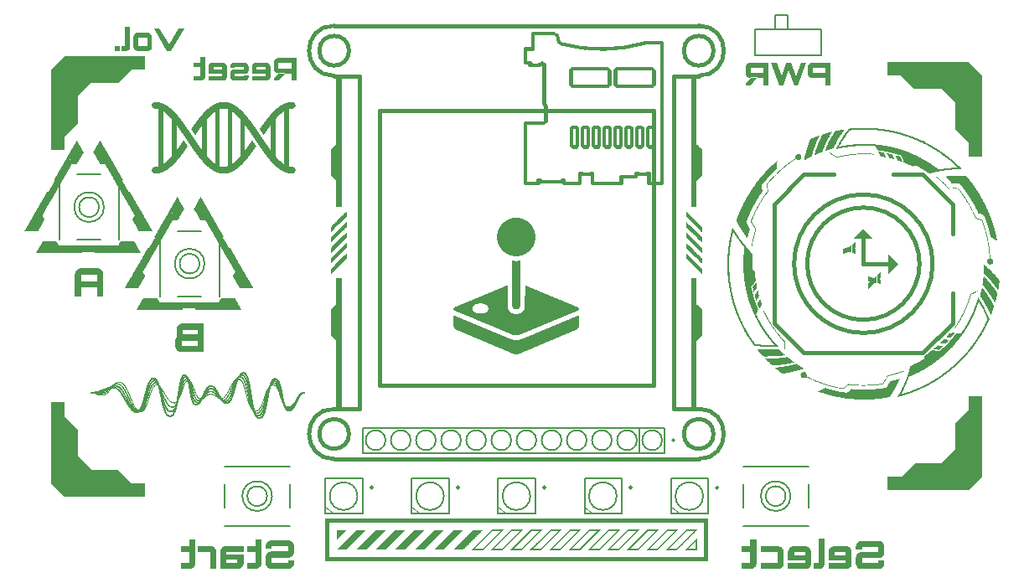
<source format=gbr>
%TF.GenerationSoftware,Altium Limited,Altium Designer,23.8.1 (32)*%
G04 Layer_Color=16777215*
%FSLAX26Y26*%
%MOIN*%
%TF.SameCoordinates,6B68F3FB-407B-423E-831D-AB1AF3CCE0D2*%
%TF.FilePolarity,Positive*%
%TF.FileFunction,Legend,Bot*%
%TF.Part,Single*%
G01*
G75*
%TA.AperFunction,NonConductor*%
%ADD65C,0.015748*%
%ADD68C,0.008000*%
%ADD69C,0.007874*%
%ADD73C,0.011811*%
%ADD74C,0.006142*%
%ADD75C,0.005000*%
%ADD76C,0.003937*%
G36*
X-890682Y818840D02*
X-890509D01*
X-890509Y818753D01*
X-889729D01*
Y818666D01*
X-889296Y818666D01*
Y818580D01*
X-889036D01*
Y818493D01*
X-888516D01*
Y818407D01*
X-888343Y818407D01*
X-888343Y818320D01*
X-887910D01*
Y818233D01*
X-887737Y818233D01*
Y818147D01*
X-887477D01*
Y818060D01*
X-887217D01*
X-887217Y817973D01*
X-887044D01*
X-887044Y817887D01*
X-886784D01*
X-886784Y817800D01*
X-886611D01*
Y817714D01*
X-886438Y817714D01*
Y817627D01*
X-886264Y817627D01*
Y817540D01*
X-886091Y817540D01*
X-886091Y817454D01*
X-885918D01*
X-885918Y817367D01*
X-885745D01*
Y817280D01*
X-885572Y817281D01*
X-885572Y817194D01*
X-885399D01*
X-885398Y817107D01*
X-885312D01*
Y817021D01*
X-885139D01*
X-885139Y816934D01*
X-885052D01*
X-885052Y816847D01*
X-884792D01*
Y816761D01*
X-884706D01*
X-884706Y816674D01*
X-884619D01*
Y816588D01*
X-884446D01*
X-884446Y816501D01*
X-884359D01*
X-884359Y816414D01*
X-884186D01*
X-884186Y816328D01*
X-884099Y816328D01*
Y816241D01*
X-883926Y816241D01*
Y816155D01*
X-883840Y816154D01*
Y816068D01*
X-883753D01*
X-883753Y815981D01*
X-883666D01*
Y815895D01*
X-883580Y815895D01*
Y815808D01*
X-883406Y815808D01*
Y815722D01*
X-883320D01*
X-883320Y815635D01*
X-883233D01*
Y815548D01*
X-883147D01*
Y815462D01*
X-883060Y815462D01*
Y815375D01*
X-882973D01*
Y815288D01*
X-882887D01*
X-882887Y815202D01*
X-882800D01*
Y815115D01*
X-882713Y815115D01*
Y815029D01*
X-882627D01*
X-882627Y814942D01*
X-882454D01*
Y814769D01*
X-882367Y814769D01*
Y814682D01*
X-882280D01*
Y814596D01*
X-882194D01*
X-882194Y814509D01*
X-882107D01*
Y814422D01*
X-882021Y814422D01*
Y814336D01*
X-881934Y814336D01*
Y814249D01*
X-881847D01*
Y814163D01*
X-881761D01*
X-881761Y813989D01*
X-881674D01*
X-881674Y813903D01*
X-881587D01*
Y813816D01*
X-881501D01*
Y813730D01*
X-881414Y813729D01*
Y813643D01*
X-881328D01*
X-881328Y813470D01*
X-881241D01*
Y813383D01*
X-881154D01*
X-881154Y813210D01*
X-881068D01*
X-881068Y813123D01*
X-880981D01*
X-880981Y812950D01*
X-880895D01*
X-880894Y812863D01*
X-880808D01*
Y812777D01*
X-880721D01*
Y812517D01*
X-880635D01*
X-880635Y812430D01*
X-880548D01*
X-880548Y812257D01*
X-880462Y812257D01*
Y812170D01*
X-880375Y812170D01*
Y811997D01*
X-880288D01*
X-880288Y811824D01*
X-880202D01*
X-880202Y811737D01*
X-880115D01*
X-880115Y811477D01*
X-880028Y811477D01*
X-880029Y811304D01*
X-879942D01*
X-879942Y811131D01*
X-879855Y811131D01*
X-879855Y810958D01*
X-879769D01*
Y810785D01*
X-879682D01*
Y810525D01*
X-879595D01*
X-879595Y810352D01*
X-879509D01*
Y810092D01*
X-879422D01*
Y809832D01*
X-879336D01*
X-879336Y809659D01*
X-879249D01*
X-879249Y809226D01*
X-879162D01*
Y809052D01*
X-879076D01*
Y808619D01*
X-878989Y808619D01*
Y808273D01*
X-878902D01*
Y807840D01*
X-878816D01*
X-878816Y807147D01*
X-878729D01*
Y806974D01*
X-878643D01*
Y804029D01*
X-878729D01*
X-878729Y803856D01*
X-878816D01*
Y803163D01*
X-878902Y803163D01*
Y802730D01*
X-878989D01*
Y802383D01*
X-879076Y802383D01*
Y801950D01*
X-879162Y801950D01*
X-879162Y801777D01*
X-879249D01*
X-879249Y801344D01*
X-879336D01*
Y801171D01*
X-879422D01*
X-879422Y800911D01*
X-879509Y800911D01*
Y800651D01*
X-879595D01*
X-879595Y800478D01*
X-879682D01*
Y800218D01*
X-879769D01*
Y800045D01*
X-879855D01*
Y799871D01*
X-879942D01*
X-879942Y799698D01*
X-880028D01*
Y799525D01*
X-880115Y799525D01*
Y799352D01*
X-880202Y799352D01*
Y799178D01*
X-880288D01*
X-880288Y799005D01*
X-880375D01*
Y798832D01*
X-880462D01*
Y798745D01*
X-880548Y798745D01*
Y798572D01*
X-880635D01*
X-880635Y798486D01*
X-880721D01*
Y798226D01*
X-880808D01*
Y798139D01*
X-880895Y798139D01*
Y798053D01*
X-880981Y798053D01*
X-880981Y797879D01*
X-881068D01*
X-881068Y797793D01*
X-881154D01*
Y797619D01*
X-881241Y797620D01*
Y797533D01*
X-881328D01*
X-881328Y797446D01*
X-881414D01*
X-881414Y797273D01*
X-881501Y797273D01*
Y797186D01*
X-881587Y797186D01*
X-881587Y797100D01*
X-881674D01*
X-881674Y797013D01*
X-881761D01*
X-881761Y796840D01*
X-881847D01*
X-881847Y796753D01*
X-881934D01*
Y796667D01*
X-882021Y796667D01*
Y796580D01*
X-882107D01*
Y796494D01*
X-882194Y796493D01*
Y796407D01*
X-882280D01*
X-882280Y796320D01*
X-882367D01*
Y796234D01*
X-882454Y796234D01*
Y796147D01*
X-882540D01*
X-882540Y796061D01*
X-882627D01*
Y795887D01*
X-882800D01*
Y795801D01*
X-882887Y795801D01*
Y795714D01*
X-882973Y795714D01*
Y795627D01*
X-883060D01*
Y795541D01*
X-883147Y795541D01*
Y795454D01*
X-883233D01*
X-883233Y795368D01*
X-883320D01*
Y795281D01*
X-883493D01*
X-883493Y795194D01*
X-883580D01*
X-883580Y795108D01*
X-883666Y795108D01*
Y795021D01*
X-883753D01*
Y794934D01*
X-883839D01*
X-883840Y794848D01*
X-884013Y794848D01*
Y794761D01*
X-884099Y794761D01*
Y794675D01*
X-884186Y794675D01*
Y794588D01*
X-884359Y794588D01*
Y794501D01*
X-884446D01*
Y794415D01*
X-884619D01*
X-884619Y794328D01*
X-884706D01*
X-884706Y794242D01*
X-884879D01*
Y794155D01*
X-885052D01*
Y794068D01*
X-885139D01*
X-885139Y793982D01*
X-885312D01*
X-885312Y793895D01*
X-885399Y793895D01*
X-885398Y793808D01*
X-885572D01*
Y793722D01*
X-885745D01*
Y793635D01*
X-885918Y793635D01*
Y793549D01*
X-886091D01*
X-886091Y793462D01*
X-886264D01*
Y793375D01*
X-886524D01*
X-886524Y793289D01*
X-886611D01*
X-886611Y793202D01*
X-886784D01*
Y793116D01*
X-887044D01*
Y793029D01*
X-887217D01*
Y792942D01*
X-887564D01*
X-887564Y792856D01*
X-887737Y792856D01*
Y792769D01*
X-887997D01*
X-887997Y792683D01*
X-888343Y792683D01*
Y792596D01*
X-888603D01*
Y792509D01*
X-889036Y792509D01*
X-889036Y792423D01*
X-889296Y792423D01*
Y792336D01*
X-889902D01*
Y792250D01*
X-890422Y792249D01*
Y792163D01*
X-891288D01*
X-891288Y792076D01*
X-894666D01*
X-894666Y791990D01*
X-895532D01*
Y791903D01*
X-896745D01*
X-896745Y791816D01*
X-897264D01*
Y791730D01*
X-897957Y791730D01*
Y791643D01*
X-898564D01*
X-898564Y791557D01*
X-898997D01*
Y791470D01*
X-899689Y791470D01*
X-899690Y791383D01*
X-900036D01*
X-900036Y791297D01*
X-900642D01*
X-900642Y791210D01*
X-900902D01*
Y791123D01*
X-901335Y791124D01*
Y791037D01*
X-901768Y791037D01*
X-901768Y790950D01*
X-902028D01*
Y790864D01*
X-902548D01*
Y790777D01*
X-902808D01*
X-902808Y790691D01*
X-903241D01*
X-903241Y790604D01*
X-903500D01*
Y790517D01*
X-903760D01*
Y790431D01*
X-904193D01*
Y790344D01*
X-904453D01*
Y790257D01*
X-904800D01*
X-904800Y790171D01*
X-905060D01*
X-905059Y790084D01*
X-905319D01*
Y789998D01*
X-905406D01*
X-905406Y789911D01*
X-905493D01*
Y562119D01*
X-905406D01*
X-905406Y562033D01*
X-905319D01*
Y561946D01*
X-905060D01*
X-905059Y561859D01*
X-904886Y561859D01*
Y561773D01*
X-904453D01*
Y561686D01*
X-904280Y561686D01*
Y561600D01*
X-903847D01*
X-903847Y561513D01*
X-903587D01*
X-903587Y561426D01*
X-903241D01*
Y561340D01*
X-902808Y561340D01*
Y561253D01*
X-902634D01*
X-902635Y561167D01*
X-902115D01*
Y561080D01*
X-901855D01*
Y560993D01*
X-901335D01*
Y560907D01*
X-900989Y560907D01*
X-900989Y560820D01*
X-900642D01*
X-900642Y560733D01*
X-900036D01*
Y560647D01*
X-899689Y560647D01*
Y560560D01*
X-899083D01*
Y560474D01*
X-898650D01*
Y560387D01*
X-898131D01*
X-898130Y560300D01*
X-897351Y560300D01*
Y560214D01*
X-896831D01*
Y560127D01*
X-895619D01*
X-895619Y560040D01*
X-894839D01*
X-894839Y559954D01*
X-891548Y559954D01*
X-891548Y559867D01*
X-890509D01*
X-890509Y559781D01*
X-889989D01*
Y559694D01*
X-889296D01*
Y559607D01*
X-889036D01*
X-889036Y559521D01*
X-888603Y559521D01*
X-888603Y559434D01*
X-888343D01*
X-888343Y559348D01*
X-888083D01*
Y559261D01*
X-887737D01*
Y559174D01*
X-887564Y559174D01*
X-887564Y559088D01*
X-887217D01*
Y559001D01*
X-887131D01*
X-887131Y558914D01*
X-886871D01*
Y558828D01*
X-886698Y558828D01*
Y558741D01*
X-886524D01*
X-886524Y558655D01*
X-886264D01*
Y558568D01*
X-886178Y558568D01*
Y558481D01*
X-885918D01*
Y558395D01*
X-885745Y558395D01*
Y558308D01*
X-885658D01*
X-885658Y558222D01*
X-885485D01*
X-885485Y558135D01*
X-885312Y558135D01*
Y558048D01*
X-885139Y558048D01*
X-885139Y557962D01*
X-885052D01*
Y557875D01*
X-884879D01*
Y557789D01*
X-884706D01*
Y557702D01*
X-884619D01*
X-884619Y557615D01*
X-884446D01*
X-884446Y557529D01*
X-884359D01*
Y557442D01*
X-884272D01*
Y557356D01*
X-884099Y557355D01*
Y557269D01*
X-884013D01*
X-884013Y557182D01*
X-883840D01*
Y557096D01*
X-883753Y557096D01*
Y557009D01*
X-883666D01*
Y556922D01*
X-883580Y556922D01*
X-883580Y556836D01*
X-883493D01*
X-883493Y556749D01*
X-883406D01*
Y556663D01*
X-883233Y556663D01*
X-883233Y556576D01*
X-883147D01*
X-883146Y556489D01*
X-883060D01*
Y556403D01*
X-882973D01*
Y556316D01*
X-882887D01*
Y556230D01*
X-882800D01*
X-882800Y556143D01*
X-882713D01*
Y556056D01*
X-882627D01*
Y555970D01*
X-882540Y555970D01*
Y555883D01*
X-882454D01*
X-882454Y555797D01*
X-882367D01*
Y555710D01*
X-882280D01*
Y555623D01*
X-882194D01*
Y555537D01*
X-882107Y555537D01*
Y555450D01*
X-882021D01*
X-882020Y555363D01*
X-881934D01*
Y555190D01*
X-881847Y555190D01*
X-881847Y555104D01*
X-881761D01*
Y555017D01*
X-881674D01*
X-881674Y554930D01*
X-881587D01*
X-881587Y554844D01*
X-881501Y554844D01*
Y554670D01*
X-881414D01*
X-881414Y554584D01*
X-881328D01*
Y554497D01*
X-881241Y554497D01*
Y554411D01*
X-881154D01*
X-881154Y554237D01*
X-881068D01*
X-881068Y554151D01*
X-880981D01*
X-880981Y553978D01*
X-880894D01*
X-880895Y553891D01*
X-880808D01*
Y553718D01*
X-880721D01*
X-880721Y553544D01*
X-880635D01*
X-880635Y553458D01*
X-880548D01*
Y553285D01*
X-880462Y553285D01*
Y553111D01*
X-880375D01*
Y553025D01*
X-880288D01*
X-880288Y552852D01*
X-880202D01*
Y552678D01*
X-880115Y552678D01*
Y552505D01*
X-880029D01*
X-880028Y552332D01*
X-879942D01*
X-879942Y552159D01*
X-879855D01*
Y551899D01*
X-879769Y551899D01*
Y551812D01*
X-879682D01*
X-879682Y551552D01*
X-879595D01*
Y551379D01*
X-879509D01*
Y551119D01*
X-879422D01*
X-879422Y550860D01*
X-879336D01*
X-879336Y550686D01*
X-879249D01*
X-879249Y550253D01*
X-879162D01*
X-879162Y550080D01*
X-879076Y550080D01*
Y549647D01*
X-878989Y549647D01*
Y549301D01*
X-878902D01*
Y548867D01*
X-878816Y548867D01*
X-878816Y548174D01*
X-878729Y548174D01*
Y548001D01*
X-878643D01*
Y545056D01*
X-878729Y545057D01*
Y544883D01*
X-878816Y544883D01*
Y544104D01*
X-878902D01*
X-878903Y543757D01*
X-878989D01*
Y543411D01*
X-879076D01*
Y542978D01*
X-879162D01*
X-879162Y542718D01*
X-879249D01*
X-879249Y542371D01*
X-879336D01*
X-879336Y542198D01*
X-879422D01*
Y541938D01*
X-879509D01*
Y541679D01*
X-879595D01*
X-879595Y541505D01*
X-879682D01*
Y541245D01*
X-879769Y541245D01*
Y541072D01*
X-879855Y541072D01*
X-879855Y540812D01*
X-879942D01*
Y540639D01*
X-880028D01*
Y540553D01*
X-880115Y540553D01*
Y540293D01*
X-880202Y540293D01*
X-880202Y540206D01*
X-880288D01*
X-880288Y540033D01*
X-880375D01*
X-880375Y539860D01*
X-880462D01*
Y539687D01*
X-880548D01*
Y539600D01*
X-880635Y539600D01*
X-880635Y539427D01*
X-880721D01*
Y539253D01*
X-880808D01*
Y539167D01*
X-880895Y539167D01*
X-880894Y538994D01*
X-880981D01*
X-880981Y538907D01*
X-881068Y538907D01*
X-881068Y538820D01*
X-881154D01*
Y538647D01*
X-881241Y538647D01*
Y538561D01*
X-881328D01*
X-881328Y538387D01*
X-881414D01*
X-881414Y538301D01*
X-881501D01*
Y538214D01*
X-881587D01*
Y538127D01*
X-881674D01*
Y538041D01*
X-881761Y538041D01*
X-881761Y537868D01*
X-881847D01*
X-881847Y537781D01*
X-881934Y537781D01*
Y537694D01*
X-882021Y537694D01*
X-882020Y537608D01*
X-882107D01*
X-882107Y537521D01*
X-882194D01*
Y537348D01*
X-882280Y537348D01*
Y537261D01*
X-882367D01*
Y537175D01*
X-882454D01*
X-882454Y537088D01*
X-882540D01*
Y537001D01*
X-882627Y537001D01*
Y536915D01*
X-882713D01*
X-882713Y536828D01*
X-882800D01*
Y536742D01*
X-882887D01*
X-882887Y536655D01*
X-883060D01*
Y536568D01*
X-883147Y536568D01*
X-883146Y536482D01*
X-883233D01*
X-883233Y536395D01*
X-883320D01*
X-883320Y536308D01*
X-883406Y536309D01*
Y536222D01*
X-883580Y536222D01*
Y536135D01*
X-883666Y536135D01*
Y536049D01*
X-883753D01*
Y535962D01*
X-883840D01*
Y535875D01*
X-883926Y535875D01*
Y535789D01*
X-884099Y535789D01*
Y535702D01*
X-884186D01*
X-884186Y535616D01*
X-884359Y535616D01*
Y535529D01*
X-884446Y535529D01*
X-884446Y535442D01*
X-884532Y535442D01*
Y535356D01*
X-884706Y535356D01*
X-884706Y535269D01*
X-884792D01*
Y535183D01*
X-884965D01*
X-884965Y535096D01*
X-885139D01*
X-885139Y535009D01*
X-885225D01*
X-885225Y534923D01*
X-885399D01*
Y534836D01*
X-885572Y534836D01*
Y534749D01*
X-885745Y534750D01*
X-885745Y534663D01*
X-885832D01*
X-885832Y534576D01*
X-886091D01*
X-886091Y534490D01*
X-886264Y534490D01*
Y534403D01*
X-886438Y534403D01*
X-886438Y534317D01*
X-886611D01*
Y534230D01*
X-886784D01*
X-886784Y534143D01*
X-887044D01*
Y534057D01*
X-887217Y534057D01*
X-887217Y533970D01*
X-887477Y533970D01*
Y533883D01*
X-887737D01*
Y533797D01*
X-887910D01*
Y533710D01*
X-888257D01*
X-888257Y533624D01*
X-888516Y533624D01*
Y533537D01*
X-888950D01*
Y533450D01*
X-889296D01*
Y533364D01*
X-889643D01*
Y533277D01*
X-890422D01*
X-890422Y533191D01*
X-890595D01*
X-890595Y533104D01*
X-895446D01*
Y533190D01*
X-895792Y533191D01*
Y533277D01*
X-897524D01*
Y533364D01*
X-898477D01*
Y533450D01*
X-899170D01*
X-899170Y533537D01*
X-900209D01*
X-900209Y533624D01*
X-900729D01*
X-900729Y533710D01*
X-901595D01*
Y533797D01*
X-902115D01*
X-902115Y533883D01*
X-902721D01*
X-902721Y533970D01*
X-903327D01*
Y534057D01*
X-903760D01*
Y534143D01*
X-904453Y534143D01*
Y534230D01*
X-904800D01*
X-904800Y534317D01*
X-905319Y534316D01*
Y534403D01*
X-905753D01*
Y534490D01*
X-906099D01*
X-906099Y534576D01*
X-906705D01*
X-906705Y534663D01*
X-906965D01*
Y534749D01*
X-907485D01*
Y534836D01*
X-907831Y534836D01*
Y534923D01*
X-908178D01*
Y535009D01*
X-908611D01*
X-908611Y535096D01*
X-908870Y535096D01*
Y535183D01*
X-909390D01*
Y535269D01*
X-909650D01*
Y535356D01*
X-909996Y535356D01*
Y535442D01*
X-910343D01*
Y535529D01*
X-910603D01*
Y535616D01*
X-911036Y535616D01*
Y535702D01*
X-911296D01*
X-911296Y535789D01*
X-911642D01*
X-911642Y535875D01*
X-911902D01*
Y535962D01*
X-912249D01*
X-912248Y536049D01*
X-912595D01*
X-912595Y536135D01*
X-912768D01*
Y536222D01*
X-913201Y536222D01*
Y536309D01*
X-913374Y536308D01*
X-913374Y536395D01*
X-913721D01*
X-913721Y536482D01*
X-913981D01*
X-913981Y536568D01*
X-914241D01*
Y536655D01*
X-914587D01*
X-914587Y536742D01*
X-914760D01*
Y536828D01*
X-915107D01*
Y536915D01*
X-915280D01*
X-915280Y537001D01*
X-915540D01*
Y537088D01*
X-915886D01*
Y537175D01*
X-916059D01*
X-916059Y537261D01*
X-916406D01*
Y537348D01*
X-916579D01*
X-916579Y537434D01*
X-916839D01*
Y537521D01*
X-917099D01*
X-917099Y537608D01*
X-917272D01*
X-917272Y537694D01*
X-917618D01*
Y537781D01*
X-917792D01*
X-917792Y537868D01*
X-918138D01*
X-918138Y537954D01*
X-918311D01*
X-918311Y538041D01*
X-918485D01*
Y538127D01*
X-918744D01*
Y538214D01*
X-918918D01*
X-918918Y538301D01*
X-919264D01*
X-919264Y538387D01*
X-919437Y538387D01*
Y538474D01*
X-919697Y538474D01*
X-919697Y538561D01*
X-919870D01*
X-919870Y538647D01*
X-920044D01*
X-920043Y538734D01*
X-920390D01*
Y538820D01*
X-920477D01*
Y538907D01*
X-920823Y538907D01*
Y538994D01*
X-920910D01*
Y539080D01*
X-921169D01*
Y539167D01*
X-921429D01*
X-921429Y539253D01*
X-921516D01*
X-921516Y539340D01*
X-921862D01*
X-921862Y539427D01*
X-921949Y539427D01*
Y539513D01*
X-922209Y539513D01*
X-922209Y539600D01*
X-922382Y539600D01*
Y539687D01*
X-922555D01*
X-922555Y539773D01*
X-922815D01*
X-922815Y539860D01*
X-922989D01*
Y539946D01*
X-923248D01*
X-923248Y540033D01*
X-923422D01*
Y540119D01*
X-923595Y540120D01*
Y540206D01*
X-923768D01*
X-923768Y540293D01*
X-923941D01*
Y540379D01*
X-924201D01*
Y540466D01*
X-924288D01*
X-924288Y540553D01*
X-924547D01*
Y540639D01*
X-924721Y540639D01*
Y540726D01*
X-924894D01*
X-924894Y540812D01*
X-925154D01*
Y540899D01*
X-925240D01*
X-925240Y540986D01*
X-925500D01*
Y541072D01*
X-925673Y541072D01*
Y541159D01*
X-925847D01*
X-925847Y541245D01*
X-926020D01*
Y541332D01*
X-926193Y541332D01*
Y541419D01*
X-926453D01*
X-926453Y541505D01*
X-926540D01*
Y541592D01*
X-926713D01*
Y541679D01*
X-926886D01*
X-926886Y541765D01*
X-927059Y541765D01*
Y541852D01*
X-927319D01*
X-927319Y541938D01*
X-927406Y541938D01*
Y542025D01*
X-927666D01*
Y542112D01*
X-927752D01*
X-927752Y542198D01*
X-927925D01*
Y542285D01*
X-928185D01*
X-928185Y542371D01*
X-928272D01*
Y542458D01*
X-928532D01*
Y542545D01*
X-928618D01*
X-928618Y542631D01*
X-928791D01*
Y542718D01*
X-928965Y542718D01*
Y542804D01*
X-929138D01*
X-929138Y542891D01*
X-929311D01*
Y542978D01*
X-929398D01*
X-929398Y543064D01*
X-929658D01*
X-929658Y543151D01*
X-929744Y543151D01*
Y543238D01*
X-929917Y543237D01*
X-929918Y543324D01*
X-930091D01*
X-930091Y543411D01*
X-930264Y543411D01*
Y543497D01*
X-930437Y543497D01*
Y543584D01*
X-930610Y543584D01*
Y543671D01*
X-930784D01*
X-930784Y543757D01*
X-930957D01*
X-930957Y543844D01*
X-931043D01*
X-931043Y543931D01*
X-931217D01*
Y544017D01*
X-931390D01*
Y544104D01*
X-931563D01*
X-931563Y544190D01*
X-931650Y544190D01*
X-931650Y544277D01*
X-931823D01*
Y544364D01*
X-931996D01*
X-931996Y544450D01*
X-932169D01*
Y544537D01*
X-932343Y544537D01*
Y544623D01*
X-932429D01*
X-932429Y544710D01*
X-932602D01*
Y544797D01*
X-932776D01*
X-932776Y544883D01*
X-932862Y544883D01*
Y544970D01*
X-933122Y544970D01*
X-933122Y545057D01*
X-933209D01*
Y545143D01*
X-933382D01*
X-933382Y545230D01*
X-933469D01*
X-933468Y545316D01*
X-933642D01*
Y545403D01*
X-933815D01*
X-933815Y545490D01*
X-933902D01*
X-933902Y545576D01*
X-934162D01*
Y545663D01*
X-934248D01*
Y545749D01*
X-934421Y545749D01*
Y545836D01*
X-934508D01*
Y545923D01*
X-934681D01*
X-934681Y546009D01*
X-934854D01*
Y546096D01*
X-934941D01*
X-934941Y546182D01*
X-935114D01*
Y546269D01*
X-935288D01*
X-935287Y546356D01*
X-935374D01*
X-935374Y546442D01*
X-935547D01*
Y546529D01*
X-935634D01*
X-935634Y546615D01*
X-935894D01*
X-935894Y546702D01*
X-935980D01*
X-935980Y546789D01*
X-936154Y546789D01*
Y546875D01*
X-936240D01*
Y546962D01*
X-936327D01*
X-936327Y547049D01*
X-936587D01*
Y547135D01*
X-936673D01*
X-936673Y547222D01*
X-936846Y547222D01*
Y547308D01*
X-936933D01*
X-936933Y547395D01*
X-937106D01*
Y547481D01*
X-937193D01*
X-937193Y547568D01*
X-937366D01*
Y547655D01*
X-937539Y547655D01*
X-937539Y547741D01*
X-937626D01*
Y547828D01*
X-937799Y547828D01*
Y547915D01*
X-937886D01*
X-937886Y548001D01*
X-937972D01*
X-937972Y548088D01*
X-938146D01*
X-938146Y548174D01*
X-938319Y548174D01*
Y548261D01*
X-938405D01*
Y548348D01*
X-938579D01*
Y548434D01*
X-938665D01*
X-938665Y548521D01*
X-938838D01*
X-938839Y548608D01*
X-938925D01*
Y548694D01*
X-939098D01*
Y548781D01*
X-939185D01*
X-939185Y548867D01*
X-939358D01*
X-939358Y548954D01*
X-939532D01*
Y549041D01*
X-939618D01*
Y549127D01*
X-939791D01*
Y549214D01*
X-939878D01*
Y549301D01*
X-940051D01*
X-940051Y549387D01*
X-940138Y549387D01*
Y549474D01*
X-940224D01*
X-940224Y549560D01*
X-940398D01*
Y549647D01*
X-940484D01*
X-940484Y549734D01*
X-940658Y549734D01*
Y549820D01*
X-940744Y549820D01*
X-940744Y549907D01*
X-940917D01*
Y549993D01*
X-941004Y549993D01*
Y550080D01*
X-941091D01*
X-941091Y550167D01*
X-941264D01*
X-941264Y550253D01*
X-941350D01*
Y550340D01*
X-941524D01*
X-941524Y550427D01*
X-941610Y550426D01*
Y550513D01*
X-941784Y550513D01*
Y550600D01*
X-941870D01*
X-941870Y550686D01*
X-942043D01*
Y550773D01*
X-942130Y550773D01*
Y550860D01*
X-942303D01*
Y550946D01*
X-942390D01*
Y551033D01*
X-942476D01*
Y551119D01*
X-942650D01*
X-942649Y551206D01*
X-942823D01*
Y551293D01*
X-942909D01*
X-942909Y551379D01*
X-942996D01*
Y551466D01*
X-943083Y551466D01*
Y551552D01*
X-943256Y551552D01*
Y551639D01*
X-943342D01*
Y551726D01*
X-943516D01*
X-943516Y551812D01*
X-943602D01*
X-943602Y551899D01*
X-943689Y551899D01*
Y551986D01*
X-943862Y551985D01*
Y552072D01*
X-943949D01*
X-943949Y552159D01*
X-944122D01*
Y552245D01*
X-944209Y552245D01*
Y552332D01*
X-944295D01*
Y552419D01*
X-944468D01*
X-944468Y552505D01*
X-944555D01*
X-944555Y552592D01*
X-944642Y552592D01*
Y552678D01*
X-944815Y552678D01*
X-944815Y552765D01*
X-944901D01*
Y552851D01*
X-945075Y552852D01*
Y552938D01*
X-945161Y552938D01*
Y553025D01*
X-945248D01*
Y553111D01*
X-945421D01*
X-945421Y553198D01*
X-945508D01*
X-945508Y553285D01*
X-945594Y553285D01*
Y553371D01*
X-945768D01*
Y553458D01*
X-945854D01*
X-945854Y553544D01*
X-945941D01*
X-945941Y553631D01*
X-946114D01*
Y553718D01*
X-946201D01*
Y553804D01*
X-946287Y553804D01*
Y553891D01*
X-946461D01*
X-946460Y553978D01*
X-946547D01*
X-946547Y554064D01*
X-946634D01*
Y554151D01*
X-946807D01*
X-946807Y554237D01*
X-946894D01*
X-946894Y554324D01*
X-946980D01*
Y554411D01*
X-947067D01*
Y554497D01*
X-947240Y554497D01*
Y554584D01*
X-947327D01*
X-947327Y554670D01*
X-947413D01*
Y554757D01*
X-947586Y554757D01*
X-947587Y554844D01*
X-947673D01*
Y554930D01*
X-947760D01*
Y555017D01*
X-947846D01*
Y555104D01*
X-948020D01*
X-948019Y555190D01*
X-948106Y555190D01*
Y555277D01*
X-948193Y555277D01*
Y555363D01*
X-948366D01*
X-948366Y555450D01*
X-948452D01*
Y555537D01*
X-948539D01*
X-948539Y555623D01*
X-948712D01*
X-948712Y555710D01*
X-948799D01*
Y555797D01*
X-948886D01*
X-948886Y555883D01*
X-948972Y555883D01*
Y555970D01*
X-949145Y555970D01*
X-949145Y556056D01*
X-949232D01*
X-949232Y556143D01*
X-949319Y556143D01*
Y556230D01*
X-949405Y556229D01*
Y556316D01*
X-949578D01*
Y556403D01*
X-949665Y556403D01*
Y556489D01*
X-949752D01*
X-949752Y556576D01*
X-949838D01*
Y556663D01*
X-950012Y556663D01*
Y556749D01*
X-950098D01*
Y556836D01*
X-950185D01*
X-950185Y556922D01*
X-950271D01*
Y557009D01*
X-950445D01*
Y557096D01*
X-950531D01*
Y557182D01*
X-950618D01*
X-950618Y557269D01*
X-950705D01*
X-950705Y557356D01*
X-950791Y557355D01*
Y557442D01*
X-950964D01*
X-950964Y557529D01*
X-951051D01*
Y557615D01*
X-951138Y557615D01*
Y557702D01*
X-951224D01*
Y557788D01*
X-951397Y557789D01*
Y557875D01*
X-951484D01*
Y557962D01*
X-951571D01*
X-951571Y558048D01*
X-951657D01*
Y558135D01*
X-951744Y558135D01*
Y558222D01*
X-951917D01*
Y558308D01*
X-952004D01*
X-952004Y558395D01*
X-952090D01*
Y558481D01*
X-952177Y558481D01*
Y558568D01*
X-952264Y558568D01*
X-952264Y558655D01*
X-952437D01*
X-952437Y558741D01*
X-952523D01*
Y558828D01*
X-952610D01*
Y558914D01*
X-952697D01*
X-952697Y559001D01*
X-952783D01*
Y559088D01*
X-952956D01*
X-952957Y559174D01*
X-953043D01*
X-953043Y559261D01*
X-953130D01*
Y559348D01*
X-953216D01*
Y559434D01*
X-953303D01*
Y559521D01*
X-953476Y559521D01*
Y559607D01*
X-953563D01*
Y559694D01*
X-953649D01*
Y559781D01*
X-953736D01*
X-953736Y559867D01*
X-953823D01*
X-953822Y559954D01*
X-953909D01*
Y560040D01*
X-953996D01*
Y560127D01*
X-954169D01*
X-954169Y560214D01*
X-954256D01*
X-954256Y560300D01*
X-954342Y560300D01*
Y560387D01*
X-954429D01*
Y560474D01*
X-954515D01*
X-954515Y560560D01*
X-954689D01*
Y560647D01*
X-954775Y560647D01*
Y560733D01*
X-954862D01*
Y560820D01*
X-954948D01*
X-954949Y560907D01*
X-955035D01*
Y560993D01*
X-955122Y560993D01*
Y561080D01*
X-955208D01*
Y561167D01*
X-955382D01*
X-955382Y561253D01*
X-955468D01*
X-955468Y561340D01*
X-955555Y561340D01*
Y561426D01*
X-955641Y561426D01*
X-955641Y561513D01*
X-955728D01*
X-955728Y561600D01*
X-955815Y561599D01*
Y561686D01*
X-955901Y561686D01*
X-955901Y561773D01*
X-956075D01*
Y561859D01*
X-956161D01*
X-956161Y561946D01*
X-956248D01*
Y562033D01*
X-956334Y562033D01*
Y562119D01*
X-956421D01*
X-956421Y562206D01*
X-956508D01*
Y562292D01*
X-956594Y562292D01*
X-956594Y562379D01*
X-956768D01*
Y562466D01*
X-956854D01*
Y562552D01*
X-956941Y562552D01*
Y562639D01*
X-957027D01*
X-957027Y562726D01*
X-957114D01*
X-957114Y562812D01*
X-957200D01*
Y562899D01*
X-957287D01*
X-957287Y562985D01*
X-957374D01*
Y563072D01*
X-957460Y563072D01*
Y563159D01*
X-957547D01*
Y563245D01*
X-957720D01*
Y563332D01*
X-957807D01*
X-957807Y563418D01*
X-957893D01*
X-957893Y563505D01*
X-957980D01*
Y563591D01*
X-958067Y563592D01*
Y563678D01*
X-958153D01*
X-958153Y563765D01*
X-958240D01*
Y563851D01*
X-958327D01*
X-958326Y563938D01*
X-958413Y563938D01*
Y564025D01*
X-958586Y564025D01*
X-958586Y564111D01*
X-958673D01*
X-958673Y564198D01*
X-958760Y564198D01*
Y564284D01*
X-958846Y564284D01*
Y564371D01*
X-958933D01*
X-958933Y564458D01*
X-959019D01*
Y564544D01*
X-959106D01*
Y564631D01*
X-959193Y564631D01*
Y564717D01*
X-959279D01*
X-959279Y564804D01*
X-959366D01*
X-959366Y564891D01*
X-959452D01*
X-959452Y564977D01*
X-959539Y564977D01*
Y565064D01*
X-959712D01*
X-959712Y565151D01*
X-959799D01*
Y565237D01*
X-959885D01*
X-959885Y565324D01*
X-959972D01*
Y565410D01*
X-960059Y565410D01*
Y565497D01*
X-960145D01*
X-960145Y565584D01*
X-960232D01*
Y565670D01*
X-960319Y565670D01*
Y565757D01*
X-960405D01*
Y565843D01*
X-960492Y565844D01*
Y565930D01*
X-960578D01*
Y566017D01*
X-960665D01*
Y566103D01*
X-960752Y566103D01*
Y566190D01*
X-960925D01*
Y566277D01*
X-961011D01*
X-961011Y566363D01*
X-961098D01*
Y566450D01*
X-961185Y566450D01*
Y566537D01*
X-961271Y566536D01*
Y566623D01*
X-961358D01*
Y566710D01*
X-961444D01*
X-961445Y566796D01*
X-961531D01*
Y566883D01*
X-961618Y566883D01*
Y566970D01*
X-961704D01*
Y567056D01*
X-961791D01*
X-961791Y567143D01*
X-961878D01*
Y567229D01*
X-961964Y567229D01*
Y567316D01*
X-962051D01*
Y567403D01*
X-962137D01*
X-962138Y567489D01*
X-962224D01*
X-962224Y567576D01*
X-962311D01*
Y567662D01*
X-962397D01*
Y567749D01*
X-962484D01*
X-962484Y567836D01*
X-962570D01*
Y567922D01*
X-962657Y567922D01*
Y568009D01*
X-962744D01*
Y568096D01*
X-962830D01*
Y568182D01*
X-962917D01*
X-962917Y568269D01*
X-963090Y568269D01*
Y568442D01*
X-963263D01*
X-963263Y568615D01*
X-963437D01*
X-963437Y568702D01*
X-963523Y568702D01*
Y568788D01*
X-963610D01*
X-963610Y568875D01*
X-963697D01*
X-963696Y568962D01*
X-963783Y568962D01*
Y569048D01*
X-963870Y569048D01*
X-963870Y569135D01*
X-963956D01*
Y569221D01*
X-964043D01*
X-964043Y569308D01*
X-964130D01*
X-964130Y569395D01*
X-964216Y569395D01*
Y569481D01*
X-964303D01*
X-964303Y569568D01*
X-964389D01*
X-964389Y569654D01*
X-964476Y569654D01*
Y569741D01*
X-964563Y569741D01*
Y569828D01*
X-964649D01*
Y569914D01*
X-964736D01*
X-964736Y570001D01*
X-964822D01*
X-964822Y570088D01*
X-964909Y570087D01*
Y570174D01*
X-964996Y570174D01*
Y570261D01*
X-965082D01*
X-965082Y570347D01*
X-965169D01*
X-965169Y570434D01*
X-965255Y570434D01*
Y570521D01*
X-965342D01*
Y570607D01*
X-965429D01*
X-965429Y570694D01*
X-965515D01*
X-965515Y570780D01*
X-965602D01*
X-965602Y570867D01*
X-965688Y570867D01*
Y570954D01*
X-965775D01*
X-965775Y571040D01*
X-965862D01*
X-965862Y571127D01*
X-965948Y571127D01*
Y571213D01*
X-966035D01*
Y571300D01*
X-966122D01*
Y571387D01*
X-966208D01*
X-966208Y571473D01*
X-966295D01*
X-966295Y571560D01*
X-966381Y571560D01*
Y571647D01*
X-966468D01*
X-966468Y571733D01*
X-966555D01*
X-966555Y571820D01*
X-966641Y571820D01*
Y571906D01*
X-966728D01*
Y571993D01*
X-966814Y571993D01*
Y572080D01*
X-966901D01*
X-966901Y572166D01*
X-966988D01*
X-966988Y572253D01*
X-967074Y572253D01*
Y572340D01*
X-967161Y572339D01*
X-967161Y572426D01*
X-967248D01*
X-967247Y572513D01*
X-967334D01*
Y572599D01*
X-967421D01*
X-967421Y572773D01*
X-967594D01*
Y572946D01*
X-967681D01*
X-967681Y573032D01*
X-967854Y573032D01*
Y573206D01*
X-968027D01*
X-968027Y573379D01*
X-968114D01*
Y573465D01*
X-968200Y573466D01*
Y573552D01*
X-968287D01*
Y573639D01*
X-968374D01*
X-968374Y573725D01*
X-968460D01*
Y573812D01*
X-968547D01*
Y573899D01*
X-968633D01*
Y573985D01*
X-968720D01*
X-968720Y574072D01*
X-968807D01*
X-968807Y574158D01*
X-968893D01*
Y574245D01*
X-968980D01*
Y574332D01*
X-969066D01*
X-969067Y574418D01*
X-969153D01*
Y574505D01*
X-969240D01*
Y574591D01*
X-969326D01*
X-969326Y574678D01*
X-969413D01*
X-969413Y574765D01*
X-969500D01*
X-969500Y574851D01*
X-969586D01*
Y574938D01*
X-969673D01*
Y575024D01*
X-969759D01*
X-969759Y575111D01*
X-969846D01*
Y575198D01*
X-969933Y575198D01*
Y575284D01*
X-970019D01*
Y575371D01*
X-970106D01*
Y575544D01*
X-970192Y575544D01*
Y575631D01*
X-970279D01*
X-970279Y575717D01*
X-970366D01*
Y575804D01*
X-970452Y575804D01*
Y575890D01*
X-970539Y575891D01*
Y575977D01*
X-970625D01*
Y576064D01*
X-970712Y576064D01*
Y576150D01*
X-970799D01*
Y576237D01*
X-970885Y576237D01*
Y576324D01*
X-970972Y576324D01*
Y576410D01*
X-971058D01*
X-971059Y576497D01*
X-971145D01*
Y576670D01*
X-971232Y576670D01*
Y576757D01*
X-971318D01*
X-971318Y576843D01*
X-971405D01*
Y576930D01*
X-971492Y576930D01*
X-971492Y577017D01*
X-971578Y577016D01*
Y577103D01*
X-971665D01*
X-971665Y577190D01*
X-971751D01*
X-971751Y577276D01*
X-971838Y577276D01*
Y577363D01*
X-971925Y577363D01*
Y577450D01*
X-972011D01*
X-972011Y577536D01*
X-972098D01*
X-972098Y577623D01*
X-972185D01*
X-972184Y577710D01*
X-972271Y577709D01*
Y577796D01*
X-972358Y577796D01*
X-972358Y577883D01*
X-972444D01*
X-972444Y578056D01*
X-972531D01*
X-972531Y578143D01*
X-972618Y578143D01*
Y578229D01*
X-972704D01*
X-972704Y578316D01*
X-972791D01*
X-972791Y578402D01*
X-972877D01*
Y578489D01*
X-972964Y578489D01*
Y578576D01*
X-973051D01*
X-973051Y578662D01*
X-973137D01*
X-973137Y578749D01*
X-973224D01*
X-973224Y578836D01*
X-973311Y578835D01*
Y578922D01*
X-973397Y578922D01*
Y579095D01*
X-973484D01*
Y579182D01*
X-973570Y579182D01*
Y579269D01*
X-973657D01*
Y579355D01*
X-973744Y579355D01*
Y579442D01*
X-973830D01*
X-973830Y579528D01*
X-973917D01*
Y579615D01*
X-974003Y579615D01*
Y579702D01*
X-974090D01*
X-974090Y579875D01*
X-974263Y579875D01*
Y580048D01*
X-974350D01*
X-974350Y580135D01*
X-974436D01*
Y580221D01*
X-974523Y580221D01*
Y580308D01*
X-974610D01*
X-974610Y580394D01*
X-974696D01*
X-974696Y580481D01*
X-974783D01*
Y580568D01*
X-974870D01*
Y580654D01*
X-974956Y580654D01*
Y580741D01*
X-975043D01*
Y580914D01*
X-975129D01*
X-975129Y581001D01*
X-975216Y581001D01*
Y581087D01*
X-975303Y581087D01*
X-975303Y581174D01*
X-975389D01*
X-975389Y581261D01*
X-975476Y581260D01*
Y581347D01*
X-975562D01*
Y581434D01*
X-975649Y581434D01*
Y581520D01*
X-975736D01*
Y581694D01*
X-975822D01*
Y581780D01*
X-975909Y581780D01*
Y581867D01*
X-975995D01*
X-975995Y581953D01*
X-976082D01*
Y582040D01*
X-976169D01*
X-976169Y582127D01*
X-976255D01*
Y582213D01*
X-976342Y582213D01*
Y582300D01*
X-976428D01*
X-976429Y582387D01*
X-976515D01*
Y582560D01*
X-976602D01*
X-976602Y582646D01*
X-976688D01*
Y582733D01*
X-976775D01*
X-976775Y582820D01*
X-976862D01*
X-976862Y582906D01*
X-976948Y582906D01*
Y582993D01*
X-977035D01*
Y583166D01*
X-977121D01*
Y583253D01*
X-977208D01*
Y583339D01*
X-977295D01*
Y583426D01*
X-977381D01*
X-977381Y583513D01*
X-977468D01*
X-977468Y583599D01*
X-977554D01*
Y583686D01*
X-977641D01*
Y583859D01*
X-977728Y583859D01*
Y583946D01*
X-977814Y583946D01*
Y584032D01*
X-977901D01*
Y584119D01*
X-977987D01*
Y584206D01*
X-978074D01*
X-978074Y584292D01*
X-978161D01*
Y584379D01*
X-978247Y584379D01*
X-978247Y584552D01*
X-978334D01*
X-978334Y584639D01*
X-978421Y584638D01*
Y584725D01*
X-978507D01*
Y584812D01*
X-978594D01*
X-978594Y584898D01*
X-978680D01*
Y584985D01*
X-978767Y584985D01*
Y585072D01*
X-978854Y585072D01*
X-978854Y585245D01*
X-978940D01*
X-978940Y585331D01*
X-979027D01*
Y585418D01*
X-979114Y585418D01*
Y585505D01*
X-979200Y585505D01*
Y585591D01*
X-979287D01*
X-979287Y585678D01*
X-979373D01*
X-979373Y585764D01*
X-979460Y585764D01*
Y585938D01*
X-979547D01*
Y586024D01*
X-979633Y586024D01*
Y586111D01*
X-979720D01*
X-979720Y586198D01*
X-979806D01*
Y586284D01*
X-979893D01*
Y586457D01*
X-979980Y586457D01*
Y586544D01*
X-980066D01*
X-980066Y586631D01*
X-980153D01*
Y586717D01*
X-980240D01*
X-980240Y586804D01*
X-980326D01*
Y586890D01*
X-980413Y586890D01*
Y586977D01*
X-980499D01*
Y587150D01*
X-980586Y587150D01*
Y587237D01*
X-980673Y587237D01*
X-980673Y587323D01*
X-980759D01*
X-980759Y587410D01*
X-980846D01*
Y587497D01*
X-980933D01*
X-980932Y587670D01*
X-981019Y587670D01*
Y587757D01*
X-981106D01*
X-981106Y587843D01*
X-981192D01*
Y587930D01*
X-981279Y587930D01*
Y588016D01*
X-981365D01*
Y588190D01*
X-981452D01*
X-981452Y588276D01*
X-981539D01*
Y588363D01*
X-981625D01*
X-981625Y588449D01*
X-981712D01*
Y588536D01*
X-981799Y588536D01*
Y588623D01*
X-981885Y588623D01*
Y588796D01*
X-981972D01*
X-981972Y588883D01*
X-982058D01*
Y588969D01*
X-982145Y588969D01*
Y589056D01*
X-982231D01*
Y589229D01*
X-982318D01*
X-982318Y589316D01*
X-982405D01*
Y589402D01*
X-982491Y589402D01*
Y589489D01*
X-982578Y589489D01*
X-982578Y589576D01*
X-982665D01*
X-982665Y589662D01*
X-982751Y589662D01*
Y589835D01*
X-982838Y589835D01*
Y589922D01*
X-982925D01*
Y590008D01*
X-983011Y590009D01*
Y590095D01*
X-983098D01*
Y590182D01*
X-983184Y590182D01*
X-983184Y590355D01*
X-983271D01*
X-983271Y590442D01*
X-983358D01*
X-983357Y590528D01*
X-983444Y590528D01*
Y590615D01*
X-983531D01*
X-983531Y590701D01*
X-983617Y590701D01*
Y590875D01*
X-983704D01*
X-983704Y590961D01*
X-983791D01*
Y591048D01*
X-983877D01*
Y591135D01*
X-983964D01*
X-983964Y591221D01*
X-984050D01*
X-984051Y591394D01*
X-984137D01*
Y591481D01*
X-984224Y591481D01*
Y591568D01*
X-984310D01*
Y591654D01*
X-984397Y591654D01*
X-984397Y591827D01*
X-984484D01*
X-984484Y591914D01*
X-984570Y591914D01*
Y592001D01*
X-984657D01*
X-984657Y592087D01*
X-984743D01*
Y592174D01*
X-984830D01*
Y592347D01*
X-984917Y592347D01*
Y592434D01*
X-985003D01*
Y592520D01*
X-985090D01*
X-985090Y592607D01*
X-985176D01*
X-985177Y592780D01*
X-985263D01*
Y592867D01*
X-985350D01*
Y592953D01*
X-985436D01*
X-985436Y593040D01*
X-985523D01*
Y593126D01*
X-985609Y593127D01*
Y593213D01*
X-985696D01*
Y593386D01*
X-985783Y593386D01*
Y593473D01*
X-985869D01*
Y593560D01*
X-985956D01*
Y593733D01*
X-986043Y593733D01*
Y593819D01*
X-986129Y593819D01*
X-986129Y593906D01*
X-986216D01*
X-986216Y593993D01*
X-986302D01*
X-986303Y594166D01*
X-986389D01*
Y594253D01*
X-986476Y594253D01*
Y594339D01*
X-986562D01*
X-986562Y594426D01*
X-986649D01*
Y594512D01*
X-986735Y594512D01*
X-986736Y594686D01*
X-986822D01*
Y594772D01*
X-986909Y594772D01*
Y594859D01*
X-986995D01*
X-986995Y595032D01*
X-987082D01*
X-987082Y595119D01*
X-987168Y595119D01*
Y595205D01*
X-987255Y595205D01*
Y595292D01*
X-987342D01*
X-987342Y595379D01*
X-987428D01*
X-987428Y595465D01*
X-987515Y595465D01*
Y595638D01*
X-987601D01*
Y595725D01*
X-987688D01*
Y595812D01*
X-987775D01*
Y595985D01*
X-987861Y595985D01*
Y596071D01*
X-987948D01*
X-987948Y596158D01*
X-988035D01*
Y596245D01*
X-988121D01*
Y596331D01*
X-988208Y596331D01*
Y596505D01*
X-988294D01*
X-988294Y596591D01*
X-988381D01*
X-988381Y596678D01*
X-988468D01*
X-988468Y596851D01*
X-988554D01*
Y596938D01*
X-988641D01*
X-988641Y597024D01*
X-988727D01*
X-988728Y597111D01*
X-988814D01*
X-988814Y597284D01*
X-988901D01*
Y597370D01*
X-988987Y597371D01*
Y597457D01*
X-989074D01*
X-989074Y597544D01*
X-989161D01*
Y597630D01*
X-989247D01*
Y597804D01*
X-989334Y597804D01*
Y597890D01*
X-989420D01*
Y598063D01*
X-989507D01*
Y598150D01*
X-989594Y598150D01*
Y598237D01*
X-989680D01*
Y598323D01*
X-989767D01*
Y598410D01*
X-989854D01*
X-989854Y598583D01*
X-989940D01*
X-989940Y598670D01*
X-990027D01*
Y598756D01*
X-990113Y598756D01*
Y598930D01*
X-990200Y598930D01*
Y599016D01*
X-990287D01*
X-990287Y599103D01*
X-990373D01*
X-990373Y599189D01*
X-990460Y599189D01*
Y599363D01*
X-990546D01*
X-990547Y599449D01*
X-990633D01*
X-990633Y599536D01*
X-990720D01*
Y599623D01*
X-990806Y599622D01*
Y599796D01*
X-990893D01*
X-990893Y599882D01*
X-990979D01*
Y599969D01*
X-991066D01*
Y600142D01*
X-991153D01*
X-991153Y600229D01*
X-991239Y600229D01*
Y600315D01*
X-991326Y600316D01*
Y600402D01*
X-991413D01*
X-991413Y600489D01*
X-991499D01*
Y600662D01*
X-991586Y600662D01*
Y600749D01*
X-991672D01*
X-991672Y600835D01*
X-991759D01*
X-991759Y601008D01*
X-991846D01*
Y601095D01*
X-991932Y601095D01*
X-991932Y601268D01*
X-992019D01*
X-992019Y601355D01*
X-992106D01*
X-992105Y601441D01*
X-992192Y601441D01*
Y601528D01*
X-992279D01*
Y601615D01*
X-992365D01*
Y601788D01*
X-992452D01*
Y601874D01*
X-992538Y601875D01*
X-992539Y602048D01*
X-992625D01*
Y602134D01*
X-992712Y602134D01*
Y602221D01*
X-992798D01*
Y602308D01*
X-992885D01*
Y602394D01*
X-992971D01*
X-992972Y602567D01*
X-993058D01*
Y602654D01*
X-993145D01*
X-993145Y602741D01*
X-993231D01*
X-993231Y602914D01*
X-993318D01*
Y603000D01*
X-993405Y603000D01*
X-993405Y603087D01*
X-993491D01*
X-993491Y603174D01*
X-993578D01*
X-993578Y603347D01*
X-993664D01*
Y603433D01*
X-993751D01*
Y603520D01*
X-993838Y603520D01*
Y603693D01*
X-993924D01*
X-993924Y603780D01*
X-994011D01*
Y603953D01*
X-994098Y603953D01*
Y604040D01*
X-994184D01*
X-994184Y604126D01*
X-994271D01*
X-994271Y604213D01*
X-994357Y604213D01*
Y604300D01*
X-994444D01*
Y604473D01*
X-994531D01*
Y604559D01*
X-994617D01*
X-994617Y604733D01*
X-994704D01*
X-994704Y604819D01*
X-994790D01*
Y604906D01*
X-994877Y604906D01*
Y604993D01*
X-994964D01*
X-994964Y605079D01*
X-995050D01*
X-995050Y605252D01*
X-995137D01*
X-995137Y605339D01*
X-995224Y605339D01*
Y605512D01*
X-995310D01*
X-995310Y605599D01*
X-995397D01*
Y605686D01*
X-995483D01*
X-995483Y605859D01*
X-995570Y605859D01*
Y605945D01*
X-995657D01*
X-995657Y606032D01*
X-995743D01*
Y606118D01*
X-995830D01*
Y606292D01*
X-995917D01*
X-995916Y606378D01*
X-996003D01*
X-996003Y606465D01*
X-996090D01*
X-996090Y606638D01*
X-996176D01*
Y606725D01*
X-996263D01*
X-996263Y606811D01*
X-996349D01*
X-996350Y606985D01*
X-996436D01*
Y607071D01*
X-996523D01*
Y607245D01*
X-996609Y607244D01*
Y607331D01*
X-996696D01*
X-996696Y607418D01*
X-996783D01*
X-996783Y607504D01*
X-996869D01*
X-996869Y607678D01*
X-996956D01*
Y607764D01*
X-997042D01*
X-997042Y607851D01*
X-997129D01*
X-997129Y608024D01*
X-997216D01*
X-997216Y608111D01*
X-997302D01*
X-997302Y608197D01*
X-997389D01*
Y608370D01*
X-997476Y608370D01*
Y608457D01*
X-997562D01*
X-997562Y608544D01*
X-997649D01*
Y608630D01*
X-997735Y608630D01*
X-997735Y608803D01*
X-997822D01*
Y608890D01*
X-997909D01*
X-997909Y609063D01*
X-997995D01*
Y609150D01*
X-998082Y609150D01*
Y609237D01*
X-998168D01*
X-998168Y609410D01*
X-998255Y609410D01*
Y609496D01*
X-998341D01*
X-998342Y609583D01*
X-998428D01*
X-998428Y609756D01*
X-998515Y609756D01*
Y609843D01*
X-998601Y609843D01*
X-998601Y609929D01*
X-998688D01*
X-998688Y610016D01*
X-998775D01*
X-998775Y610189D01*
X-998861Y610189D01*
Y610276D01*
X-998948D01*
X-998948Y610449D01*
X-999034D01*
Y610536D01*
X-999121D01*
Y610622D01*
X-999208D01*
Y610796D01*
X-999294D01*
X-999294Y610882D01*
X-999381D01*
Y610969D01*
X-999467D01*
Y611142D01*
X-999554D01*
X-999554Y611229D01*
X-999641D01*
X-999641Y611402D01*
X-999727D01*
X-999727Y611489D01*
X-999814D01*
X-999814Y611575D01*
X-999901Y611575D01*
Y611662D01*
X-999987D01*
X-999987Y611835D01*
X-1000074D01*
X-1000074Y611922D01*
X-1000160D01*
X-1000160Y612008D01*
X-1000247Y612008D01*
Y612181D01*
X-1000334D01*
X-1000334Y612268D01*
X-1000420D01*
Y612441D01*
X-1000507Y612441D01*
Y612528D01*
X-1000593D01*
X-1000594Y612615D01*
X-1000680D01*
Y612788D01*
X-1000767D01*
X-1000767Y612874D01*
X-1000853D01*
X-1000853Y612961D01*
X-1000940Y612961D01*
Y613134D01*
X-1001027Y613134D01*
Y613221D01*
X-1001113D01*
X-1001113Y613307D01*
X-1001200D01*
X-1001200Y613394D01*
X-1001286D01*
X-1001287Y613567D01*
X-1001373D01*
Y613654D01*
X-1001460Y613654D01*
Y613827D01*
X-1001546Y613827D01*
Y613914D01*
X-1001633D01*
X-1001633Y614000D01*
X-1001720D01*
Y614173D01*
X-1001806Y614173D01*
X-1001806Y614260D01*
X-1001893D01*
X-1001893Y614433D01*
X-1001979D01*
X-1001979Y614520D01*
X-1002066D01*
Y614606D01*
X-1002153Y614607D01*
X-1002153Y614780D01*
X-1002239D01*
X-1002239Y614866D01*
X-1002326Y614866D01*
Y614953D01*
X-1002412D01*
Y615126D01*
X-1002499D01*
Y615213D01*
X-1002586D01*
X-1002586Y615386D01*
X-1002672D01*
X-1002672Y615473D01*
X-1002759D01*
Y615559D01*
X-1002846Y615559D01*
Y615646D01*
X-1002932D01*
X-1002932Y615819D01*
X-1003019D01*
X-1003019Y615906D01*
X-1003105D01*
Y616079D01*
X-1003192D01*
Y616166D01*
X-1003279D01*
X-1003279Y616252D01*
X-1003365D01*
X-1003365Y616425D01*
X-1003452D01*
Y616512D01*
X-1003538D01*
Y616685D01*
X-1003625Y616685D01*
Y616772D01*
X-1003712D01*
X-1003712Y616859D01*
X-1003798D01*
Y617032D01*
X-1003885D01*
Y617118D01*
X-1003971D01*
Y617205D01*
X-1004058Y617205D01*
Y617378D01*
X-1004145D01*
Y617465D01*
X-1004231Y617465D01*
Y617638D01*
X-1004318Y617638D01*
Y617725D01*
X-1004404Y617725D01*
Y617811D01*
X-1004491D01*
Y617898D01*
X-1004578D01*
Y618071D01*
X-1004664Y618071D01*
Y618158D01*
X-1004751Y618158D01*
Y618331D01*
X-1004837D01*
X-1004838Y618418D01*
X-1004924D01*
Y618504D01*
X-1005011Y618504D01*
Y618677D01*
X-1005097D01*
X-1005097Y618764D01*
X-1005184D01*
Y618937D01*
X-1005271Y618937D01*
X-1005271Y619024D01*
X-1005357D01*
X-1005357Y619110D01*
X-1005444Y619110D01*
Y619284D01*
X-1005530D01*
Y619370D01*
X-1005617D01*
X-1005617Y619543D01*
X-1005704D01*
Y619630D01*
X-1005790Y619630D01*
Y619717D01*
X-1005877D01*
X-1005877Y619890D01*
X-1005964D01*
X-1005963Y619977D01*
X-1006050Y619976D01*
Y620150D01*
X-1006137D01*
Y620236D01*
X-1006223D01*
X-1006223Y620323D01*
X-1006310D01*
X-1006310Y620496D01*
X-1006396D01*
Y620583D01*
X-1006483D01*
X-1006483Y620756D01*
X-1006570D01*
Y620843D01*
X-1006657D01*
X-1006656Y620929D01*
X-1006743D01*
X-1006743Y621102D01*
X-1006830D01*
Y621189D01*
X-1006916Y621189D01*
Y621362D01*
X-1007003D01*
X-1007003Y621449D01*
X-1007089D01*
Y621536D01*
X-1007176D01*
Y621709D01*
X-1007263D01*
Y621795D01*
X-1007349Y621795D01*
Y621882D01*
X-1007436D01*
Y622055D01*
X-1007523D01*
X-1007523Y622142D01*
X-1007609Y622142D01*
Y622229D01*
X-1007696Y622228D01*
Y622402D01*
X-1007782D01*
Y622488D01*
X-1007869Y622488D01*
Y622662D01*
X-1007956D01*
Y622748D01*
X-1008042D01*
X-1008042Y622835D01*
X-1008129D01*
X-1008129Y623008D01*
X-1008215D01*
Y623095D01*
X-1008302D01*
X-1008302Y623268D01*
X-1008389D01*
X-1008389Y623355D01*
X-1008475D01*
Y623441D01*
X-1008562D01*
Y623614D01*
X-1008649Y623614D01*
Y623701D01*
X-1008735D01*
Y623874D01*
X-1008822D01*
Y623961D01*
X-1008908D01*
X-1008908Y624047D01*
X-1008995Y624047D01*
Y624221D01*
X-1009082D01*
X-1009082Y624307D01*
X-1009168D01*
X-1009168Y624480D01*
X-1009255D01*
Y624567D01*
X-1009341D01*
X-1009341Y624654D01*
X-1009428D01*
Y624827D01*
X-1009515D01*
X-1009515Y624913D01*
X-1009601D01*
X-1009601Y625087D01*
X-1009688Y625087D01*
Y625173D01*
X-1009774D01*
X-1009774Y625347D01*
X-1009861D01*
X-1009861Y625433D01*
X-1009948D01*
Y625520D01*
X-1010034D01*
Y625693D01*
X-1010121Y625693D01*
Y625780D01*
X-1010208Y625779D01*
Y625953D01*
X-1010294Y625953D01*
X-1010294Y626039D01*
X-1010381D01*
X-1010381Y626126D01*
X-1010467Y626126D01*
Y626299D01*
X-1010554D01*
X-1010554Y626386D01*
X-1010641D01*
Y626559D01*
X-1010727D01*
X-1010727Y626646D01*
X-1010814Y626646D01*
Y626819D01*
X-1010900D01*
X-1010900Y626906D01*
X-1010987D01*
Y626992D01*
X-1011074D01*
Y627165D01*
X-1011160Y627165D01*
Y627252D01*
X-1011247Y627252D01*
Y627425D01*
X-1011334D01*
X-1011333Y627512D01*
X-1011420D01*
X-1011420Y627598D01*
X-1011507Y627598D01*
Y627772D01*
X-1011593D01*
X-1011593Y627858D01*
X-1011680D01*
X-1011680Y628032D01*
X-1011766D01*
Y628118D01*
X-1011853D01*
Y628291D01*
X-1011940D01*
Y628378D01*
X-1012027Y628378D01*
Y628465D01*
X-1012113D01*
X-1012113Y628638D01*
X-1012200D01*
X-1012200Y628725D01*
X-1012286Y628724D01*
Y628898D01*
X-1012373D01*
X-1012373Y628984D01*
X-1012459D01*
Y629071D01*
X-1012546Y629071D01*
X-1012546Y629244D01*
X-1012633D01*
Y629331D01*
X-1012719D01*
Y629504D01*
X-1012806Y629504D01*
X-1012806Y629591D01*
X-1012893D01*
X-1012893Y629764D01*
X-1012979Y629764D01*
Y629850D01*
X-1013066D01*
Y629937D01*
X-1013152D01*
X-1013152Y630110D01*
X-1013239D01*
Y630197D01*
X-1013326D01*
Y630370D01*
X-1013412D01*
X-1013412Y630457D01*
X-1013499Y630457D01*
Y630630D01*
X-1013585D01*
Y630717D01*
X-1013672D01*
Y630803D01*
X-1013759D01*
X-1013759Y630976D01*
X-1013845D01*
X-1013845Y631063D01*
X-1013932D01*
Y631236D01*
X-1014019D01*
Y631323D01*
X-1014105Y631323D01*
Y631496D01*
X-1014192D01*
X-1014192Y631583D01*
X-1014278D01*
Y631669D01*
X-1014365Y631669D01*
X-1014365Y631842D01*
X-1014452D01*
Y631929D01*
X-1014538Y631929D01*
Y632102D01*
X-1014625D01*
X-1014625Y632189D01*
X-1014712D01*
X-1014711Y632276D01*
X-1014798D01*
X-1014798Y632449D01*
X-1014885D01*
Y632535D01*
X-1014971D01*
X-1014971Y632709D01*
X-1015058D01*
Y632795D01*
X-1015144Y632795D01*
Y632968D01*
X-1015231Y632968D01*
Y633055D01*
X-1015318D01*
Y633142D01*
X-1015404D01*
Y633315D01*
X-1015491D01*
Y633488D01*
X-1015577Y633488D01*
Y633575D01*
X-1015664D01*
X-1015664Y633748D01*
X-1015751D01*
X-1015751Y633835D01*
X-1015837Y633835D01*
Y634008D01*
X-1015924D01*
X-1015924Y634095D01*
X-1016011D01*
X-1016011Y634181D01*
X-1016097D01*
X-1016097Y634354D01*
X-1016184D01*
X-1016184Y634441D01*
X-1016270D01*
Y634614D01*
X-1016357D01*
Y634701D01*
X-1016444D01*
Y634874D01*
X-1016530Y634874D01*
Y634961D01*
X-1016617Y634961D01*
Y635047D01*
X-1016703D01*
Y635220D01*
X-1016790Y635220D01*
Y635307D01*
X-1016877D01*
X-1016877Y635480D01*
X-1016963D01*
X-1016963Y635567D01*
X-1017050D01*
Y635740D01*
X-1017137D01*
X-1017136Y635827D01*
X-1017223D01*
X-1017223Y635913D01*
X-1017310Y635913D01*
Y636087D01*
X-1017396D01*
Y636173D01*
X-1017483D01*
Y636346D01*
X-1017570Y636346D01*
Y636433D01*
X-1017656D01*
X-1017656Y636520D01*
X-1017743D01*
Y636693D01*
X-1017830Y636693D01*
Y636779D01*
X-1017916D01*
Y636953D01*
X-1018003D01*
X-1018003Y637039D01*
X-1018089D01*
X-1018089Y637212D01*
X-1018176D01*
Y637299D01*
X-1018263Y637299D01*
X-1018263Y637472D01*
X-1018349D01*
X-1018349Y637559D01*
X-1018436Y637559D01*
Y637646D01*
X-1018522D01*
Y637819D01*
X-1018609D01*
Y637905D01*
X-1018696D01*
X-1018696Y638079D01*
X-1018782D01*
Y638252D01*
X-1018869Y638252D01*
Y638338D01*
X-1018956D01*
Y638512D01*
X-1019042D01*
Y638598D01*
X-1019129D01*
Y638685D01*
X-1019215D01*
X-1019215Y638858D01*
X-1019302D01*
X-1019302Y638945D01*
X-1019389D01*
X-1019389Y639118D01*
X-1019475D01*
X-1019475Y639205D01*
X-1019562Y639205D01*
Y639378D01*
X-1019648D01*
X-1019648Y639465D01*
X-1019735D01*
X-1019735Y639551D01*
X-1019822D01*
X-1019822Y639724D01*
X-1019908Y639724D01*
Y639811D01*
X-1019995D01*
X-1019995Y639984D01*
X-1020082D01*
X-1020081Y640071D01*
X-1020168D01*
X-1020168Y640244D01*
X-1020255D01*
X-1020255Y640331D01*
X-1020341Y640331D01*
Y640417D01*
X-1020428Y640417D01*
Y640590D01*
X-1020514D01*
Y640677D01*
X-1020601Y640677D01*
Y640850D01*
X-1020688Y640850D01*
Y640937D01*
X-1020774D01*
Y641110D01*
X-1020861D01*
Y641197D01*
X-1020947D01*
Y641370D01*
X-1021034Y641370D01*
Y641543D01*
X-1021121Y641543D01*
Y641630D01*
X-1021207D01*
X-1021207Y641716D01*
X-1021294D01*
Y641890D01*
X-1021381D01*
X-1021380Y641976D01*
X-1021467D01*
X-1021467Y642149D01*
X-1021554D01*
X-1021554Y642236D01*
X-1021640D01*
X-1021640Y642409D01*
X-1021727D01*
Y642496D01*
X-1021814Y642496D01*
Y642582D01*
X-1021900D01*
Y642756D01*
X-1021987D01*
Y642842D01*
X-1022074D01*
X-1022073Y643015D01*
X-1022160Y643016D01*
Y643102D01*
X-1022247D01*
X-1022247Y643275D01*
X-1022333D01*
X-1022333Y643362D01*
X-1022420D01*
X-1022420Y643449D01*
X-1022507D01*
Y643622D01*
X-1022593Y643622D01*
Y643708D01*
X-1022680D01*
Y643882D01*
X-1022766D01*
Y643968D01*
X-1022853Y643968D01*
Y644141D01*
X-1022940Y644142D01*
X-1022940Y644315D01*
X-1023026D01*
X-1023026Y644401D01*
X-1023113Y644401D01*
Y644488D01*
X-1023199D01*
Y644661D01*
X-1023286D01*
X-1023286Y644748D01*
X-1023373D01*
Y644921D01*
X-1023459D01*
X-1023459Y645008D01*
X-1023546D01*
Y645181D01*
X-1023633D01*
X-1023633Y645268D01*
X-1023719D01*
Y645441D01*
X-1023806D01*
Y645527D01*
X-1023892Y645527D01*
Y645614D01*
X-1023979D01*
Y645787D01*
X-1024065D01*
Y645874D01*
X-1024152D01*
Y646047D01*
X-1024239D01*
X-1024239Y646134D01*
X-1024325Y646134D01*
Y646307D01*
X-1024412Y646307D01*
X-1024412Y646394D01*
X-1024499D01*
X-1024499Y646567D01*
X-1024585Y646567D01*
X-1024585Y646740D01*
X-1024672D01*
Y646827D01*
X-1024758D01*
X-1024758Y646913D01*
X-1024845D01*
X-1024845Y647086D01*
X-1024932D01*
X-1024932Y647173D01*
X-1025018Y647173D01*
Y647346D01*
X-1025105D01*
Y647433D01*
X-1025191D01*
X-1025192Y647606D01*
X-1025278D01*
Y647693D01*
X-1025365Y647693D01*
X-1025365Y647866D01*
X-1025451D01*
X-1025451Y647952D01*
X-1025538Y647952D01*
Y648039D01*
X-1025625Y648039D01*
X-1025625Y648212D01*
X-1025711D01*
Y648299D01*
X-1025798D01*
X-1025798Y648472D01*
X-1025884D01*
X-1025884Y648559D01*
X-1025971D01*
Y648732D01*
X-1026058Y648732D01*
Y648819D01*
X-1026144D01*
Y648905D01*
X-1026231D01*
Y649078D01*
X-1026318D01*
X-1026318Y649252D01*
X-1026404D01*
X-1026404Y649338D01*
X-1026491D01*
Y649511D01*
X-1026577D01*
Y649598D01*
X-1026664D01*
Y649771D01*
X-1026751Y649771D01*
Y649858D01*
X-1026837D01*
X-1026837Y650031D01*
X-1026924D01*
Y650118D01*
X-1027011Y650118D01*
Y650205D01*
X-1027097D01*
X-1027097Y650378D01*
X-1027184D01*
Y650464D01*
X-1027270Y650464D01*
Y650638D01*
X-1027357D01*
X-1027357Y650724D01*
X-1027444D01*
X-1027443Y650897D01*
X-1027530D01*
Y650984D01*
X-1027617Y650984D01*
Y651157D01*
X-1027703D01*
Y651330D01*
X-1027790D01*
Y651417D01*
X-1027877D01*
Y651504D01*
X-1027963D01*
X-1027963Y651677D01*
X-1028050D01*
Y651763D01*
X-1028137Y651764D01*
X-1028136Y651937D01*
X-1028223D01*
X-1028223Y652023D01*
X-1028310Y652023D01*
Y652197D01*
X-1028396D01*
Y652283D01*
X-1028483D01*
X-1028483Y652456D01*
X-1028569Y652456D01*
Y652543D01*
X-1028656D01*
Y652630D01*
X-1028743D01*
X-1028743Y652803D01*
X-1028829D01*
X-1028829Y652889D01*
X-1028916D01*
X-1028916Y653063D01*
X-1029003Y653063D01*
Y653149D01*
X-1029089Y653149D01*
Y653322D01*
X-1029176D01*
X-1029176Y653496D01*
X-1029262D01*
Y653582D01*
X-1029349Y653582D01*
Y653755D01*
X-1029436Y653756D01*
Y653842D01*
X-1029522D01*
Y653929D01*
X-1029609D01*
Y654102D01*
X-1029695D01*
Y654188D01*
X-1029782Y654189D01*
Y654362D01*
X-1029869D01*
X-1029869Y654448D01*
X-1029955D01*
Y654622D01*
X-1030042Y654622D01*
Y654708D01*
X-1030129D01*
Y654881D01*
X-1030215D01*
Y654968D01*
X-1030302D01*
X-1030302Y655055D01*
X-1030388D01*
X-1030388Y655228D01*
X-1030475D01*
Y655314D01*
X-1030562Y655315D01*
X-1030562Y655488D01*
X-1030648D01*
X-1030648Y655661D01*
X-1030735Y655661D01*
Y655748D01*
X-1030821Y655748D01*
Y655921D01*
X-1030908D01*
Y656007D01*
X-1030995Y656008D01*
X-1030995Y656181D01*
X-1031081D01*
X-1031081Y656267D01*
X-1031168Y656267D01*
Y656354D01*
X-1031255Y656354D01*
Y656527D01*
X-1031341D01*
X-1031341Y656614D01*
X-1031428D01*
X-1031428Y656787D01*
X-1031514D01*
X-1031514Y656874D01*
X-1031601D01*
X-1031601Y657047D01*
X-1031688D01*
Y657133D01*
X-1031774Y657134D01*
X-1031774Y657307D01*
X-1031861D01*
X-1031861Y657393D01*
X-1031947Y657393D01*
Y657567D01*
X-1032034D01*
Y657653D01*
X-1032121D01*
Y657826D01*
X-1032207D01*
Y657913D01*
X-1032294D01*
Y658086D01*
X-1032380Y658086D01*
Y658173D01*
X-1032467Y658173D01*
X-1032467Y658346D01*
X-1032554Y658346D01*
Y658433D01*
X-1032640D01*
Y658606D01*
X-1032727Y658606D01*
Y658692D01*
X-1032813D01*
X-1032813Y658779D01*
X-1032900D01*
X-1032900Y658952D01*
X-1032987D01*
Y659039D01*
X-1033073Y659039D01*
Y659212D01*
X-1033160D01*
X-1033160Y659299D01*
X-1033246D01*
X-1033247Y659472D01*
X-1033333D01*
Y659645D01*
X-1033420Y659645D01*
Y659732D01*
X-1033506Y659732D01*
X-1033506Y659905D01*
X-1033593D01*
X-1033593Y659992D01*
X-1033680D01*
Y660078D01*
X-1033766Y660078D01*
Y660251D01*
X-1033853Y660251D01*
Y660338D01*
X-1033939D01*
X-1033939Y660511D01*
X-1034026D01*
X-1034026Y660598D01*
X-1034113D01*
Y660771D01*
X-1034199Y660771D01*
X-1034199Y660858D01*
X-1034286D01*
X-1034286Y661031D01*
X-1034372D01*
X-1034373Y661118D01*
X-1034459D01*
Y661291D01*
X-1034546D01*
Y661464D01*
X-1034632D01*
Y661551D01*
X-1034719D01*
Y661637D01*
X-1034805D01*
Y661811D01*
X-1034892D01*
Y661897D01*
X-1034979Y661897D01*
X-1034979Y662070D01*
X-1035065D01*
X-1035065Y662157D01*
X-1035152Y662157D01*
Y662330D01*
X-1035239D01*
Y662417D01*
X-1035325D01*
Y662590D01*
X-1035412D01*
Y662677D01*
X-1035498D01*
Y662763D01*
X-1035585D01*
Y662937D01*
X-1035672Y662936D01*
Y663023D01*
X-1035758Y663023D01*
X-1035758Y663196D01*
X-1035845D01*
X-1035845Y663370D01*
X-1035931Y663370D01*
Y663456D01*
X-1036018D01*
X-1036018Y663629D01*
X-1036105D01*
X-1036105Y663716D01*
X-1036191D01*
X-1036191Y663889D01*
X-1036278D01*
X-1036278Y663976D01*
X-1036365Y663976D01*
Y664062D01*
X-1036451Y664062D01*
Y664236D01*
X-1036538D01*
X-1036538Y664322D01*
X-1036624D01*
Y664495D01*
X-1036711Y664496D01*
Y664582D01*
X-1036798D01*
Y664755D01*
X-1036884Y664755D01*
Y664842D01*
X-1036971D01*
Y665015D01*
X-1037057D01*
Y665188D01*
X-1037144Y665188D01*
Y665275D01*
X-1037231D01*
Y665448D01*
X-1037317Y665448D01*
Y665535D01*
X-1037404Y665535D01*
X-1037404Y665621D01*
X-1037491D01*
X-1037491Y665795D01*
X-1037577D01*
X-1037577Y665881D01*
X-1037664D01*
X-1037664Y666055D01*
X-1037750D01*
Y666141D01*
X-1037837Y666141D01*
Y666314D01*
X-1037924D01*
Y666401D01*
X-1038010D01*
Y666574D01*
X-1038097Y666574D01*
Y666661D01*
X-1038184Y666661D01*
Y666834D01*
X-1038270D01*
Y666921D01*
X-1038357Y666921D01*
Y667094D01*
X-1038443D01*
X-1038443Y667181D01*
X-1038530D01*
Y667354D01*
X-1038617Y667354D01*
X-1038617Y667440D01*
X-1038703D01*
X-1038703Y667614D01*
X-1038790Y667614D01*
Y667700D01*
X-1038876D01*
Y667874D01*
X-1038963D01*
Y667960D01*
X-1039050Y667960D01*
Y668047D01*
X-1039136D01*
Y668220D01*
X-1039223D01*
X-1039223Y668307D01*
X-1039310Y668306D01*
Y668480D01*
X-1039396D01*
X-1039396Y668653D01*
X-1039483D01*
Y668740D01*
X-1039569Y668740D01*
X-1039569Y668913D01*
X-1039656D01*
Y668999D01*
X-1039743D01*
X-1039743Y669173D01*
X-1039829D01*
Y669259D01*
X-1039916D01*
Y669432D01*
X-1040002Y669433D01*
Y669519D01*
X-1040089Y669519D01*
Y669606D01*
X-1040176D01*
X-1040176Y669779D01*
X-1040262D01*
Y669865D01*
X-1040349D01*
Y670039D01*
X-1040435D01*
X-1040436Y670125D01*
X-1040522D01*
X-1040522Y670299D01*
X-1040609D01*
X-1040609Y670472D01*
X-1040695D01*
Y670558D01*
X-1040782Y670558D01*
X-1040782Y670732D01*
X-1040869D01*
X-1040868Y670818D01*
X-1040955Y670818D01*
Y670991D01*
X-1041042D01*
X-1041042Y671078D01*
X-1041128D01*
Y671165D01*
X-1041215D01*
Y671338D01*
X-1041302Y671338D01*
Y671425D01*
X-1041388D01*
Y671598D01*
X-1041475D01*
X-1041475Y671684D01*
X-1041561D01*
Y671858D01*
X-1041648D01*
X-1041648Y671944D01*
X-1041735D01*
Y672117D01*
X-1041821Y672117D01*
Y672291D01*
X-1041908D01*
X-1041908Y672377D01*
X-1041994D01*
Y672464D01*
X-1042081D01*
Y672637D01*
X-1042168D01*
X-1042168Y672724D01*
X-1042254D01*
X-1042254Y672897D01*
X-1042341D01*
X-1042341Y672984D01*
X-1042428D01*
X-1042428Y673157D01*
X-1042514Y673157D01*
Y673244D01*
X-1042601Y673243D01*
Y673417D01*
X-1042687D01*
X-1042687Y673503D01*
X-1042774D01*
X-1042774Y673677D01*
X-1042861D01*
Y673763D01*
X-1042947Y673763D01*
Y673850D01*
X-1043034D01*
X-1043034Y674023D01*
X-1043120D01*
Y674196D01*
X-1043207D01*
Y674283D01*
X-1043294Y674283D01*
Y674456D01*
X-1043380Y674456D01*
Y674543D01*
X-1043467D01*
Y674716D01*
X-1043553D01*
X-1043553Y674803D01*
X-1043640D01*
Y674976D01*
X-1043727D01*
Y675062D01*
X-1043813D01*
X-1043813Y675149D01*
X-1043900D01*
Y675322D01*
X-1043987Y675322D01*
Y675409D01*
X-1044073Y675409D01*
X-1044073Y675582D01*
X-1044160D01*
X-1044160Y675669D01*
X-1044246Y675668D01*
Y675842D01*
X-1044333D01*
Y676015D01*
X-1044420Y676015D01*
Y676102D01*
X-1044506Y676102D01*
X-1044506Y676275D01*
X-1044593D01*
X-1044593Y676361D01*
X-1044679Y676361D01*
Y676448D01*
X-1044766D01*
X-1044766Y676621D01*
X-1044853D01*
X-1044853Y676708D01*
X-1044939D01*
X-1044939Y676881D01*
X-1045026D01*
X-1045026Y676968D01*
X-1045113D01*
Y677141D01*
X-1045199Y677141D01*
Y677228D01*
X-1045286D01*
Y677401D01*
X-1045372D01*
X-1045372Y677574D01*
X-1045459Y677574D01*
Y677661D01*
X-1045545D01*
X-1045546Y677747D01*
X-1045632D01*
Y677920D01*
X-1045719D01*
Y678007D01*
X-1045805D01*
Y678180D01*
X-1045892D01*
X-1045892Y678267D01*
X-1045979D01*
X-1045979Y678440D01*
X-1046065D01*
Y678527D01*
X-1046152Y678527D01*
Y678700D01*
X-1046238Y678700D01*
Y678787D01*
X-1046325D01*
X-1046325Y678873D01*
X-1046412D01*
X-1046412Y679047D01*
X-1046498D01*
Y679133D01*
X-1046585D01*
X-1046585Y679306D01*
X-1046671D01*
X-1046672Y679480D01*
X-1046758D01*
X-1046758Y679566D01*
X-1046845D01*
Y679739D01*
X-1046931D01*
X-1046931Y679826D01*
X-1047018D01*
X-1047018Y679999D01*
X-1047105D01*
X-1047105Y680086D01*
X-1047191D01*
X-1047191Y680259D01*
X-1047278D01*
Y680346D01*
X-1047364Y680346D01*
Y680432D01*
X-1047451D01*
X-1047451Y680606D01*
X-1047538D01*
X-1047538Y680692D01*
X-1047624D01*
Y680865D01*
X-1047711D01*
Y680952D01*
X-1047797D01*
X-1047798Y681125D01*
X-1047884D01*
Y681298D01*
X-1047971D01*
Y681385D01*
X-1048057D01*
Y681558D01*
X-1048144D01*
Y681645D01*
X-1048230D01*
Y681818D01*
X-1048317Y681818D01*
Y681905D01*
X-1048404D01*
Y681991D01*
X-1048491Y681991D01*
X-1048490Y682165D01*
X-1048577D01*
X-1048577Y682251D01*
X-1048664Y682251D01*
Y682424D01*
X-1048750D01*
X-1048750Y682511D01*
X-1048837D01*
X-1048837Y682684D01*
X-1048923D01*
Y682771D01*
X-1049010D01*
Y682857D01*
X-1049097D01*
Y683031D01*
X-1049183D01*
Y683204D01*
X-1049270D01*
Y683291D01*
X-1049357D01*
X-1049357Y683464D01*
X-1049443D01*
Y683550D01*
X-1049530D01*
X-1049530Y683723D01*
X-1049616D01*
X-1049616Y683810D01*
X-1049703D01*
X-1049703Y683984D01*
X-1049790D01*
X-1049790Y684070D01*
X-1049876Y684070D01*
Y684157D01*
X-1049963Y684157D01*
Y684330D01*
X-1050049D01*
Y684416D01*
X-1050136Y684417D01*
Y684590D01*
X-1050223Y684590D01*
Y684676D01*
X-1050309D01*
Y684850D01*
X-1050396Y684850D01*
Y684936D01*
X-1050483D01*
X-1050483Y685109D01*
X-1050569Y685109D01*
Y685196D01*
X-1050656D01*
X-1050656Y685283D01*
X-1050742D01*
X-1050742Y685456D01*
X-1050829D01*
Y685629D01*
X-1050916D01*
X-1050916Y685716D01*
X-1051002D01*
X-1051002Y685889D01*
X-1051089Y685889D01*
Y685976D01*
X-1051175D01*
X-1051176Y686149D01*
X-1051262D01*
Y686235D01*
X-1051349Y686235D01*
X-1051349Y686409D01*
X-1051435D01*
X-1051435Y686495D01*
X-1051522Y686495D01*
Y686582D01*
X-1051609Y686582D01*
Y686755D01*
X-1051695D01*
X-1051695Y686842D01*
X-1051782D01*
X-1051782Y687015D01*
X-1051868D01*
X-1051868Y687101D01*
X-1051955D01*
Y687275D01*
X-1052042Y687275D01*
Y687361D01*
X-1052128Y687361D01*
X-1052128Y687535D01*
X-1052215D01*
X-1052215Y687621D01*
X-1052301Y687621D01*
Y687794D01*
X-1052388D01*
X-1052388Y687881D01*
X-1052475D01*
X-1052475Y688054D01*
X-1052561D01*
X-1052561Y688141D01*
X-1052648Y688141D01*
Y688314D01*
X-1052734D01*
X-1052735Y688401D01*
X-1052821D01*
X-1052821Y688574D01*
X-1052908D01*
X-1052908Y688660D01*
X-1052994D01*
Y688747D01*
X-1053081D01*
X-1053081Y688920D01*
X-1053168D01*
X-1053168Y689007D01*
X-1053254D01*
X-1053254Y689180D01*
X-1053341Y689180D01*
Y689267D01*
X-1053427D01*
Y689440D01*
X-1053514D01*
X-1053514Y689527D01*
X-1053601D01*
X-1053601Y689700D01*
X-1053687D01*
Y689786D01*
X-1053774Y689787D01*
Y689873D01*
X-1053861D01*
Y690046D01*
X-1053947D01*
Y690220D01*
X-1054034D01*
Y690306D01*
X-1054120Y690306D01*
Y690479D01*
X-1054207Y690479D01*
Y690566D01*
X-1054293Y690566D01*
Y690739D01*
X-1054380D01*
X-1054380Y690826D01*
X-1054467D01*
X-1054467Y690999D01*
X-1054553Y690999D01*
Y691086D01*
X-1054640D01*
Y691172D01*
X-1054726D01*
X-1054727Y691345D01*
X-1054813D01*
Y691432D01*
X-1054900Y691432D01*
X-1054900Y691605D01*
X-1054986D01*
X-1054986Y691692D01*
X-1055073Y691692D01*
Y691865D01*
X-1055160D01*
X-1055160Y691952D01*
X-1055246D01*
Y692038D01*
X-1055333Y692038D01*
Y692212D01*
X-1055419D01*
X-1055419Y692298D01*
X-1055506D01*
Y692471D01*
X-1055593Y692471D01*
Y692645D01*
X-1055679D01*
Y692731D01*
X-1055766D01*
X-1055766Y692904D01*
X-1055852D01*
X-1055853Y692991D01*
X-1055939D01*
Y693164D01*
X-1056026Y693164D01*
Y693251D01*
X-1056112D01*
X-1056112Y693338D01*
X-1056199D01*
X-1056199Y693511D01*
X-1056285Y693511D01*
Y693597D01*
X-1056372Y693597D01*
Y693771D01*
X-1056459D01*
X-1056459Y693857D01*
X-1056545D01*
X-1056545Y694030D01*
X-1056632D01*
Y694117D01*
X-1056719D01*
Y694204D01*
X-1056805Y694204D01*
X-1056805Y694377D01*
X-1056892D01*
X-1056892Y694464D01*
X-1056978D01*
X-1056978Y694637D01*
X-1057065Y694637D01*
Y694723D01*
X-1057152D01*
X-1057152Y694897D01*
X-1057238D01*
Y694983D01*
X-1057325Y694983D01*
Y695070D01*
X-1057411D01*
Y695243D01*
X-1057498Y695243D01*
Y695416D01*
X-1057585D01*
Y695503D01*
X-1057671D01*
Y695676D01*
X-1057758Y695676D01*
Y695763D01*
X-1057845D01*
Y695936D01*
X-1057931D01*
X-1057931Y696023D01*
X-1058018D01*
Y696196D01*
X-1058104Y696196D01*
Y696283D01*
X-1058191D01*
X-1058191Y696369D01*
X-1058278D01*
X-1058278Y696542D01*
X-1058364D01*
X-1058364Y696629D01*
X-1058451D01*
Y696802D01*
X-1058537D01*
Y696889D01*
X-1058624Y696889D01*
Y697062D01*
X-1058711D01*
X-1058711Y697149D01*
X-1058797D01*
Y697235D01*
X-1058884D01*
Y697408D01*
X-1058971Y697408D01*
Y697495D01*
X-1059057D01*
X-1059057Y697668D01*
X-1059144D01*
X-1059144Y697755D01*
X-1059230D01*
X-1059230Y697928D01*
X-1059317Y697928D01*
Y698015D01*
X-1059404D01*
X-1059404Y698101D01*
X-1059490D01*
X-1059490Y698275D01*
X-1059577D01*
Y698361D01*
X-1059664Y698361D01*
X-1059663Y698534D01*
X-1059750D01*
X-1059750Y698621D01*
X-1059837Y698621D01*
Y698794D01*
X-1059923D01*
X-1059923Y698967D01*
X-1060010D01*
Y699054D01*
X-1060097Y699054D01*
Y699141D01*
X-1060183D01*
Y699314D01*
X-1060270Y699314D01*
Y699400D01*
X-1060356D01*
X-1060356Y699574D01*
X-1060443D01*
X-1060443Y699660D01*
X-1060530D01*
X-1060530Y699834D01*
X-1060616D01*
X-1060616Y699920D01*
X-1060703D01*
Y700007D01*
X-1060790Y700007D01*
Y700180D01*
X-1060876Y700180D01*
Y700267D01*
X-1060963D01*
Y700440D01*
X-1061049Y700440D01*
Y700527D01*
X-1061136D01*
Y700700D01*
X-1061223D01*
Y700786D01*
X-1061309D01*
X-1061309Y700873D01*
X-1061396D01*
X-1061396Y701046D01*
X-1061482D01*
Y701133D01*
X-1061569Y701133D01*
X-1061569Y701306D01*
X-1061656D01*
X-1061656Y701393D01*
X-1061742Y701393D01*
Y701566D01*
X-1061829Y701566D01*
Y701653D01*
X-1061916D01*
Y701739D01*
X-1062002D01*
X-1062002Y701912D01*
X-1062089D01*
X-1062089Y701999D01*
X-1062175D01*
Y702172D01*
X-1062262D01*
X-1062262Y702259D01*
X-1062349D01*
X-1062348Y702432D01*
X-1062435D01*
Y702519D01*
X-1062522D01*
X-1062522Y702605D01*
X-1062608D01*
X-1062608Y702778D01*
X-1062695D01*
Y702865D01*
X-1062782D01*
Y703038D01*
X-1062868Y703038D01*
Y703125D01*
X-1062955D01*
Y703298D01*
X-1063041D01*
Y703385D01*
X-1063128Y703385D01*
Y703558D01*
X-1063215D01*
Y703645D01*
X-1063301D01*
Y703818D01*
X-1063388D01*
X-1063388Y703904D01*
X-1063475D01*
X-1063474Y704077D01*
X-1063561Y704078D01*
Y704164D01*
X-1063648D01*
Y704337D01*
X-1063734D01*
X-1063734Y704424D01*
X-1063821D01*
Y704511D01*
X-1063908D01*
Y704684D01*
X-1063994Y704684D01*
Y704770D01*
X-1064081Y704770D01*
Y704944D01*
X-1064167Y704944D01*
X-1064167Y705030D01*
X-1064254D01*
X-1064254Y705117D01*
X-1064341Y705117D01*
Y705290D01*
X-1064427D01*
X-1064427Y705377D01*
X-1064514D01*
X-1064514Y705550D01*
X-1064601D01*
Y705637D01*
X-1064687D01*
Y705810D01*
X-1064774Y705810D01*
Y705896D01*
X-1064860Y705896D01*
X-1064860Y705983D01*
X-1064947D01*
Y706156D01*
X-1065033D01*
Y706243D01*
X-1065120D01*
X-1065120Y706416D01*
X-1065207D01*
X-1065207Y706503D01*
X-1065293D01*
X-1065293Y706676D01*
X-1065380Y706676D01*
Y706763D01*
X-1065466D01*
Y706849D01*
X-1065553D01*
X-1065553Y707023D01*
X-1065640D01*
Y707109D01*
X-1065726D01*
Y707282D01*
X-1065813Y707282D01*
Y707369D01*
X-1065900Y707369D01*
Y707456D01*
X-1065986D01*
X-1065986Y707629D01*
X-1066073D01*
X-1066073Y707715D01*
X-1066159Y707715D01*
Y707889D01*
X-1066246D01*
X-1066246Y707975D01*
X-1066333D01*
X-1066333Y708148D01*
X-1066419D01*
X-1066419Y708235D01*
X-1066506D01*
Y708322D01*
X-1066592D01*
X-1066592Y708495D01*
X-1066679D01*
X-1066679Y708582D01*
X-1066766D01*
Y708755D01*
X-1066852D01*
Y708841D01*
X-1066939D01*
Y708928D01*
X-1067026Y708928D01*
Y709101D01*
X-1067112D01*
Y709188D01*
X-1067199Y709188D01*
Y709361D01*
X-1067285D01*
X-1067285Y709448D01*
X-1067372Y709447D01*
Y709621D01*
X-1067459D01*
Y709707D01*
X-1067545D01*
Y709794D01*
X-1067632D01*
X-1067632Y709967D01*
X-1067718Y709967D01*
Y710054D01*
X-1067805D01*
Y710227D01*
X-1067892Y710227D01*
Y710314D01*
X-1067978D01*
Y710400D01*
X-1068065Y710400D01*
Y710574D01*
X-1068151D01*
X-1068152Y710660D01*
X-1068238D01*
X-1068238Y710833D01*
X-1068325D01*
Y710920D01*
X-1068411Y710920D01*
Y711093D01*
X-1068498D01*
X-1068498Y711180D01*
X-1068584D01*
X-1068585Y711266D01*
X-1068671D01*
X-1068671Y711440D01*
X-1068758D01*
Y711526D01*
X-1068844D01*
X-1068844Y711700D01*
X-1068931D01*
Y711786D01*
X-1069018Y711786D01*
Y711873D01*
X-1069104D01*
Y712046D01*
X-1069191Y712046D01*
Y712133D01*
X-1069277D01*
X-1069277Y712306D01*
X-1069364D01*
X-1069364Y712393D01*
X-1069451D01*
X-1069451Y712479D01*
X-1069537Y712479D01*
Y712652D01*
X-1069624D01*
X-1069624Y712739D01*
X-1069710D01*
X-1069711Y712912D01*
X-1069797D01*
Y712999D01*
X-1069884D01*
X-1069884Y713085D01*
X-1069970D01*
Y713259D01*
X-1070057Y713259D01*
X-1070057Y713345D01*
X-1070144D01*
X-1070144Y713518D01*
X-1070230Y713518D01*
Y713605D01*
X-1070317D01*
Y713692D01*
X-1070403Y713692D01*
Y713778D01*
X-1070490D01*
Y713951D01*
X-1070577Y713952D01*
X-1070577Y714125D01*
X-1070663D01*
X-1070663Y714211D01*
X-1070750D01*
Y714298D01*
X-1070836D01*
Y714385D01*
X-1070923Y714385D01*
Y714558D01*
X-1071010D01*
X-1071010Y714644D01*
X-1071096D01*
X-1071096Y714818D01*
X-1071183D01*
Y714904D01*
X-1071270Y714904D01*
Y715077D01*
X-1071356D01*
Y715164D01*
X-1071443D01*
X-1071443Y715251D01*
X-1071530D01*
X-1071529Y715424D01*
X-1071616Y715424D01*
Y715510D01*
X-1071703D01*
X-1071703Y715684D01*
X-1071789D01*
X-1071789Y715770D01*
X-1071876D01*
Y715857D01*
X-1071963D01*
Y716030D01*
X-1072049D01*
Y716117D01*
X-1072136Y716117D01*
Y716290D01*
X-1072222D01*
Y716377D01*
X-1072309D01*
X-1072309Y716463D01*
X-1072396Y716463D01*
Y716636D01*
X-1072482D01*
X-1072482Y716723D01*
X-1072569D01*
Y716896D01*
X-1072655D01*
Y716983D01*
X-1072742D01*
X-1072742Y717070D01*
X-1072829D01*
Y717243D01*
X-1072915D01*
Y717329D01*
X-1073002D01*
Y717503D01*
X-1073089Y717503D01*
Y717589D01*
X-1073175D01*
X-1073175Y717676D01*
X-1073262D01*
X-1073262Y717849D01*
X-1073348D01*
Y717936D01*
X-1073435D01*
Y718022D01*
X-1073522D01*
X-1073522Y718109D01*
X-1073608D01*
Y718282D01*
X-1073695D01*
Y718369D01*
X-1073781Y718369D01*
Y718542D01*
X-1073868D01*
X-1073868Y718629D01*
X-1073955D01*
Y718715D01*
X-1074041D01*
Y718888D01*
X-1074128D01*
X-1074128Y718975D01*
X-1074214Y718975D01*
Y719148D01*
X-1074301D01*
X-1074301Y719235D01*
X-1074388D01*
X-1074388Y719322D01*
X-1074474Y719321D01*
Y719495D01*
X-1074561D01*
Y719581D01*
X-1074647D01*
X-1074648Y719755D01*
X-1074734D01*
Y719841D01*
X-1074821D01*
X-1074821Y719928D01*
X-1074907D01*
Y720101D01*
X-1074994Y720101D01*
Y720188D01*
X-1075081D01*
Y720361D01*
X-1075167D01*
Y720447D01*
X-1075254Y720447D01*
Y720534D01*
X-1075340Y720534D01*
X-1075340Y720621D01*
X-1075427D01*
X-1075427Y720794D01*
X-1075514Y720794D01*
Y720880D01*
X-1075600D01*
X-1075600Y720967D01*
X-1075687D01*
X-1075687Y721140D01*
X-1075774D01*
X-1075773Y721227D01*
X-1075860Y721227D01*
Y721400D01*
X-1075947D01*
Y721487D01*
X-1076033D01*
X-1076033Y721573D01*
X-1076120D01*
Y721747D01*
X-1076207D01*
X-1076207Y721833D01*
X-1076293D01*
Y722006D01*
X-1076380Y722006D01*
Y722093D01*
X-1076466D01*
X-1076466Y722180D01*
X-1076553D01*
X-1076553Y722353D01*
X-1076639D01*
Y722440D01*
X-1076726Y722439D01*
X-1076726Y722526D01*
X-1076813D01*
X-1076813Y722699D01*
X-1076899Y722699D01*
Y722786D01*
X-1076986D01*
X-1076986Y722873D01*
X-1077073D01*
Y722959D01*
X-1077159Y722959D01*
Y723132D01*
X-1077246D01*
X-1077246Y723219D01*
X-1077332D01*
Y723392D01*
X-1077419D01*
Y723479D01*
X-1077506D01*
Y723566D01*
X-1077592D01*
X-1077592Y723739D01*
X-1077679D01*
Y723825D01*
X-1077765Y723825D01*
X-1077766Y723999D01*
X-1077852D01*
Y724085D01*
X-1077939Y724085D01*
Y724172D01*
X-1078025D01*
Y724345D01*
X-1078112D01*
Y724432D01*
X-1078199Y724432D01*
Y724518D01*
X-1078285Y724518D01*
Y724605D01*
X-1078372D01*
Y724778D01*
X-1078458D01*
Y724865D01*
X-1078545Y724865D01*
Y724951D01*
X-1078632D01*
X-1078632Y725125D01*
X-1078718D01*
X-1078718Y725211D01*
X-1078805D01*
X-1078805Y725384D01*
X-1078892D01*
X-1078891Y725471D01*
X-1078978Y725471D01*
Y725558D01*
X-1079065Y725558D01*
Y725731D01*
X-1079151D01*
Y725817D01*
X-1079238D01*
Y725904D01*
X-1079324D01*
X-1079325Y726077D01*
X-1079411D01*
X-1079411Y726164D01*
X-1079498D01*
X-1079498Y726250D01*
X-1079584Y726250D01*
Y726164D01*
X-1079671Y726164D01*
Y725904D01*
X-1079584Y725904D01*
X-1079584Y725731D01*
X-1079671D01*
Y626299D01*
X-1079584D01*
X-1079584Y626126D01*
X-1079671Y626126D01*
Y625866D01*
X-1079584D01*
Y625780D01*
X-1079498D01*
Y625866D01*
X-1079411D01*
Y625953D01*
X-1079325Y625953D01*
Y626039D01*
X-1079238D01*
Y626213D01*
X-1079151Y626213D01*
Y626299D01*
X-1079065D01*
Y626472D01*
X-1078978Y626472D01*
Y626559D01*
X-1078891D01*
Y626646D01*
X-1078805Y626646D01*
X-1078805Y626819D01*
X-1078718D01*
X-1078718Y626906D01*
X-1078632D01*
Y626992D01*
X-1078545D01*
Y627165D01*
X-1078458Y627165D01*
Y627252D01*
X-1078372D01*
X-1078372Y627425D01*
X-1078285D01*
X-1078285Y627512D01*
X-1078199D01*
Y627598D01*
X-1078112Y627598D01*
Y627685D01*
X-1078025D01*
Y627858D01*
X-1077939D01*
Y627945D01*
X-1077852D01*
X-1077852Y628032D01*
X-1077765Y628032D01*
Y628205D01*
X-1077679D01*
X-1077679Y628291D01*
X-1077592D01*
X-1077592Y628465D01*
X-1077506D01*
Y628551D01*
X-1077419Y628551D01*
Y628638D01*
X-1077332D01*
Y628811D01*
X-1077246Y628811D01*
X-1077246Y628898D01*
X-1077159D01*
X-1077159Y628984D01*
X-1077073Y628984D01*
Y629158D01*
X-1076986D01*
X-1076986Y629244D01*
X-1076899D01*
Y629331D01*
X-1076813D01*
X-1076813Y629417D01*
X-1076726D01*
X-1076726Y629591D01*
X-1076639D01*
Y629677D01*
X-1076553Y629677D01*
X-1076553Y629850D01*
X-1076466D01*
X-1076466Y629937D01*
X-1076380D01*
X-1076380Y630024D01*
X-1076293D01*
Y630197D01*
X-1076207D01*
Y630284D01*
X-1076120D01*
Y630457D01*
X-1076033Y630457D01*
X-1076033Y630543D01*
X-1075947Y630543D01*
Y630630D01*
X-1075860Y630630D01*
X-1075860Y630803D01*
X-1075773D01*
X-1075774Y630890D01*
X-1075687Y630890D01*
Y630976D01*
X-1075600Y630976D01*
X-1075600Y631063D01*
X-1075514D01*
Y631236D01*
X-1075427D01*
Y631323D01*
X-1075340D01*
X-1075340Y631496D01*
X-1075254D01*
Y631583D01*
X-1075167Y631583D01*
Y631669D01*
X-1075081D01*
Y631842D01*
X-1074994D01*
X-1074994Y631929D01*
X-1074907Y631929D01*
Y632102D01*
X-1074821Y632102D01*
X-1074821Y632189D01*
X-1074734D01*
X-1074734Y632276D01*
X-1074648D01*
X-1074647Y632449D01*
X-1074561D01*
X-1074561Y632535D01*
X-1074474D01*
Y632709D01*
X-1074388Y632709D01*
Y632795D01*
X-1074301D01*
X-1074301Y632882D01*
X-1074214D01*
Y633055D01*
X-1074128Y633055D01*
Y633142D01*
X-1074041D01*
Y633315D01*
X-1073955D01*
Y633402D01*
X-1073868D01*
Y633488D01*
X-1073781Y633488D01*
Y633661D01*
X-1073695D01*
X-1073695Y633748D01*
X-1073608D01*
X-1073608Y633835D01*
X-1073522Y633835D01*
Y633921D01*
X-1073435D01*
X-1073435Y634095D01*
X-1073348D01*
X-1073348Y634181D01*
X-1073262D01*
X-1073262Y634354D01*
X-1073175D01*
X-1073175Y634441D01*
X-1073089D01*
Y634527D01*
X-1073002Y634528D01*
Y634701D01*
X-1072915D01*
X-1072915Y634787D01*
X-1072829D01*
Y634961D01*
X-1072742Y634961D01*
Y635047D01*
X-1072655D01*
Y635134D01*
X-1072569D01*
X-1072569Y635307D01*
X-1072482D01*
Y635394D01*
X-1072396Y635394D01*
X-1072396Y635567D01*
X-1072309D01*
Y635653D01*
X-1072222Y635654D01*
Y635740D01*
X-1072136D01*
Y635913D01*
X-1072049Y635913D01*
Y636000D01*
X-1071963D01*
Y636173D01*
X-1071876D01*
Y636260D01*
X-1071789D01*
X-1071789Y636346D01*
X-1071703D01*
X-1071703Y636520D01*
X-1071616D01*
Y636606D01*
X-1071529Y636606D01*
Y636779D01*
X-1071443D01*
X-1071443Y636866D01*
X-1071356D01*
X-1071356Y636953D01*
X-1071270D01*
X-1071270Y637126D01*
X-1071183Y637126D01*
Y637212D01*
X-1071096D01*
X-1071096Y637386D01*
X-1071010D01*
X-1071010Y637472D01*
X-1070923D01*
Y637559D01*
X-1070836Y637559D01*
Y637646D01*
X-1070750D01*
Y637819D01*
X-1070663Y637819D01*
Y637905D01*
X-1070577D01*
X-1070577Y638079D01*
X-1070490D01*
Y638165D01*
X-1070403D01*
X-1070403Y638252D01*
X-1070317D01*
X-1070317Y638425D01*
X-1070230D01*
Y638512D01*
X-1070144Y638512D01*
X-1070144Y638685D01*
X-1070057D01*
Y638772D01*
X-1069970D01*
X-1069970Y638858D01*
X-1069884D01*
X-1069884Y639031D01*
X-1069797D01*
Y639118D01*
X-1069711D01*
X-1069710Y639291D01*
X-1069624D01*
X-1069624Y639378D01*
X-1069537D01*
Y639465D01*
X-1069451D01*
Y639638D01*
X-1069364Y639638D01*
Y639724D01*
X-1069277D01*
Y639898D01*
X-1069191D01*
Y639984D01*
X-1069104Y639984D01*
Y640157D01*
X-1069018D01*
Y640244D01*
X-1068931D01*
X-1068931Y640331D01*
X-1068844D01*
X-1068844Y640504D01*
X-1068758D01*
Y640590D01*
X-1068671Y640590D01*
X-1068671Y640764D01*
X-1068584Y640764D01*
Y640850D01*
X-1068498Y640850D01*
X-1068498Y640937D01*
X-1068411D01*
X-1068411Y641110D01*
X-1068325Y641110D01*
Y641197D01*
X-1068238D01*
Y641370D01*
X-1068151D01*
Y641457D01*
X-1068065D01*
Y641543D01*
X-1067978Y641543D01*
X-1067978Y641716D01*
X-1067892D01*
X-1067892Y641803D01*
X-1067805D01*
X-1067805Y641976D01*
X-1067718D01*
X-1067718Y642063D01*
X-1067632D01*
Y642236D01*
X-1067545Y642236D01*
Y642323D01*
X-1067459D01*
X-1067459Y642409D01*
X-1067372D01*
Y642582D01*
X-1067285Y642582D01*
Y642669D01*
X-1067199D01*
Y642842D01*
X-1067112D01*
X-1067112Y642929D01*
X-1067026D01*
Y643015D01*
X-1066939Y643016D01*
Y643189D01*
X-1066852Y643189D01*
Y643275D01*
X-1066766Y643275D01*
X-1066766Y643449D01*
X-1066679D01*
Y643535D01*
X-1066592D01*
X-1066592Y643708D01*
X-1066506Y643708D01*
Y643795D01*
X-1066419D01*
X-1066419Y643882D01*
X-1066333D01*
X-1066333Y644055D01*
X-1066246D01*
Y644141D01*
X-1066159Y644142D01*
Y644315D01*
X-1066073Y644315D01*
Y644401D01*
X-1065986D01*
X-1065986Y644488D01*
X-1065899D01*
Y644661D01*
X-1065813D01*
Y644748D01*
X-1065726Y644748D01*
Y644921D01*
X-1065640D01*
X-1065640Y645008D01*
X-1065553D01*
Y645181D01*
X-1065466D01*
Y645268D01*
X-1065380D01*
X-1065380Y645354D01*
X-1065293D01*
X-1065293Y645527D01*
X-1065207D01*
Y645614D01*
X-1065120D01*
Y645787D01*
X-1065033Y645787D01*
Y645874D01*
X-1064947Y645874D01*
X-1064947Y646047D01*
X-1064860D01*
X-1064860Y646134D01*
X-1064774Y646134D01*
Y646220D01*
X-1064687Y646220D01*
X-1064687Y646394D01*
X-1064600D01*
X-1064601Y646480D01*
X-1064514D01*
X-1064514Y646653D01*
X-1064427D01*
X-1064427Y646740D01*
X-1064341D01*
Y646827D01*
X-1064254D01*
X-1064254Y647000D01*
X-1064167D01*
X-1064167Y647086D01*
X-1064081D01*
Y647260D01*
X-1063994Y647260D01*
Y647346D01*
X-1063908D01*
X-1063908Y647519D01*
X-1063821D01*
X-1063821Y647606D01*
X-1063734D01*
X-1063734Y647693D01*
X-1063648D01*
X-1063648Y647866D01*
X-1063561D01*
Y647952D01*
X-1063474Y647952D01*
X-1063475Y648126D01*
X-1063388D01*
Y648212D01*
X-1063301D01*
Y648386D01*
X-1063215D01*
Y648472D01*
X-1063128D01*
Y648559D01*
X-1063041D01*
X-1063041Y648732D01*
X-1062955D01*
Y648905D01*
X-1062868D01*
X-1062868Y648992D01*
X-1062782D01*
X-1062782Y649078D01*
X-1062695D01*
X-1062695Y649252D01*
X-1062608D01*
Y649338D01*
X-1062522D01*
Y649511D01*
X-1062435D01*
Y649598D01*
X-1062348Y649598D01*
X-1062349Y649771D01*
X-1062262D01*
X-1062262Y649858D01*
X-1062175Y649858D01*
Y650031D01*
X-1062089D01*
X-1062089Y650118D01*
X-1062002D01*
Y650291D01*
X-1061916Y650291D01*
Y650378D01*
X-1061829D01*
X-1061829Y650464D01*
X-1061742D01*
Y650638D01*
X-1061656D01*
X-1061656Y650724D01*
X-1061569D01*
X-1061569Y650897D01*
X-1061482Y650897D01*
Y650984D01*
X-1061396Y650984D01*
Y651071D01*
X-1061309D01*
Y651244D01*
X-1061223D01*
Y651330D01*
X-1061136D01*
Y651504D01*
X-1061049Y651504D01*
X-1061049Y651590D01*
X-1060963D01*
Y651764D01*
X-1060876Y651763D01*
X-1060876Y651850D01*
X-1060789D01*
X-1060790Y651937D01*
X-1060703Y651937D01*
Y652110D01*
X-1060616D01*
X-1060616Y652197D01*
X-1060530D01*
X-1060530Y652370D01*
X-1060443D01*
X-1060443Y652456D01*
X-1060356Y652456D01*
Y652630D01*
X-1060270D01*
X-1060270Y652716D01*
X-1060183D01*
X-1060183Y652889D01*
X-1060097D01*
Y652976D01*
X-1060010D01*
Y653063D01*
X-1059923D01*
X-1059923Y653236D01*
X-1059837D01*
X-1059837Y653322D01*
X-1059750D01*
X-1059750Y653496D01*
X-1059664Y653496D01*
Y653669D01*
X-1059577D01*
Y653756D01*
X-1059490D01*
X-1059490Y653842D01*
X-1059404D01*
X-1059404Y654015D01*
X-1059317D01*
Y654102D01*
X-1059230Y654102D01*
Y654275D01*
X-1059144D01*
Y654362D01*
X-1059057D01*
Y654535D01*
X-1058971D01*
Y654622D01*
X-1058884Y654622D01*
Y654795D01*
X-1058797Y654795D01*
Y654881D01*
X-1058711Y654881D01*
Y654968D01*
X-1058624D01*
X-1058624Y655141D01*
X-1058537D01*
Y655228D01*
X-1058451D01*
Y655401D01*
X-1058364D01*
X-1058364Y655488D01*
X-1058278D01*
X-1058278Y655661D01*
X-1058191D01*
Y655748D01*
X-1058104Y655748D01*
Y655834D01*
X-1058018D01*
Y656008D01*
X-1057931Y656007D01*
Y656094D01*
X-1057845D01*
Y656267D01*
X-1057758D01*
Y656354D01*
X-1057671D01*
X-1057671Y656527D01*
X-1057585D01*
X-1057585Y656614D01*
X-1057498D01*
Y656787D01*
X-1057411Y656787D01*
Y656874D01*
X-1057325D01*
X-1057325Y657047D01*
X-1057238D01*
X-1057238Y657134D01*
X-1057152D01*
X-1057152Y657307D01*
X-1057065D01*
Y657393D01*
X-1056978Y657393D01*
Y657567D01*
X-1056892D01*
Y657653D01*
X-1056805D01*
Y657826D01*
X-1056719Y657826D01*
Y657913D01*
X-1056632Y657913D01*
X-1056632Y658000D01*
X-1056545D01*
X-1056545Y658173D01*
X-1056459Y658173D01*
Y658259D01*
X-1056372D01*
X-1056372Y658433D01*
X-1056285D01*
Y658519D01*
X-1056199Y658519D01*
X-1056199Y658692D01*
X-1056112D01*
X-1056112Y658779D01*
X-1056026D01*
X-1056026Y658866D01*
X-1055939Y658866D01*
Y659039D01*
X-1055852Y659039D01*
X-1055853Y659126D01*
X-1055766D01*
X-1055766Y659299D01*
X-1055679D01*
X-1055679Y659385D01*
X-1055593D01*
Y659559D01*
X-1055506Y659558D01*
Y659645D01*
X-1055419Y659645D01*
X-1055419Y659732D01*
X-1055333Y659732D01*
Y659905D01*
X-1055246D01*
X-1055246Y660078D01*
X-1055160D01*
X-1055160Y660165D01*
X-1055073D01*
X-1055073Y660338D01*
X-1054986D01*
X-1054986Y660425D01*
X-1054900Y660425D01*
Y660598D01*
X-1054813D01*
X-1054813Y660685D01*
X-1054727D01*
X-1054726Y660858D01*
X-1054640D01*
X-1054640Y660944D01*
X-1054553D01*
Y661031D01*
X-1054467D01*
X-1054467Y661204D01*
X-1054380D01*
X-1054380Y661291D01*
X-1054293D01*
Y661464D01*
X-1054207D01*
Y661551D01*
X-1054120D01*
Y661724D01*
X-1054034D01*
X-1054034Y661811D01*
X-1053947D01*
X-1053947Y661984D01*
X-1053861D01*
X-1053860Y662070D01*
X-1053774D01*
X-1053774Y662244D01*
X-1053687Y662244D01*
Y662330D01*
X-1053601D01*
Y662417D01*
X-1053514D01*
X-1053514Y662590D01*
X-1053427Y662590D01*
Y662763D01*
X-1053341D01*
X-1053341Y662850D01*
X-1053254D01*
X-1053254Y663023D01*
X-1053168Y663023D01*
Y663110D01*
X-1053081D01*
Y663196D01*
X-1052994D01*
X-1052994Y663370D01*
X-1052908Y663370D01*
Y663456D01*
X-1052821D01*
Y663629D01*
X-1052735Y663629D01*
Y663716D01*
X-1052648Y663716D01*
X-1052648Y663889D01*
X-1052561D01*
X-1052561Y663976D01*
X-1052475D01*
X-1052475Y664149D01*
X-1052388D01*
X-1052388Y664236D01*
X-1052301D01*
Y664322D01*
X-1052215Y664322D01*
Y664495D01*
X-1052128D01*
Y664669D01*
X-1052042D01*
X-1052042Y664755D01*
X-1051955Y664755D01*
Y664929D01*
X-1051868D01*
X-1051868Y665015D01*
X-1051782D01*
Y665188D01*
X-1051695D01*
X-1051695Y665275D01*
X-1051609D01*
Y665448D01*
X-1051522Y665448D01*
Y665535D01*
X-1051435Y665535D01*
X-1051435Y665621D01*
X-1051349D01*
X-1051349Y665795D01*
X-1051262Y665795D01*
Y665881D01*
X-1051002D01*
X-1051002Y665795D01*
X-1050916D01*
X-1050916Y665621D01*
X-1050829D01*
Y665535D01*
X-1050742Y665535D01*
Y665362D01*
X-1050656D01*
X-1050656Y665275D01*
X-1050569D01*
Y665102D01*
X-1050483Y665102D01*
Y665015D01*
X-1050396D01*
Y664842D01*
X-1050309D01*
X-1050309Y664669D01*
X-1050223D01*
X-1050223Y664582D01*
X-1050136D01*
Y664409D01*
X-1050049Y664409D01*
Y664322D01*
X-1049963D01*
X-1049963Y664236D01*
X-1049876D01*
Y664062D01*
X-1049790Y664062D01*
Y663976D01*
X-1049703D01*
Y663803D01*
X-1049616Y663803D01*
Y663716D01*
X-1049530D01*
X-1049530Y663543D01*
X-1049443D01*
Y663456D01*
X-1049357D01*
Y663283D01*
X-1049270Y663283D01*
X-1049270Y663196D01*
X-1049183D01*
X-1049183Y663023D01*
X-1049097Y663023D01*
Y662850D01*
X-1049010D01*
X-1049010Y662763D01*
X-1048923D01*
Y662677D01*
X-1048837D01*
X-1048837Y662504D01*
X-1048750D01*
X-1048750Y662417D01*
X-1048664D01*
Y662244D01*
X-1048577D01*
Y662157D01*
X-1048491Y662157D01*
X-1048490Y661984D01*
X-1048404D01*
Y661897D01*
X-1048317D01*
Y661724D01*
X-1048231D01*
Y661637D01*
X-1048144D01*
X-1048144Y661551D01*
X-1048057D01*
Y661378D01*
X-1047971Y661377D01*
Y661291D01*
X-1047884D01*
X-1047884Y661118D01*
X-1047798D01*
X-1047797Y660944D01*
X-1047711D01*
Y660858D01*
X-1047624D01*
X-1047624Y660685D01*
X-1047538Y660684D01*
Y660598D01*
X-1047451D01*
X-1047451Y660425D01*
X-1047364D01*
X-1047364Y660338D01*
X-1047278D01*
Y660251D01*
X-1047191D01*
X-1047191Y660078D01*
X-1047105Y660078D01*
Y659992D01*
X-1047018D01*
Y659818D01*
X-1046931D01*
Y659732D01*
X-1046845Y659732D01*
Y659559D01*
X-1046758Y659558D01*
Y659472D01*
X-1046672D01*
X-1046671Y659299D01*
X-1046585D01*
Y659126D01*
X-1046498D01*
Y659039D01*
X-1046412Y659039D01*
X-1046412Y658866D01*
X-1046325Y658866D01*
Y658779D01*
X-1046238D01*
X-1046238Y658692D01*
X-1046152D01*
Y658519D01*
X-1046065Y658519D01*
X-1046065Y658433D01*
X-1045979D01*
X-1045979Y658259D01*
X-1045892D01*
Y658173D01*
X-1045805Y658173D01*
Y658000D01*
X-1045719D01*
X-1045719Y657913D01*
X-1045632D01*
X-1045632Y657740D01*
X-1045545D01*
X-1045546Y657653D01*
X-1045459D01*
Y657480D01*
X-1045372Y657480D01*
Y657393D01*
X-1045286Y657393D01*
Y657220D01*
X-1045199D01*
Y657134D01*
X-1045113Y657133D01*
Y656960D01*
X-1045026D01*
Y656874D01*
X-1044939D01*
Y656700D01*
X-1044853Y656700D01*
X-1044853Y656614D01*
X-1044766D01*
X-1044766Y656441D01*
X-1044679Y656441D01*
Y656354D01*
X-1044593D01*
Y656267D01*
X-1044506D01*
Y656094D01*
X-1044420D01*
Y656008D01*
X-1044333Y656007D01*
Y655834D01*
X-1044246D01*
Y655748D01*
X-1044160Y655748D01*
Y655574D01*
X-1044073Y655574D01*
Y655401D01*
X-1043987D01*
Y655315D01*
X-1043900Y655314D01*
X-1043900Y655141D01*
X-1043813D01*
X-1043813Y655055D01*
X-1043727Y655055D01*
Y654881D01*
X-1043640D01*
Y654795D01*
X-1043553Y654795D01*
Y654708D01*
X-1043467D01*
X-1043467Y654535D01*
X-1043380D01*
X-1043380Y654448D01*
X-1043294D01*
Y654275D01*
X-1043207Y654275D01*
Y654189D01*
X-1043120Y654188D01*
X-1043120Y654015D01*
X-1043034D01*
X-1043034Y653929D01*
X-1042947D01*
X-1042947Y653756D01*
X-1042861D01*
Y653669D01*
X-1042774D01*
Y653496D01*
X-1042687Y653496D01*
Y653409D01*
X-1042601D01*
Y653236D01*
X-1042514D01*
Y653149D01*
X-1042428Y653149D01*
Y652976D01*
X-1042341D01*
Y652889D01*
X-1042254D01*
X-1042254Y652716D01*
X-1042168D01*
X-1042168Y652630D01*
X-1042081D01*
Y652456D01*
X-1041994Y652456D01*
X-1041995Y652370D01*
X-1041908D01*
X-1041908Y652283D01*
X-1041821D01*
X-1041821Y652110D01*
X-1041735D01*
X-1041735Y652023D01*
X-1041648D01*
X-1041648Y651850D01*
X-1041561D01*
X-1041561Y651677D01*
X-1041475Y651677D01*
Y651590D01*
X-1041388Y651590D01*
Y651417D01*
X-1041302D01*
X-1041302Y651330D01*
X-1041215D01*
X-1041215Y651157D01*
X-1041128D01*
Y651071D01*
X-1041042D01*
Y650984D01*
X-1040955D01*
Y650811D01*
X-1040868Y650811D01*
X-1040869Y650724D01*
X-1040782D01*
X-1040782Y650551D01*
X-1040695Y650551D01*
Y650464D01*
X-1040609D01*
X-1040609Y650291D01*
X-1040522Y650291D01*
Y650205D01*
X-1040436D01*
X-1040435Y650031D01*
X-1040349D01*
Y649945D01*
X-1040262D01*
Y649771D01*
X-1040176D01*
X-1040176Y649685D01*
X-1040089D01*
X-1040089Y649511D01*
X-1040002D01*
Y649425D01*
X-1039916Y649425D01*
Y649252D01*
X-1039829D01*
Y649165D01*
X-1039743D01*
Y648992D01*
X-1039656D01*
Y648905D01*
X-1039569D01*
Y648732D01*
X-1039483Y648732D01*
Y648645D01*
X-1039396D01*
X-1039396Y648559D01*
X-1039310D01*
Y648385D01*
X-1039223Y648386D01*
Y648299D01*
X-1039136Y648299D01*
X-1039136Y648126D01*
X-1039050D01*
X-1039050Y648039D01*
X-1038963Y648039D01*
Y647866D01*
X-1038876D01*
Y647693D01*
X-1038790Y647693D01*
Y647606D01*
X-1038703Y647606D01*
X-1038703Y647433D01*
X-1038617D01*
X-1038617Y647346D01*
X-1038530D01*
Y647260D01*
X-1038443Y647260D01*
Y647086D01*
X-1038357D01*
Y647000D01*
X-1038270Y647000D01*
X-1038270Y646827D01*
X-1038183D01*
Y646740D01*
X-1038097D01*
Y646567D01*
X-1038010Y646567D01*
X-1038010Y646480D01*
X-1037924D01*
Y646307D01*
X-1037837D01*
Y646220D01*
X-1037750Y646220D01*
Y646134D01*
X-1037664Y646134D01*
Y645960D01*
X-1037577D01*
X-1037577Y645787D01*
X-1037491D01*
X-1037491Y645701D01*
X-1037404D01*
X-1037404Y645527D01*
X-1037317Y645527D01*
Y645441D01*
X-1037231Y645441D01*
Y645268D01*
X-1037144D01*
Y645181D01*
X-1037057D01*
Y645008D01*
X-1036971Y645008D01*
X-1036971Y644921D01*
X-1036884D01*
Y644834D01*
X-1036798Y644835D01*
X-1036798Y644661D01*
X-1036711Y644661D01*
Y644575D01*
X-1036624D01*
X-1036624Y644401D01*
X-1036538Y644401D01*
Y644315D01*
X-1036451D01*
Y644141D01*
X-1036365Y644142D01*
Y644055D01*
X-1036278D01*
X-1036278Y643882D01*
X-1036191D01*
X-1036191Y643795D01*
X-1036105D01*
X-1036105Y643622D01*
X-1036018D01*
X-1036018Y643535D01*
X-1035931D01*
Y643362D01*
X-1035845D01*
Y643275D01*
X-1035758D01*
Y643102D01*
X-1035672D01*
X-1035672Y643015D01*
X-1035585Y643016D01*
Y642842D01*
X-1035498D01*
Y642756D01*
X-1035412D01*
X-1035412Y642582D01*
X-1035325D01*
X-1035325Y642496D01*
X-1035239D01*
X-1035239Y642409D01*
X-1035152D01*
Y642236D01*
X-1035065Y642236D01*
Y641976D01*
X-1035152D01*
X-1035152Y641803D01*
X-1035239Y641803D01*
Y641716D01*
X-1035325D01*
X-1035325Y641543D01*
X-1035412D01*
X-1035412Y641457D01*
X-1035498D01*
Y641370D01*
X-1035585D01*
Y641197D01*
X-1035672D01*
Y641110D01*
X-1035758Y641110D01*
Y640937D01*
X-1035845D01*
X-1035845Y640764D01*
X-1035931D01*
Y640677D01*
X-1036018Y640677D01*
X-1036018Y640504D01*
X-1036105D01*
X-1036105Y640417D01*
X-1036191Y640417D01*
Y640244D01*
X-1036278D01*
Y640157D01*
X-1036365D01*
Y640071D01*
X-1036451D01*
X-1036451Y639898D01*
X-1036538D01*
X-1036538Y639811D01*
X-1036624D01*
Y639638D01*
X-1036711Y639638D01*
X-1036711Y639551D01*
X-1036798D01*
X-1036798Y639378D01*
X-1036884D01*
X-1036884Y639291D01*
X-1036971D01*
Y639205D01*
X-1037057Y639205D01*
Y639031D01*
X-1037144D01*
Y638945D01*
X-1037231D01*
Y638772D01*
X-1037317D01*
Y638685D01*
X-1037404D01*
Y638512D01*
X-1037491Y638512D01*
X-1037491Y638425D01*
X-1037577D01*
X-1037577Y638338D01*
X-1037664D01*
X-1037664Y638165D01*
X-1037750D01*
X-1037751Y638079D01*
X-1037837D01*
Y637905D01*
X-1037924D01*
Y637819D01*
X-1038010D01*
Y637646D01*
X-1038097D01*
Y637472D01*
X-1038183D01*
X-1038184Y637386D01*
X-1038270D01*
Y637299D01*
X-1038357D01*
Y637126D01*
X-1038443Y637126D01*
Y637039D01*
X-1038530Y637039D01*
Y636866D01*
X-1038617D01*
X-1038617Y636779D01*
X-1038703D01*
Y636606D01*
X-1038790Y636606D01*
Y636520D01*
X-1038876D01*
X-1038876Y636433D01*
X-1038963D01*
X-1038963Y636260D01*
X-1039050D01*
X-1039050Y636173D01*
X-1039136D01*
X-1039136Y636000D01*
X-1039223Y636000D01*
Y635913D01*
X-1039310Y635913D01*
Y635740D01*
X-1039396D01*
Y635654D01*
X-1039483Y635653D01*
Y635567D01*
X-1039569D01*
X-1039569Y635394D01*
X-1039656D01*
Y635307D01*
X-1039743D01*
X-1039743Y635134D01*
X-1039829D01*
X-1039829Y635047D01*
X-1039916D01*
Y634874D01*
X-1040002Y634874D01*
Y634787D01*
X-1040089D01*
X-1040089Y634701D01*
X-1040176D01*
Y634528D01*
X-1040262Y634527D01*
Y634441D01*
X-1040349D01*
Y634268D01*
X-1040436Y634268D01*
Y634181D01*
X-1040522Y634181D01*
Y634008D01*
X-1040609D01*
Y633921D01*
X-1040695D01*
Y633835D01*
X-1040782Y633835D01*
Y633661D01*
X-1040868D01*
X-1040869Y633575D01*
X-1040955D01*
Y633402D01*
X-1041042Y633402D01*
X-1041042Y633315D01*
X-1041128Y633315D01*
Y633142D01*
X-1041215D01*
Y633055D01*
X-1041302Y633055D01*
X-1041302Y632882D01*
X-1041388D01*
Y632795D01*
X-1041475Y632795D01*
Y632709D01*
X-1041561D01*
X-1041561Y632535D01*
X-1041648D01*
X-1041648Y632449D01*
X-1041735D01*
Y632276D01*
X-1041821Y632275D01*
Y632102D01*
X-1041908Y632102D01*
Y632016D01*
X-1041994D01*
Y631929D01*
X-1042081Y631929D01*
Y631756D01*
X-1042168D01*
Y631669D01*
X-1042254Y631669D01*
X-1042254Y631496D01*
X-1042341D01*
X-1042341Y631409D01*
X-1042428D01*
Y631323D01*
X-1042514Y631323D01*
Y631150D01*
X-1042601D01*
X-1042601Y631063D01*
X-1042687D01*
X-1042687Y630890D01*
X-1042774D01*
X-1042774Y630803D01*
X-1042861D01*
Y630630D01*
X-1042947Y630630D01*
Y630543D01*
X-1043034D01*
X-1043034Y630457D01*
X-1043120D01*
Y630284D01*
X-1043207D01*
Y630197D01*
X-1043294Y630197D01*
Y630024D01*
X-1043380D01*
Y629937D01*
X-1043467D01*
Y629764D01*
X-1043553Y629764D01*
Y629677D01*
X-1043640Y629677D01*
X-1043640Y629591D01*
X-1043727D01*
Y629417D01*
X-1043813D01*
X-1043813Y629331D01*
X-1043900D01*
Y629158D01*
X-1043987D01*
Y629071D01*
X-1044073Y629071D01*
Y628984D01*
X-1044160D01*
Y628811D01*
X-1044246Y628811D01*
Y628724D01*
X-1044333D01*
Y628551D01*
X-1044420D01*
X-1044420Y628465D01*
X-1044506D01*
X-1044506Y628291D01*
X-1044593D01*
X-1044593Y628205D01*
X-1044679D01*
Y628118D01*
X-1044766D01*
X-1044766Y627945D01*
X-1044853D01*
Y627858D01*
X-1044939D01*
Y627685D01*
X-1045026D01*
Y627598D01*
X-1045113Y627598D01*
Y627512D01*
X-1045199D01*
X-1045199Y627339D01*
X-1045286D01*
Y627252D01*
X-1045372Y627252D01*
X-1045372Y627079D01*
X-1045459D01*
Y626992D01*
X-1045546D01*
X-1045545Y626819D01*
X-1045632D01*
X-1045632Y626732D01*
X-1045719D01*
Y626646D01*
X-1045805Y626646D01*
Y626472D01*
X-1045892Y626472D01*
Y626386D01*
X-1045979D01*
Y626213D01*
X-1046065Y626213D01*
Y626126D01*
X-1046152Y626126D01*
X-1046152Y626039D01*
X-1046238D01*
X-1046238Y625866D01*
X-1046325D01*
X-1046325Y625779D01*
X-1046412D01*
X-1046412Y625606D01*
X-1046498D01*
Y625520D01*
X-1046585Y625520D01*
X-1046585Y625347D01*
X-1046672D01*
X-1046671Y625260D01*
X-1046758D01*
X-1046758Y625173D01*
X-1046845D01*
Y625000D01*
X-1046931Y625000D01*
X-1046931Y624913D01*
X-1047018D01*
X-1047018Y624740D01*
X-1047105D01*
X-1047105Y624654D01*
X-1047191D01*
X-1047191Y624567D01*
X-1047278D01*
Y624394D01*
X-1047364Y624394D01*
Y624307D01*
X-1047451D01*
Y624134D01*
X-1047538D01*
Y624047D01*
X-1047624Y624047D01*
X-1047624Y623961D01*
X-1047711Y623961D01*
Y623788D01*
X-1047797D01*
X-1047798Y623701D01*
X-1047884D01*
X-1047884Y623528D01*
X-1047971D01*
Y623441D01*
X-1048057D01*
Y623355D01*
X-1048144D01*
X-1048144Y623181D01*
X-1048230D01*
X-1048231Y623095D01*
X-1048317D01*
Y622921D01*
X-1048404D01*
Y622835D01*
X-1048490D01*
X-1048491Y622748D01*
X-1048577D01*
X-1048577Y622662D01*
X-1048664D01*
Y622488D01*
X-1048750Y622488D01*
X-1048750Y622315D01*
X-1048837D01*
X-1048837Y622228D01*
X-1048923Y622229D01*
Y622142D01*
X-1049010Y622142D01*
X-1049010Y622055D01*
X-1049097D01*
X-1049097Y621882D01*
X-1049183Y621882D01*
Y621795D01*
X-1049270D01*
X-1049270Y621622D01*
X-1049357D01*
Y621536D01*
X-1049443D01*
X-1049443Y621362D01*
X-1049530D01*
X-1049530Y621276D01*
X-1049616D01*
X-1049616Y621189D01*
X-1049703Y621189D01*
Y621016D01*
X-1049790D01*
Y620929D01*
X-1049876D01*
X-1049876Y620756D01*
X-1049963Y620756D01*
Y620669D01*
X-1050049D01*
X-1050050Y620583D01*
X-1050136D01*
Y620410D01*
X-1050223D01*
Y620323D01*
X-1050309D01*
Y620150D01*
X-1050396D01*
Y620063D01*
X-1050483D01*
Y619977D01*
X-1050569Y619976D01*
Y619803D01*
X-1050656D01*
X-1050656Y619717D01*
X-1050742D01*
X-1050742Y619543D01*
X-1050829D01*
X-1050829Y619457D01*
X-1050916D01*
Y619370D01*
X-1051002D01*
X-1051002Y619197D01*
X-1051089D01*
Y619110D01*
X-1051176D01*
X-1051175Y618937D01*
X-1051262Y618937D01*
Y618851D01*
X-1051349Y618851D01*
Y618764D01*
X-1051435D01*
Y618591D01*
X-1051522Y618591D01*
Y618504D01*
X-1051609Y618504D01*
X-1051608Y618331D01*
X-1051695D01*
X-1051695Y618244D01*
X-1051782D01*
X-1051782Y618158D01*
X-1051868D01*
Y618071D01*
X-1051955Y618071D01*
Y617898D01*
X-1052042Y617898D01*
Y617811D01*
X-1052128D01*
Y617725D01*
X-1052215Y617725D01*
X-1052215Y617551D01*
X-1052301D01*
Y617465D01*
X-1052388Y617465D01*
X-1052388Y617292D01*
X-1052475D01*
X-1052475Y617205D01*
X-1052561D01*
Y617118D01*
X-1052648D01*
Y616945D01*
X-1052735Y616945D01*
Y616859D01*
X-1052821D01*
X-1052821Y616685D01*
X-1052908D01*
X-1052908Y616599D01*
X-1052994D01*
Y616512D01*
X-1053081D01*
Y616339D01*
X-1053168D01*
Y616252D01*
X-1053254Y616252D01*
Y616079D01*
X-1053341D01*
Y615992D01*
X-1053427Y615992D01*
Y615906D01*
X-1053514D01*
X-1053514Y615732D01*
X-1053601D01*
X-1053601Y615646D01*
X-1053687D01*
X-1053687Y615473D01*
X-1053774D01*
Y615386D01*
X-1053861D01*
Y615299D01*
X-1053947Y615299D01*
X-1053947Y615213D01*
X-1054034D01*
X-1054034Y615040D01*
X-1054120D01*
X-1054120Y614953D01*
X-1054207D01*
Y614866D01*
X-1054293Y614866D01*
Y614693D01*
X-1054380D01*
Y614607D01*
X-1054467D01*
Y614433D01*
X-1054553D01*
Y614347D01*
X-1054640Y614347D01*
X-1054640Y614260D01*
X-1054727D01*
X-1054726Y614087D01*
X-1054813Y614087D01*
Y614000D01*
X-1054900D01*
X-1054900Y613827D01*
X-1054986D01*
X-1054986Y613740D01*
X-1055073D01*
Y613654D01*
X-1055160D01*
X-1055160Y613567D01*
X-1055246D01*
Y613394D01*
X-1055333Y613394D01*
X-1055333Y613307D01*
X-1055419D01*
X-1055419Y613221D01*
X-1055506D01*
Y613047D01*
X-1055593Y613048D01*
Y612961D01*
X-1055679Y612961D01*
X-1055679Y612874D01*
X-1055766D01*
X-1055766Y612701D01*
X-1055852D01*
X-1055853Y612615D01*
X-1055939D01*
Y612441D01*
X-1056026Y612441D01*
Y612355D01*
X-1056112Y612355D01*
Y612268D01*
X-1056199D01*
Y612095D01*
X-1056285D01*
Y612008D01*
X-1056372Y612008D01*
X-1056372Y611922D01*
X-1056459D01*
Y611748D01*
X-1056545D01*
Y611662D01*
X-1056632D01*
X-1056632Y611489D01*
X-1056719D01*
Y611402D01*
X-1056805D01*
Y611315D01*
X-1056892D01*
X-1056892Y611229D01*
X-1056978D01*
Y611056D01*
X-1057065D01*
Y610969D01*
X-1057152D01*
Y610882D01*
X-1057238D01*
Y610709D01*
X-1057325D01*
X-1057325Y610622D01*
X-1057411D01*
X-1057412Y610449D01*
X-1057498D01*
Y610362D01*
X-1057585D01*
X-1057585Y610276D01*
X-1057671D01*
Y610189D01*
X-1057758Y610189D01*
X-1057758Y610016D01*
X-1057845D01*
X-1057845Y609929D01*
X-1057931D01*
Y609843D01*
X-1058018Y609843D01*
X-1058018Y609670D01*
X-1058104Y609669D01*
Y609583D01*
X-1058191D01*
X-1058191Y609496D01*
X-1058278D01*
X-1058278Y609323D01*
X-1058364D01*
X-1058364Y609237D01*
X-1058451D01*
Y609063D01*
X-1058537D01*
Y608977D01*
X-1058624Y608977D01*
X-1058624Y608890D01*
X-1058711D01*
X-1058711Y608803D01*
X-1058797D01*
X-1058797Y608630D01*
X-1058884Y608630D01*
Y608544D01*
X-1058970D01*
X-1058971Y608457D01*
X-1059057D01*
Y608284D01*
X-1059144Y608284D01*
Y608197D01*
X-1059230D01*
X-1059230Y608111D01*
X-1059317D01*
Y607937D01*
X-1059404Y607937D01*
X-1059404Y607851D01*
X-1059490D01*
X-1059490Y607678D01*
X-1059577D01*
Y607591D01*
X-1059664Y607591D01*
X-1059663Y607504D01*
X-1059750D01*
Y607331D01*
X-1059837D01*
Y607245D01*
X-1059923D01*
X-1059923Y607158D01*
X-1060010D01*
Y607071D01*
X-1060097D01*
Y606898D01*
X-1060183Y606898D01*
Y606811D01*
X-1060270D01*
X-1060270Y606725D01*
X-1060356D01*
Y606552D01*
X-1060443Y606552D01*
X-1060443Y606465D01*
X-1060530D01*
X-1060530Y606378D01*
X-1060616D01*
Y606292D01*
X-1060703D01*
X-1060703Y606119D01*
X-1060790Y606118D01*
Y606032D01*
X-1060876D01*
X-1060876Y605945D01*
X-1060963D01*
Y605772D01*
X-1061049Y605772D01*
X-1061049Y605686D01*
X-1061136D01*
X-1061136Y605512D01*
X-1061223D01*
X-1061223Y605426D01*
X-1061309D01*
Y605339D01*
X-1061396Y605339D01*
Y605252D01*
X-1061482D01*
X-1061482Y605079D01*
X-1061569D01*
X-1061569Y604993D01*
X-1061656D01*
Y604906D01*
X-1061742Y604906D01*
Y604733D01*
X-1061829Y604733D01*
Y604646D01*
X-1061916D01*
X-1061915Y604559D01*
X-1062002D01*
X-1062002Y604386D01*
X-1062089Y604386D01*
Y604299D01*
X-1062175Y604300D01*
Y604213D01*
X-1062262Y604213D01*
X-1062262Y604126D01*
X-1062349D01*
X-1062348Y603953D01*
X-1062435Y603953D01*
Y603867D01*
X-1062522D01*
X-1062522Y603780D01*
X-1062608D01*
Y603607D01*
X-1062695Y603607D01*
Y603520D01*
X-1062782D01*
X-1062782Y603433D01*
X-1062868D01*
Y603260D01*
X-1062955Y603260D01*
X-1062955Y603174D01*
X-1063041D01*
X-1063041Y603087D01*
X-1063128D01*
X-1063128Y603000D01*
X-1063215Y603000D01*
Y602827D01*
X-1063301D01*
Y602741D01*
X-1063388D01*
X-1063388Y602654D01*
X-1063474D01*
X-1063475Y602481D01*
X-1063561D01*
X-1063561Y602394D01*
X-1063648D01*
Y602308D01*
X-1063734D01*
Y602221D01*
X-1063821D01*
X-1063821Y602048D01*
X-1063908D01*
X-1063908Y601961D01*
X-1063994D01*
X-1063994Y601874D01*
X-1064081Y601875D01*
Y601701D01*
X-1064167D01*
X-1064167Y601615D01*
X-1064254D01*
Y601528D01*
X-1064341D01*
Y601441D01*
X-1064427Y601441D01*
Y601268D01*
X-1064514D01*
X-1064514Y601182D01*
X-1064601D01*
Y601095D01*
X-1064687D01*
Y600922D01*
X-1064774Y600922D01*
X-1064774Y600835D01*
X-1064860D01*
X-1064860Y600749D01*
X-1064947D01*
Y600662D01*
X-1065033Y600662D01*
Y600489D01*
X-1065120D01*
X-1065120Y600402D01*
X-1065207D01*
Y600316D01*
X-1065293D01*
X-1065293Y600142D01*
X-1065380D01*
X-1065380Y600056D01*
X-1065466D01*
Y599969D01*
X-1065553Y599969D01*
X-1065553Y599796D01*
X-1065640D01*
X-1065640Y599709D01*
X-1065726Y599709D01*
Y599622D01*
X-1065813Y599623D01*
Y599536D01*
X-1065899D01*
Y599363D01*
X-1065986D01*
X-1065986Y599276D01*
X-1066073D01*
Y599189D01*
X-1066159Y599189D01*
Y599016D01*
X-1066246D01*
Y598930D01*
X-1066333D01*
Y598843D01*
X-1066419Y598843D01*
Y598756D01*
X-1066506Y598756D01*
Y598670D01*
X-1066592D01*
X-1066592Y598497D01*
X-1066679D01*
X-1066679Y598410D01*
X-1066766D01*
X-1066766Y598323D01*
X-1066852D01*
Y598237D01*
X-1066939Y598237D01*
Y598063D01*
X-1067026Y598063D01*
X-1067025Y597977D01*
X-1067112D01*
X-1067112Y597890D01*
X-1067199D01*
Y597717D01*
X-1067285D01*
Y597630D01*
X-1067372D01*
Y597544D01*
X-1067459D01*
X-1067459Y597457D01*
X-1067545D01*
X-1067545Y597284D01*
X-1067632D01*
Y597197D01*
X-1067718D01*
Y597111D01*
X-1067805D01*
Y596938D01*
X-1067978D01*
X-1067978Y596764D01*
X-1068065D01*
Y596678D01*
X-1068152Y596678D01*
X-1068151Y596591D01*
X-1068238D01*
X-1068238Y596418D01*
X-1068325Y596418D01*
Y596331D01*
X-1068411Y596331D01*
Y596245D01*
X-1068498D01*
Y596158D01*
X-1068585D01*
X-1068584Y595985D01*
X-1068671D01*
X-1068671Y595898D01*
X-1068758D01*
Y595812D01*
X-1068844D01*
Y595725D01*
X-1068931D01*
Y595638D01*
X-1069018D01*
Y595465D01*
X-1069104Y595465D01*
X-1069104Y595379D01*
X-1069191D01*
X-1069191Y595292D01*
X-1069277D01*
Y595119D01*
X-1069364D01*
X-1069364Y595032D01*
X-1069451D01*
Y594946D01*
X-1069537Y594945D01*
Y594859D01*
X-1069624D01*
Y594772D01*
X-1069710Y594772D01*
Y594599D01*
X-1069797D01*
Y594512D01*
X-1069884Y594512D01*
Y594426D01*
X-1069970D01*
X-1069970Y594339D01*
X-1070057D01*
X-1070057Y594166D01*
X-1070144D01*
Y594079D01*
X-1070230Y594079D01*
X-1070230Y593993D01*
X-1070317D01*
Y593819D01*
X-1070403D01*
Y593733D01*
X-1070490Y593733D01*
Y593646D01*
X-1070577D01*
X-1070577Y593560D01*
X-1070663D01*
Y593473D01*
X-1070750D01*
X-1070750Y593300D01*
X-1070836D01*
X-1070837Y593213D01*
X-1070923D01*
Y593127D01*
X-1071010Y593126D01*
Y593040D01*
X-1071096D01*
Y592867D01*
X-1071183D01*
Y592780D01*
X-1071270D01*
Y592693D01*
X-1071356D01*
Y592607D01*
X-1071443Y592607D01*
X-1071443Y592520D01*
X-1071530D01*
X-1071529Y592347D01*
X-1071616Y592347D01*
Y592260D01*
X-1071703D01*
X-1071703Y592174D01*
X-1071789D01*
Y592087D01*
X-1071876D01*
X-1071876Y592001D01*
X-1071963D01*
Y591827D01*
X-1072049D01*
Y591741D01*
X-1072136D01*
Y591654D01*
X-1072222D01*
X-1072222Y591568D01*
X-1072309D01*
Y591481D01*
X-1072396Y591481D01*
Y591308D01*
X-1072482D01*
Y591221D01*
X-1072569D01*
X-1072569Y591135D01*
X-1072655D01*
Y591048D01*
X-1072742D01*
Y590961D01*
X-1072829Y590961D01*
Y590788D01*
X-1072915Y590788D01*
X-1072915Y590701D01*
X-1073002D01*
X-1073002Y590615D01*
X-1073089D01*
Y590528D01*
X-1073175Y590528D01*
Y590355D01*
X-1073262D01*
X-1073262Y590268D01*
X-1073348D01*
Y590182D01*
X-1073435D01*
Y590095D01*
X-1073522Y590095D01*
Y590009D01*
X-1073608D01*
Y589835D01*
X-1073695Y589835D01*
Y589749D01*
X-1073781Y589749D01*
Y589662D01*
X-1073868Y589662D01*
X-1073868Y589576D01*
X-1073955D01*
X-1073955Y589489D01*
X-1074041Y589489D01*
X-1074041Y589316D01*
X-1074128Y589316D01*
Y589229D01*
X-1074214D01*
Y589142D01*
X-1074301D01*
X-1074301Y589056D01*
X-1074388D01*
Y588969D01*
X-1074474Y588969D01*
Y588796D01*
X-1074561Y588796D01*
Y588709D01*
X-1074647D01*
Y588623D01*
X-1074734Y588623D01*
Y588536D01*
X-1074821D01*
X-1074821Y588449D01*
X-1074907D01*
Y588363D01*
X-1074994Y588363D01*
X-1074994Y588190D01*
X-1075081D01*
Y588103D01*
X-1075167D01*
Y588016D01*
X-1075254D01*
Y587930D01*
X-1075340Y587930D01*
Y587843D01*
X-1075427D01*
X-1075427Y587757D01*
X-1075514D01*
X-1075514Y587583D01*
X-1075600Y587583D01*
Y587497D01*
X-1075687D01*
Y587410D01*
X-1075774D01*
X-1075773Y587323D01*
X-1075860D01*
X-1075860Y587237D01*
X-1075947Y587237D01*
Y587064D01*
X-1076033D01*
X-1076033Y586977D01*
X-1076120D01*
Y586890D01*
X-1076207D01*
X-1076207Y586804D01*
X-1076293D01*
Y586717D01*
X-1076380Y586717D01*
Y586544D01*
X-1076466D01*
Y586457D01*
X-1076553D01*
X-1076553Y586371D01*
X-1076639D01*
Y586284D01*
X-1076726D01*
Y586198D01*
X-1076813D01*
Y586111D01*
X-1076899Y586111D01*
Y586024D01*
X-1076986D01*
Y585851D01*
X-1077073D01*
Y585764D01*
X-1077159Y585764D01*
X-1077159Y585678D01*
X-1077246D01*
X-1077246Y585591D01*
X-1077332D01*
X-1077332Y585505D01*
X-1077419D01*
Y585331D01*
X-1077506Y585331D01*
Y585245D01*
X-1077592D01*
X-1077592Y585158D01*
X-1077679D01*
Y585072D01*
X-1077765Y585072D01*
Y584985D01*
X-1077852Y584985D01*
Y584898D01*
X-1077939D01*
X-1077939Y584812D01*
X-1078025D01*
Y584639D01*
X-1078112D01*
X-1078112Y584552D01*
X-1078199D01*
Y584465D01*
X-1078285D01*
Y584379D01*
X-1078372Y584379D01*
Y584292D01*
X-1078458D01*
X-1078458Y584206D01*
X-1078545D01*
Y584119D01*
X-1078632D01*
Y583946D01*
X-1078718D01*
X-1078718Y583859D01*
X-1078805D01*
X-1078805Y583772D01*
X-1078892D01*
X-1078891Y583686D01*
X-1078978D01*
Y583599D01*
X-1079065Y583599D01*
X-1079065Y583513D01*
X-1079151D01*
X-1079151Y583426D01*
X-1079238D01*
Y583253D01*
X-1079325D01*
Y583166D01*
X-1079411Y583166D01*
X-1079411Y583080D01*
X-1079498D01*
X-1079498Y582993D01*
X-1079584D01*
Y582906D01*
X-1079671Y582906D01*
Y582820D01*
X-1079758D01*
X-1079758Y582733D01*
X-1079844D01*
X-1079844Y582560D01*
X-1079931D01*
Y582473D01*
X-1080017Y582473D01*
Y582387D01*
X-1080104D01*
Y582300D01*
X-1080191D01*
Y582213D01*
X-1080277D01*
X-1080277Y582127D01*
X-1080364D01*
X-1080364Y582040D01*
X-1080451D01*
Y581953D01*
X-1080537D01*
Y581780D01*
X-1080624Y581780D01*
Y581694D01*
X-1080710Y581694D01*
X-1080710Y581607D01*
X-1080797D01*
Y581520D01*
X-1080884D01*
Y581434D01*
X-1080970Y581434D01*
X-1080970Y581347D01*
X-1081057Y581347D01*
Y581260D01*
X-1081143Y581261D01*
X-1081143Y581174D01*
X-1081230D01*
X-1081230Y581087D01*
X-1081317Y581087D01*
Y580914D01*
X-1081403D01*
X-1081403Y580828D01*
X-1081490D01*
Y580741D01*
X-1081577Y580741D01*
Y580654D01*
X-1081663D01*
Y580568D01*
X-1081750Y580568D01*
Y580481D01*
X-1081836D01*
X-1081836Y580394D01*
X-1081923D01*
X-1081923Y580308D01*
X-1082009D01*
X-1082010Y580135D01*
X-1082096D01*
Y580048D01*
X-1082183D01*
Y579961D01*
X-1082270D01*
Y579875D01*
X-1082356D01*
X-1082356Y579788D01*
X-1082443D01*
X-1082443Y579702D01*
X-1082529D01*
Y579615D01*
X-1082616Y579615D01*
Y579528D01*
X-1082702D01*
X-1082703Y579442D01*
X-1082789D01*
Y579269D01*
X-1082962D01*
Y579095D01*
X-1083049Y579095D01*
X-1083049Y579009D01*
X-1083136D01*
X-1083136Y578922D01*
X-1083222Y578922D01*
Y578835D01*
X-1083309Y578836D01*
X-1083309Y578749D01*
X-1083395D01*
X-1083395Y578662D01*
X-1083482D01*
Y578576D01*
X-1083569D01*
X-1083569Y578489D01*
X-1083655Y578489D01*
Y578402D01*
X-1083742Y578402D01*
X-1083742Y578316D01*
X-1083829D01*
X-1083828Y578143D01*
X-1083915Y578143D01*
Y578056D01*
X-1084002D01*
X-1084002Y577969D01*
X-1084088Y577969D01*
X-1084088Y577883D01*
X-1084175D01*
X-1084175Y577796D01*
X-1084262D01*
Y577710D01*
X-1084348Y577709D01*
Y577623D01*
X-1084435D01*
X-1084435Y577536D01*
X-1084521D01*
X-1084521Y577450D01*
X-1084608D01*
Y577363D01*
X-1084695Y577363D01*
Y577190D01*
X-1084868D01*
X-1084868Y577017D01*
X-1084954D01*
X-1084955Y576930D01*
X-1085041D01*
X-1085041Y576843D01*
X-1085128D01*
Y576757D01*
X-1085214Y576757D01*
Y576670D01*
X-1085301D01*
Y576583D01*
X-1085387Y576583D01*
Y576497D01*
X-1085474D01*
X-1085474Y576410D01*
X-1085561D01*
Y576324D01*
X-1085647Y576324D01*
Y576237D01*
X-1085734D01*
X-1085734Y576150D01*
X-1085821D01*
Y576064D01*
X-1085907Y576064D01*
Y575977D01*
X-1085994D01*
Y575891D01*
X-1086080Y575890D01*
X-1086080Y575717D01*
X-1086254D01*
Y575544D01*
X-1086340Y575544D01*
X-1086340Y575458D01*
X-1086427D01*
X-1086427Y575371D01*
X-1086513D01*
Y575284D01*
X-1086600D01*
Y575198D01*
X-1086687Y575198D01*
Y575111D01*
X-1086773D01*
X-1086773Y575024D01*
X-1086860D01*
X-1086860Y574938D01*
X-1086947D01*
Y574851D01*
X-1087033Y574851D01*
X-1087033Y574765D01*
X-1087120D01*
X-1087120Y574678D01*
X-1087206D01*
X-1087206Y574591D01*
X-1087293D01*
Y574505D01*
X-1087380D01*
Y574418D01*
X-1087466D01*
X-1087466Y574332D01*
X-1087553D01*
X-1087553Y574245D01*
X-1087639D01*
Y574158D01*
X-1087726Y574158D01*
Y574072D01*
X-1087813Y574072D01*
X-1087813Y573899D01*
X-1087899D01*
X-1087899Y573812D01*
X-1087986D01*
Y573725D01*
X-1088072Y573725D01*
X-1088072Y573639D01*
X-1088159D01*
X-1088159Y573552D01*
X-1088246D01*
X-1088246Y573465D01*
X-1088332D01*
Y573379D01*
X-1088419Y573379D01*
Y573292D01*
X-1088505D01*
Y573206D01*
X-1088592D01*
X-1088592Y573119D01*
X-1088679D01*
Y573032D01*
X-1088765Y573032D01*
Y572946D01*
X-1088852Y572946D01*
X-1088852Y572859D01*
X-1088939D01*
X-1088939Y572773D01*
X-1089025D01*
Y572686D01*
X-1089112Y572686D01*
Y572599D01*
X-1089198D01*
Y572513D01*
X-1089285D01*
X-1089285Y572426D01*
X-1089372D01*
X-1089372Y572339D01*
X-1089458Y572340D01*
Y572253D01*
X-1089545Y572253D01*
X-1089545Y572166D01*
X-1089631D01*
X-1089632Y572080D01*
X-1089718D01*
Y571993D01*
X-1089805Y571993D01*
Y571906D01*
X-1089891Y571906D01*
Y571820D01*
X-1089978Y571820D01*
X-1089978Y571733D01*
X-1090065D01*
X-1090064Y571647D01*
X-1090151D01*
Y571560D01*
X-1090238D01*
Y571473D01*
X-1090324D01*
X-1090324Y571387D01*
X-1090411D01*
X-1090411Y571300D01*
X-1090498D01*
Y571213D01*
X-1090584D01*
Y571127D01*
X-1090671Y571127D01*
X-1090671Y571040D01*
X-1090757D01*
X-1090757Y570954D01*
X-1090844D01*
Y570867D01*
X-1090931D01*
Y570780D01*
X-1091017Y570780D01*
Y570694D01*
X-1091104D01*
X-1091104Y570607D01*
X-1091190D01*
Y570521D01*
X-1091277D01*
Y570434D01*
X-1091364Y570434D01*
X-1091364Y570347D01*
X-1091450D01*
X-1091450Y570261D01*
X-1091537D01*
Y570174D01*
X-1091624D01*
Y570088D01*
X-1091710Y570087D01*
Y570001D01*
X-1091797D01*
X-1091797Y569914D01*
X-1091883D01*
Y569828D01*
X-1091970D01*
Y569741D01*
X-1092057Y569741D01*
Y569654D01*
X-1092143Y569654D01*
X-1092143Y569568D01*
X-1092230D01*
X-1092230Y569481D01*
X-1092316D01*
Y569395D01*
X-1092403Y569395D01*
Y569308D01*
X-1092490D01*
X-1092490Y569221D01*
X-1092576D01*
Y569135D01*
X-1092663D01*
X-1092663Y569048D01*
X-1092750Y569048D01*
Y568962D01*
X-1092836Y568962D01*
X-1092836Y568875D01*
X-1092923D01*
X-1092923Y568788D01*
X-1093009D01*
Y568702D01*
X-1093096Y568702D01*
Y568615D01*
X-1093183D01*
X-1093183Y568528D01*
X-1093269Y568529D01*
X-1093269Y568442D01*
X-1093356D01*
X-1093356Y568355D01*
X-1093443D01*
Y568269D01*
X-1093529Y568269D01*
X-1093529Y568182D01*
X-1093616D01*
X-1093616Y568096D01*
X-1093702D01*
X-1093702Y568009D01*
X-1093789D01*
Y567922D01*
X-1093876Y567922D01*
Y567836D01*
X-1093962Y567836D01*
X-1093962Y567749D01*
X-1094049D01*
X-1094049Y567662D01*
X-1094222D01*
Y567576D01*
X-1094309D01*
Y567489D01*
X-1094395Y567489D01*
X-1094395Y567403D01*
X-1094482D01*
X-1094482Y567316D01*
X-1094568Y567316D01*
Y567229D01*
X-1094655Y567229D01*
Y567143D01*
X-1094742D01*
X-1094742Y567056D01*
X-1094828D01*
Y566970D01*
X-1094915D01*
Y566883D01*
X-1095002D01*
Y566796D01*
X-1095088Y566796D01*
X-1095088Y566710D01*
X-1095175D01*
X-1095175Y566623D01*
X-1095261D01*
Y566536D01*
X-1095348Y566537D01*
Y566450D01*
X-1095435Y566450D01*
Y566363D01*
X-1095608Y566363D01*
Y566190D01*
X-1095781D01*
Y566103D01*
X-1095868D01*
X-1095868Y566017D01*
X-1095954D01*
Y565930D01*
X-1096041D01*
Y565844D01*
X-1096128Y565843D01*
Y565757D01*
X-1096214D01*
Y565670D01*
X-1096301D01*
X-1096301Y565584D01*
X-1096387D01*
Y565497D01*
X-1096474D01*
Y565410D01*
X-1096561Y565410D01*
Y565324D01*
X-1096647D01*
X-1096647Y565237D01*
X-1096734D01*
Y565151D01*
X-1096820D01*
X-1096820Y565064D01*
X-1096907D01*
Y564977D01*
X-1096994D01*
X-1096994Y564891D01*
X-1097080D01*
X-1097080Y564804D01*
X-1097167D01*
Y564718D01*
X-1097340Y564717D01*
Y564631D01*
X-1097427Y564631D01*
Y564544D01*
X-1097513D01*
Y564458D01*
X-1097600D01*
X-1097600Y564371D01*
X-1097687D01*
X-1097687Y564284D01*
X-1097773D01*
Y564198D01*
X-1097860Y564198D01*
Y564111D01*
X-1097946D01*
X-1097946Y564025D01*
X-1098120Y564025D01*
Y563938D01*
X-1098206Y563938D01*
X-1098206Y563851D01*
X-1098293D01*
Y563765D01*
X-1098380D01*
X-1098379Y563678D01*
X-1098466D01*
X-1098466Y563591D01*
X-1098553Y563592D01*
Y563505D01*
X-1098639Y563505D01*
X-1098639Y563418D01*
X-1098726D01*
X-1098726Y563332D01*
X-1098812D01*
Y563245D01*
X-1098899Y563245D01*
Y563159D01*
X-1098986Y563159D01*
Y563072D01*
X-1099159D01*
X-1099159Y562985D01*
X-1099245D01*
Y562899D01*
X-1099332D01*
Y562812D01*
X-1099419D01*
X-1099419Y562726D01*
X-1099505D01*
X-1099505Y562639D01*
X-1099592D01*
Y562552D01*
X-1099679D01*
Y562466D01*
X-1099765Y562466D01*
Y562379D01*
X-1099938Y562379D01*
Y562292D01*
X-1100025Y562292D01*
Y562206D01*
X-1100112D01*
X-1100112Y562119D01*
X-1100198D01*
Y562033D01*
X-1100285Y562033D01*
Y561946D01*
X-1100371D01*
Y561859D01*
X-1100458Y561859D01*
Y561773D01*
X-1100631D01*
X-1100631Y561600D01*
X-1100805D01*
X-1100804Y561513D01*
X-1100891D01*
X-1100891Y561426D01*
X-1100978Y561426D01*
Y561340D01*
X-1101064Y561340D01*
X-1101064Y561253D01*
X-1101151D01*
Y561167D01*
X-1101238D01*
X-1101238Y561080D01*
X-1101324D01*
X-1101324Y560993D01*
X-1101497D01*
Y560907D01*
X-1101584D01*
X-1101584Y560820D01*
X-1101671D01*
Y560733D01*
X-1101757D01*
Y560647D01*
X-1101844D01*
X-1101844Y560560D01*
X-1102017D01*
X-1102017Y560474D01*
X-1102104D01*
Y560387D01*
X-1102190D01*
Y560300D01*
X-1102277Y560300D01*
X-1102277Y560214D01*
X-1102364D01*
X-1102363Y560127D01*
X-1102450D01*
X-1102450Y560040D01*
X-1102537D01*
Y559954D01*
X-1102710D01*
X-1102710Y559867D01*
X-1102797D01*
X-1102797Y559781D01*
X-1102883D01*
X-1102883Y559694D01*
X-1102970D01*
Y559607D01*
X-1103057D01*
Y559521D01*
X-1103230Y559521D01*
X-1103230Y559434D01*
X-1103316D01*
Y559348D01*
X-1103403D01*
Y559261D01*
X-1103489D01*
X-1103490Y559174D01*
X-1103576D01*
X-1103576Y559088D01*
X-1103749D01*
Y559001D01*
X-1103836D01*
X-1103836Y558914D01*
X-1103923D01*
Y558828D01*
X-1104009Y558828D01*
Y558741D01*
X-1104096D01*
X-1104096Y558655D01*
X-1104182D01*
X-1104182Y558568D01*
X-1104356Y558568D01*
Y558481D01*
X-1104442D01*
Y558395D01*
X-1104529Y558395D01*
X-1104529Y558308D01*
X-1104616D01*
X-1104616Y558222D01*
X-1104789D01*
Y558135D01*
X-1104875Y558135D01*
Y558048D01*
X-1104962D01*
X-1104962Y557962D01*
X-1105049D01*
Y557875D01*
X-1105135D01*
Y557788D01*
X-1105222Y557789D01*
Y557702D01*
X-1105395Y557702D01*
Y557615D01*
X-1105482Y557615D01*
Y557529D01*
X-1105568D01*
X-1105568Y557442D01*
X-1105741D01*
Y557355D01*
X-1105828D01*
Y557269D01*
X-1105915D01*
X-1105915Y557182D01*
X-1106001D01*
X-1106001Y557096D01*
X-1106088D01*
Y557009D01*
X-1106261D01*
Y556922D01*
X-1106348D01*
X-1106348Y556836D01*
X-1106435D01*
X-1106434Y556749D01*
X-1106521D01*
X-1106521Y556663D01*
X-1106608Y556663D01*
Y556576D01*
X-1106781Y556576D01*
X-1106781Y556489D01*
X-1106867D01*
Y556403D01*
X-1106954Y556403D01*
Y556316D01*
X-1107127D01*
X-1107127Y556229D01*
X-1107214D01*
Y556143D01*
X-1107301Y556143D01*
Y556056D01*
X-1107387D01*
X-1107387Y555970D01*
X-1107560Y555970D01*
Y555883D01*
X-1107647Y555883D01*
X-1107647Y555797D01*
X-1107734D01*
Y555710D01*
X-1107907D01*
X-1107907Y555623D01*
X-1107993D01*
Y555537D01*
X-1108080Y555537D01*
Y555450D01*
X-1108167D01*
X-1108167Y555363D01*
X-1108340D01*
Y555277D01*
X-1108427Y555277D01*
Y555190D01*
X-1108513D01*
Y555104D01*
X-1108600D01*
Y555017D01*
X-1108773D01*
Y554930D01*
X-1108860D01*
Y554844D01*
X-1108946D01*
X-1108946Y554757D01*
X-1109119Y554757D01*
Y554670D01*
X-1109206D01*
Y554584D01*
X-1109293D01*
Y554497D01*
X-1109466Y554497D01*
Y554411D01*
X-1109552D01*
X-1109553Y554324D01*
X-1109639Y554324D01*
X-1109639Y554237D01*
X-1109726D01*
X-1109726Y554151D01*
X-1109899D01*
Y554064D01*
X-1109986Y554064D01*
X-1109986Y553978D01*
X-1110072D01*
X-1110072Y553891D01*
X-1110245D01*
Y553804D01*
X-1110332Y553804D01*
Y553718D01*
X-1110418D01*
Y553631D01*
X-1110592Y553631D01*
Y553544D01*
X-1110678D01*
X-1110678Y553458D01*
X-1110765D01*
Y553371D01*
X-1110852Y553371D01*
Y553285D01*
X-1111025D01*
X-1111025Y553198D01*
X-1111111D01*
X-1111111Y553111D01*
X-1111285Y553111D01*
Y553025D01*
X-1111371Y553025D01*
Y552938D01*
X-1111458Y552938D01*
Y552852D01*
X-1111631Y552851D01*
Y552765D01*
X-1111718D01*
X-1111718Y552678D01*
X-1111804D01*
Y552592D01*
X-1111978D01*
X-1111978Y552505D01*
X-1112064D01*
Y552419D01*
X-1112237D01*
Y552332D01*
X-1112324D01*
Y552245D01*
X-1112411Y552245D01*
Y552159D01*
X-1112584D01*
X-1112584Y552072D01*
X-1112670D01*
Y551986D01*
X-1112844D01*
Y551899D01*
X-1112930Y551899D01*
X-1112930Y551812D01*
X-1113017D01*
X-1113017Y551726D01*
X-1113104D01*
Y551639D01*
X-1113277D01*
Y551552D01*
X-1113363Y551552D01*
Y551466D01*
X-1113537Y551466D01*
Y551379D01*
X-1113623D01*
X-1113623Y551293D01*
X-1113796D01*
Y551206D01*
X-1113883D01*
Y551119D01*
X-1113970D01*
X-1113970Y551033D01*
X-1114143D01*
Y550946D01*
X-1114316D01*
X-1114316Y550860D01*
X-1114403D01*
Y550773D01*
X-1114489Y550773D01*
Y550686D01*
X-1114576D01*
Y550600D01*
X-1114749D01*
X-1114749Y550513D01*
X-1114922Y550513D01*
Y550426D01*
X-1115009Y550427D01*
X-1115009Y550340D01*
X-1115182D01*
Y550253D01*
X-1115269D01*
X-1115269Y550167D01*
X-1115355D01*
Y550080D01*
X-1115529Y550080D01*
Y549993D01*
X-1115615Y549993D01*
Y549907D01*
X-1115789D01*
X-1115789Y549820D01*
X-1115875Y549820D01*
X-1115875Y549734D01*
X-1116048D01*
X-1116049Y549647D01*
X-1116135D01*
Y549560D01*
X-1116308D01*
X-1116308Y549474D01*
X-1116395D01*
Y549387D01*
X-1116482Y549387D01*
X-1116481Y549301D01*
X-1116655D01*
X-1116655Y549214D01*
X-1116741D01*
X-1116741Y549127D01*
X-1116915D01*
Y549041D01*
X-1117088Y549041D01*
Y548954D01*
X-1117174Y548954D01*
X-1117174Y548867D01*
X-1117348D01*
X-1117348Y548781D01*
X-1117434D01*
X-1117434Y548694D01*
X-1117608D01*
Y548608D01*
X-1117694D01*
X-1117694Y548521D01*
X-1117867D01*
X-1117867Y548434D01*
X-1117954D01*
Y548348D01*
X-1118127Y548348D01*
Y548261D01*
X-1118214Y548261D01*
Y548174D01*
X-1118387Y548174D01*
X-1118387Y548088D01*
X-1118560D01*
X-1118560Y548001D01*
X-1118647D01*
Y547915D01*
X-1118734Y547915D01*
Y547828D01*
X-1118907Y547828D01*
Y547741D01*
X-1118993D01*
X-1118993Y547655D01*
X-1119166Y547655D01*
Y547568D01*
X-1119340D01*
Y547482D01*
X-1119426Y547481D01*
Y547395D01*
X-1119600D01*
X-1119600Y547308D01*
X-1119686D01*
Y547222D01*
X-1119859Y547222D01*
X-1119859Y547135D01*
X-1119946D01*
X-1119946Y547049D01*
X-1120119D01*
Y546962D01*
X-1120292D01*
Y546875D01*
X-1120379D01*
Y546789D01*
X-1120552Y546789D01*
X-1120552Y546702D01*
X-1120639D01*
X-1120639Y546615D01*
X-1120899D01*
X-1120899Y546529D01*
X-1120985D01*
Y546442D01*
X-1121159D01*
X-1121159Y546356D01*
X-1121245D01*
X-1121245Y546269D01*
X-1121418D01*
Y546182D01*
X-1121592D01*
X-1121592Y546096D01*
X-1121678D01*
Y546009D01*
X-1121851D01*
X-1121851Y545923D01*
X-1122025D01*
Y545836D01*
X-1122111D01*
Y545749D01*
X-1122285Y545749D01*
Y545663D01*
X-1122371D01*
Y545576D01*
X-1122631D01*
X-1122631Y545490D01*
X-1122718D01*
Y545403D01*
X-1122891D01*
Y545316D01*
X-1123064D01*
X-1123064Y545230D01*
X-1123151D01*
X-1123151Y545143D01*
X-1123324D01*
Y545056D01*
X-1123411Y545057D01*
Y544970D01*
X-1123670D01*
Y544883D01*
X-1123757Y544883D01*
X-1123757Y544797D01*
X-1123930D01*
Y544710D01*
X-1124103D01*
Y544623D01*
X-1124190Y544623D01*
Y544537D01*
X-1124363Y544537D01*
Y544450D01*
X-1124536D01*
X-1124536Y544364D01*
X-1124710Y544364D01*
X-1124710Y544277D01*
X-1124883Y544277D01*
Y544190D01*
X-1124970Y544190D01*
X-1124969Y544104D01*
X-1125143D01*
Y544017D01*
X-1125316D01*
Y543931D01*
X-1125489Y543930D01*
Y543844D01*
X-1125576Y543844D01*
Y543757D01*
X-1125749D01*
X-1125749Y543671D01*
X-1125922D01*
Y543584D01*
X-1126095D01*
X-1126096Y543497D01*
X-1126269Y543497D01*
Y543411D01*
X-1126442Y543411D01*
X-1126442Y543324D01*
X-1126615D01*
X-1126615Y543237D01*
X-1126788D01*
Y543151D01*
X-1126875Y543151D01*
Y543064D01*
X-1127135D01*
X-1127135Y542978D01*
X-1127221D01*
Y542891D01*
X-1127395Y542891D01*
Y542804D01*
X-1127568Y542804D01*
X-1127568Y542718D01*
X-1127741Y542718D01*
Y542631D01*
X-1127914D01*
X-1127914Y542545D01*
X-1128001D01*
Y542458D01*
X-1128261Y542458D01*
X-1128261Y542371D01*
X-1128434Y542371D01*
Y542285D01*
X-1128607D01*
Y542198D01*
X-1128781D01*
Y542112D01*
X-1128867D01*
Y542025D01*
X-1129127D01*
Y541938D01*
X-1129214Y541938D01*
X-1129214Y541852D01*
X-1129473D01*
Y541765D01*
X-1129647D01*
X-1129647Y541679D01*
X-1129820D01*
Y541592D01*
X-1129993D01*
Y541505D01*
X-1130080D01*
X-1130080Y541419D01*
X-1130340D01*
Y541332D01*
X-1130513Y541332D01*
Y541245D01*
X-1130686D01*
X-1130686Y541159D01*
X-1130859D01*
X-1130859Y541072D01*
X-1131033D01*
Y540986D01*
X-1131292D01*
Y540899D01*
X-1131379D01*
Y540812D01*
X-1131639D01*
X-1131639Y540726D01*
X-1131812D01*
Y540639D01*
X-1131985Y540639D01*
Y540553D01*
X-1132159Y540553D01*
Y540466D01*
X-1132332D01*
X-1132332Y540379D01*
X-1132591D01*
Y540293D01*
X-1132765Y540293D01*
Y540206D01*
X-1132938D01*
Y540120D01*
X-1133111Y540119D01*
Y540033D01*
X-1133284D01*
X-1133284Y539946D01*
X-1133544D01*
Y539860D01*
X-1133717D01*
X-1133717Y539773D01*
X-1133977D01*
X-1133977Y539687D01*
X-1134150D01*
Y539600D01*
X-1134324D01*
Y539513D01*
X-1134583D01*
Y539427D01*
X-1134670Y539427D01*
X-1134670Y539340D01*
X-1135017D01*
X-1135017Y539253D01*
X-1135103D01*
X-1135103Y539167D01*
X-1135363D01*
Y539080D01*
X-1135623D01*
X-1135623Y538994D01*
X-1135796D01*
Y538907D01*
X-1136056D01*
Y538820D01*
X-1136143D01*
Y538734D01*
X-1136489Y538734D01*
X-1136489Y538647D01*
X-1136662D01*
X-1136662Y538561D01*
X-1136835D01*
Y538474D01*
X-1137095D01*
Y538387D01*
X-1137268Y538387D01*
X-1137269Y538301D01*
X-1137615D01*
Y538214D01*
X-1137788D01*
Y538127D01*
X-1138048D01*
Y538041D01*
X-1138221Y538041D01*
Y537954D01*
X-1138395D01*
X-1138395Y537868D01*
X-1138741D01*
X-1138741Y537781D01*
X-1138914Y537781D01*
X-1138914Y537694D01*
X-1139261D01*
X-1139261Y537608D01*
X-1139434D01*
X-1139434Y537521D01*
X-1139694D01*
Y537434D01*
X-1139954D01*
X-1139954Y537348D01*
X-1140127D01*
Y537261D01*
X-1140473D01*
X-1140473Y537175D01*
X-1140646D01*
X-1140647Y537088D01*
X-1140993D01*
Y537001D01*
X-1141253D01*
X-1141253Y536915D01*
X-1141426D01*
Y536828D01*
X-1141773D01*
Y536742D01*
X-1141946D01*
X-1141946Y536655D01*
X-1142292D01*
Y536568D01*
X-1142552D01*
X-1142552Y536482D01*
X-1142812D01*
X-1142812Y536395D01*
X-1143158D01*
X-1143158Y536308D01*
X-1143331Y536309D01*
Y536222D01*
X-1143765Y536222D01*
Y536135D01*
X-1143938D01*
X-1143938Y536049D01*
X-1144284D01*
X-1144284Y535962D01*
X-1144631D01*
Y535875D01*
X-1144890D01*
X-1144890Y535789D01*
X-1145323D01*
X-1145324Y535702D01*
X-1145497D01*
Y535616D01*
X-1145930Y535616D01*
Y535529D01*
X-1146190D01*
Y535442D01*
X-1146536D01*
Y535356D01*
X-1146882Y535356D01*
Y535269D01*
X-1147142D01*
Y535183D01*
X-1147662Y535183D01*
Y535096D01*
X-1147922D01*
X-1147922Y535009D01*
X-1148355D01*
X-1148355Y534923D01*
X-1148701D01*
Y534836D01*
X-1149048D01*
Y534750D01*
X-1149568Y534749D01*
Y534663D01*
X-1149828D01*
X-1149827Y534576D01*
X-1150434D01*
X-1150434Y534490D01*
X-1150780D01*
Y534403D01*
X-1151213D01*
X-1151213Y534317D01*
X-1151733D01*
Y534230D01*
X-1152079D01*
Y534143D01*
X-1152772Y534143D01*
Y534057D01*
X-1153205Y534057D01*
Y533970D01*
X-1153812Y533970D01*
X-1153812Y533883D01*
X-1154418D01*
X-1154418Y533797D01*
X-1154938D01*
Y533710D01*
X-1155804D01*
Y533624D01*
X-1156323Y533624D01*
X-1156323Y533537D01*
X-1157363D01*
X-1157363Y533450D01*
X-1158056D01*
Y533364D01*
X-1159008D01*
Y533277D01*
X-1160741D01*
Y533191D01*
X-1161174D01*
X-1161174Y533104D01*
X-1167843D01*
Y533191D01*
X-1168189D01*
X-1168189Y533277D01*
X-1170008Y533277D01*
Y533364D01*
X-1170874D01*
X-1170874Y533450D01*
X-1171567Y533450D01*
X-1171567Y533537D01*
X-1172693D01*
X-1172693Y533624D01*
X-1173126D01*
Y533710D01*
X-1174079Y533710D01*
Y533797D01*
X-1174512D01*
Y533883D01*
X-1175118D01*
X-1175118Y533970D01*
X-1175725D01*
Y534057D01*
X-1176158Y534057D01*
Y534143D01*
X-1176851Y534143D01*
Y534230D01*
X-1177197D01*
X-1177197Y534317D01*
X-1177717D01*
X-1177717Y534403D01*
X-1178150D01*
Y534490D01*
X-1178496Y534490D01*
Y534576D01*
X-1179102D01*
X-1179103Y534663D01*
X-1179362D01*
X-1179362Y534750D01*
X-1179882D01*
Y534836D01*
X-1180229Y534836D01*
Y534923D01*
X-1180575D01*
X-1180575Y535009D01*
X-1181008D01*
X-1181008Y535096D01*
X-1181268D01*
X-1181268Y535183D01*
X-1181787Y535183D01*
X-1181788Y535269D01*
X-1182047D01*
Y535356D01*
X-1182480D01*
X-1182480Y535442D01*
X-1182740D01*
Y535529D01*
X-1183000D01*
Y535616D01*
X-1183433Y535616D01*
Y535702D01*
X-1183693D01*
X-1183693Y535789D01*
X-1184126D01*
Y535875D01*
X-1184299Y535875D01*
Y535962D01*
X-1184646D01*
X-1184646Y536049D01*
X-1184992D01*
X-1184992Y536135D01*
X-1185165Y536135D01*
Y536222D01*
X-1185599Y536222D01*
Y536308D01*
X-1185772Y536309D01*
Y536395D01*
X-1186118D01*
X-1186118Y536482D01*
X-1186378D01*
Y536568D01*
X-1186638D01*
Y536655D01*
X-1186984D01*
Y536742D01*
X-1187158D01*
Y536828D01*
X-1187504D01*
X-1187504Y536915D01*
X-1187764Y536915D01*
Y537001D01*
X-1188024D01*
Y537088D01*
X-1188284D01*
X-1188284Y537175D01*
X-1188457D01*
Y537261D01*
X-1188803Y537261D01*
X-1188803Y537348D01*
X-1188976D01*
Y537434D01*
X-1189323D01*
Y537521D01*
X-1189496D01*
X-1189496Y537608D01*
X-1189756D01*
X-1189756Y537694D01*
X-1190016D01*
Y537781D01*
X-1190189D01*
X-1190189Y537868D01*
X-1190535D01*
X-1190535Y537954D01*
X-1190709D01*
X-1190709Y538041D01*
X-1190882Y538041D01*
X-1190882Y538127D01*
X-1191228D01*
Y538214D01*
X-1191315D01*
X-1191315Y538301D01*
X-1191661D01*
X-1191661Y538387D01*
X-1191835D01*
Y538474D01*
X-1192094D01*
Y538561D01*
X-1192268D01*
X-1192268Y538647D01*
X-1192441D01*
Y538734D01*
X-1192787Y538734D01*
Y538820D01*
X-1192874D01*
Y538907D01*
X-1193220Y538907D01*
Y538994D01*
X-1193394D01*
X-1193394Y539080D01*
X-1193567D01*
X-1193567Y539167D01*
X-1193827D01*
Y539253D01*
X-1193913D01*
Y539340D01*
X-1194260D01*
X-1194260Y539427D01*
X-1194346D01*
Y539513D01*
X-1194606D01*
Y539600D01*
X-1194866D01*
X-1194866Y539687D01*
X-1194953D01*
X-1194953Y539773D01*
X-1195299D01*
X-1195299Y539860D01*
X-1195386Y539860D01*
Y539946D01*
X-1195646Y539946D01*
X-1195646Y540033D01*
X-1195819D01*
X-1195819Y540120D01*
X-1195992D01*
Y540206D01*
X-1196252D01*
X-1196252Y540293D01*
X-1196339D01*
Y540379D01*
X-1196598D01*
Y540466D01*
X-1196772D01*
X-1196772Y540553D01*
X-1196945Y540553D01*
Y540639D01*
X-1197118Y540639D01*
X-1197118Y540726D01*
X-1197291D01*
X-1197291Y540812D01*
X-1197551D01*
Y540899D01*
X-1197638D01*
Y540986D01*
X-1197898D01*
Y541072D01*
X-1198071Y541072D01*
X-1198071Y541159D01*
X-1198244D01*
X-1198244Y541245D01*
X-1198417D01*
X-1198417Y541332D01*
X-1198590Y541332D01*
Y541419D01*
X-1198850D01*
X-1198850Y541505D01*
X-1198937D01*
Y541592D01*
X-1199197D01*
X-1199197Y541679D01*
X-1199370Y541678D01*
Y541765D01*
X-1199457Y541765D01*
X-1199457Y541852D01*
X-1199716D01*
X-1199716Y541938D01*
X-1199803D01*
Y542025D01*
X-1200063D01*
Y542112D01*
X-1200149D01*
X-1200149Y542198D01*
X-1200323D01*
Y542285D01*
X-1200583D01*
X-1200582Y542371D01*
X-1200669D01*
X-1200669Y542458D01*
X-1200929D01*
Y542545D01*
X-1201016D01*
Y542631D01*
X-1201189D01*
X-1201189Y542718D01*
X-1201362D01*
Y542804D01*
X-1201535Y542804D01*
Y542891D01*
X-1201709Y542891D01*
Y542978D01*
X-1201882D01*
X-1201882Y543064D01*
X-1202055D01*
X-1202055Y543151D01*
X-1202228Y543151D01*
Y543238D01*
X-1202401Y543237D01*
Y543324D01*
X-1202575D01*
X-1202575Y543411D01*
X-1202661D01*
Y543497D01*
X-1202921D01*
Y543584D01*
X-1203008D01*
Y543671D01*
X-1203181D01*
Y543757D01*
X-1203354D01*
X-1203354Y543844D01*
X-1203441Y543844D01*
Y543931D01*
X-1203701Y543930D01*
X-1203701Y544017D01*
X-1203787D01*
Y544104D01*
X-1203960Y544104D01*
X-1203960Y544190D01*
X-1204134Y544190D01*
Y544277D01*
X-1204220Y544277D01*
Y544364D01*
X-1204393D01*
X-1204394Y544450D01*
X-1204567D01*
Y544537D01*
X-1204740D01*
X-1204740Y544623D01*
X-1204826Y544623D01*
Y544710D01*
X-1205086D01*
X-1205086Y544797D01*
X-1205173D01*
Y544883D01*
X-1205346Y544883D01*
Y544970D01*
X-1205519D01*
Y545056D01*
X-1205606Y545057D01*
Y545143D01*
X-1205779D01*
X-1205779Y545230D01*
X-1205953Y545230D01*
Y545316D01*
X-1206039Y545316D01*
Y545403D01*
X-1206212D01*
X-1206212Y545490D01*
X-1206386D01*
Y545576D01*
X-1206559Y545576D01*
Y545663D01*
X-1206646D01*
X-1206645Y545749D01*
X-1206819D01*
Y545836D01*
X-1206992D01*
X-1206992Y545923D01*
X-1207079D01*
Y546009D01*
X-1207252Y546009D01*
Y546096D01*
X-1207338Y546096D01*
Y546182D01*
X-1207598D01*
Y546269D01*
X-1207685D01*
X-1207685Y546356D01*
X-1207858D01*
X-1207858Y546442D01*
X-1207945D01*
Y546529D01*
X-1208118D01*
Y546615D01*
X-1208291D01*
X-1208291Y546702D01*
X-1208378D01*
Y546789D01*
X-1208551Y546789D01*
Y546875D01*
X-1208638D01*
X-1208638Y546962D01*
X-1208811D01*
X-1208811Y547049D01*
X-1208984D01*
X-1208984Y547135D01*
X-1209071D01*
Y547222D01*
X-1209244Y547222D01*
Y547308D01*
X-1209330D01*
X-1209331Y547395D01*
X-1209504D01*
X-1209504Y547482D01*
X-1209677D01*
Y547568D01*
X-1209764D01*
Y547655D01*
X-1209937Y547655D01*
Y547741D01*
X-1210023D01*
Y547828D01*
X-1210197D01*
X-1210197Y547915D01*
X-1210283Y547915D01*
Y548001D01*
X-1210457D01*
X-1210456Y548088D01*
X-1210630D01*
Y548174D01*
X-1210716Y548174D01*
Y548261D01*
X-1210889Y548261D01*
Y548348D01*
X-1210976Y548348D01*
Y548434D01*
X-1211149D01*
X-1211149Y548521D01*
X-1211236D01*
X-1211236Y548608D01*
X-1211322Y548607D01*
Y548694D01*
X-1211496D01*
Y548781D01*
X-1211669D01*
X-1211669Y548867D01*
X-1211756D01*
Y548954D01*
X-1211929D01*
Y549041D01*
X-1212015Y549041D01*
Y549127D01*
X-1212189D01*
Y549214D01*
X-1212275D01*
X-1212275Y549301D01*
X-1212448D01*
Y549387D01*
X-1212535Y549387D01*
Y549474D01*
X-1212708D01*
X-1212708Y549560D01*
X-1212795D01*
Y549647D01*
X-1212882D01*
Y549734D01*
X-1213055Y549734D01*
Y549820D01*
X-1213141D01*
X-1213141Y549907D01*
X-1213315D01*
X-1213315Y549993D01*
X-1213488D01*
X-1213488Y550080D01*
X-1213574Y550080D01*
Y550167D01*
X-1213748D01*
X-1213748Y550253D01*
X-1213834D01*
Y550340D01*
X-1213921D01*
X-1213921Y550427D01*
X-1214094D01*
X-1214094Y550513D01*
X-1214181D01*
Y550600D01*
X-1214354D01*
X-1214354Y550686D01*
X-1214441Y550686D01*
Y550773D01*
X-1214614Y550773D01*
X-1214614Y550860D01*
X-1214700D01*
X-1214700Y550946D01*
X-1214787D01*
Y551033D01*
X-1214960D01*
X-1214960Y551119D01*
X-1215047Y551119D01*
Y551206D01*
X-1215220Y551206D01*
X-1215220Y551293D01*
X-1215307D01*
X-1215307Y551379D01*
X-1215480D01*
Y551466D01*
X-1215567Y551466D01*
Y551552D01*
X-1215653D01*
X-1215653Y551639D01*
X-1215826D01*
Y551726D01*
X-1215913D01*
Y551812D01*
X-1216086D01*
X-1216086Y551899D01*
X-1216173Y551899D01*
Y551986D01*
X-1216259Y551985D01*
X-1216259Y552072D01*
X-1216433D01*
X-1216433Y552159D01*
X-1216519Y552159D01*
Y552245D01*
X-1216606Y552245D01*
Y552332D01*
X-1216693D01*
Y552419D01*
X-1216866D01*
Y552505D01*
X-1216952D01*
X-1216952Y552592D01*
X-1217126D01*
X-1217126Y552678D01*
X-1217212D01*
Y552765D01*
X-1217299D01*
Y552852D01*
X-1217472D01*
X-1217472Y552938D01*
X-1217559Y552938D01*
Y553025D01*
X-1217732Y553025D01*
Y553111D01*
X-1217819Y553111D01*
Y553198D01*
X-1217905D01*
X-1217905Y553285D01*
X-1218078D01*
X-1218078Y553371D01*
X-1218165D01*
Y553458D01*
X-1218252D01*
Y553544D01*
X-1218338D01*
X-1218338Y553631D01*
X-1218512Y553631D01*
X-1218511Y553718D01*
X-1218598D01*
X-1218598Y553804D01*
X-1218685Y553804D01*
Y553891D01*
X-1218858D01*
X-1218858Y553978D01*
X-1218944D01*
Y554064D01*
X-1219118D01*
Y554151D01*
X-1219204D01*
Y554237D01*
X-1219291D01*
X-1219291Y554324D01*
X-1219464Y554324D01*
Y554411D01*
X-1219551Y554411D01*
Y554497D01*
X-1219637D01*
X-1219637Y554584D01*
X-1219724D01*
X-1219724Y554670D01*
X-1219897D01*
Y554757D01*
X-1219984Y554757D01*
Y554844D01*
X-1220070D01*
X-1220071Y554930D01*
X-1220244D01*
X-1220244Y555017D01*
X-1220330D01*
Y555104D01*
X-1220417D01*
X-1220417Y555190D01*
X-1220590Y555190D01*
Y555277D01*
X-1220677Y555277D01*
X-1220677Y555363D01*
X-1220763D01*
X-1220763Y555450D01*
X-1220850Y555450D01*
Y555537D01*
X-1221023D01*
Y555623D01*
X-1221110D01*
X-1221110Y555710D01*
X-1221197D01*
Y555797D01*
X-1221283D01*
Y555883D01*
X-1221456Y555883D01*
Y555970D01*
X-1221543Y555970D01*
Y556056D01*
X-1221630D01*
Y556143D01*
X-1221716D01*
X-1221716Y556230D01*
X-1221889D01*
Y556316D01*
X-1221976D01*
Y556403D01*
X-1222063Y556403D01*
X-1222062Y556489D01*
X-1222149D01*
X-1222149Y556576D01*
X-1222322D01*
Y556663D01*
X-1222409Y556663D01*
Y556749D01*
X-1222495D01*
X-1222496Y556836D01*
X-1222669D01*
Y557009D01*
X-1222842D01*
Y557096D01*
X-1222929D01*
Y557182D01*
X-1223015D01*
Y557269D01*
X-1223102D01*
X-1223102Y557356D01*
X-1223275D01*
Y557442D01*
X-1223362D01*
Y557529D01*
X-1223448D01*
Y557615D01*
X-1223622D01*
X-1223621Y557702D01*
X-1223708Y557702D01*
Y557788D01*
X-1223795Y557789D01*
Y557875D01*
X-1223881D01*
Y557962D01*
X-1223968D01*
X-1223968Y558048D01*
X-1224141D01*
Y558135D01*
X-1224228Y558135D01*
Y558222D01*
X-1224314D01*
X-1224314Y558308D01*
X-1224401D01*
Y558395D01*
X-1224488Y558395D01*
Y558481D01*
X-1224661Y558481D01*
Y558568D01*
X-1224748Y558568D01*
X-1224747Y558655D01*
X-1224834D01*
X-1224834Y558741D01*
X-1224921Y558741D01*
Y558828D01*
X-1225007Y558828D01*
X-1225007Y558914D01*
X-1225180D01*
Y559001D01*
X-1225267Y559001D01*
Y559088D01*
X-1225354D01*
Y559174D01*
X-1225440Y559174D01*
Y559261D01*
X-1225527D01*
X-1225527Y559348D01*
X-1225614D01*
Y559434D01*
X-1225787Y559434D01*
X-1225787Y559521D01*
X-1225873D01*
Y559607D01*
X-1225960D01*
X-1225960Y559694D01*
X-1226047D01*
Y559781D01*
X-1226133D01*
X-1226133Y559867D01*
X-1226306Y559867D01*
Y559954D01*
X-1226393Y559954D01*
Y560040D01*
X-1226480D01*
X-1226480Y560127D01*
X-1226566D01*
X-1226566Y560214D01*
X-1226653D01*
Y560300D01*
X-1226740Y560300D01*
Y560387D01*
X-1226826D01*
Y560474D01*
X-1226999D01*
X-1226999Y560560D01*
X-1227086D01*
Y560647D01*
X-1227173Y560647D01*
Y560733D01*
X-1227259D01*
X-1227259Y560820D01*
X-1227346D01*
X-1227346Y560907D01*
X-1227432Y560907D01*
Y560993D01*
X-1227606D01*
Y561080D01*
X-1227692D01*
Y561167D01*
X-1227779D01*
Y561253D01*
X-1227866D01*
X-1227866Y561340D01*
X-1227952D01*
Y561426D01*
X-1228039D01*
X-1228039Y561513D01*
X-1228125D01*
X-1228126Y561600D01*
X-1228299D01*
X-1228299Y561686D01*
X-1228385D01*
Y561773D01*
X-1228472D01*
Y561859D01*
X-1228559Y561859D01*
X-1228558Y561946D01*
X-1228645D01*
X-1228645Y562033D01*
X-1228732D01*
X-1228732Y562119D01*
X-1228818D01*
Y562206D01*
X-1228992D01*
X-1228992Y562292D01*
X-1229078D01*
X-1229078Y562379D01*
X-1229165Y562379D01*
Y562466D01*
X-1229251Y562466D01*
Y562552D01*
X-1229338D01*
Y562639D01*
X-1229425D01*
X-1229425Y562726D01*
X-1229511D01*
X-1229511Y562812D01*
X-1229685D01*
Y562899D01*
X-1229771D01*
X-1229771Y562985D01*
X-1229858D01*
Y563072D01*
X-1229944Y563072D01*
Y563159D01*
X-1230031D01*
Y563245D01*
X-1230118Y563245D01*
Y563332D01*
X-1230204D01*
X-1230204Y563418D01*
X-1230291D01*
Y563505D01*
X-1230377Y563505D01*
Y563591D01*
X-1230464Y563592D01*
Y563678D01*
X-1230551D01*
X-1230551Y563765D01*
X-1230637D01*
Y563851D01*
X-1230810D01*
X-1230811Y563938D01*
X-1230897D01*
Y564025D01*
X-1230984Y564025D01*
Y564111D01*
X-1231070D01*
Y564198D01*
X-1231157D01*
X-1231157Y564284D01*
X-1231243D01*
Y564371D01*
X-1231330D01*
X-1231330Y564458D01*
X-1231417D01*
Y564544D01*
X-1231590D01*
Y564718D01*
X-1231763Y564717D01*
Y564804D01*
X-1231850D01*
X-1231850Y564891D01*
X-1231936D01*
X-1231936Y564977D01*
X-1232023Y564977D01*
X-1232023Y565064D01*
X-1232110D01*
X-1232110Y565151D01*
X-1232196D01*
X-1232196Y565237D01*
X-1232283D01*
X-1232283Y565324D01*
X-1232370D01*
X-1232369Y565410D01*
X-1232456Y565410D01*
Y565497D01*
X-1232543D01*
X-1232543Y565584D01*
X-1232629D01*
X-1232629Y565670D01*
X-1232716Y565670D01*
Y565757D01*
X-1232803Y565757D01*
X-1232803Y565844D01*
X-1232889Y565843D01*
Y565930D01*
X-1233062D01*
Y566103D01*
X-1233236D01*
Y566190D01*
X-1233322D01*
X-1233322Y566277D01*
X-1233409D01*
Y566363D01*
X-1233495Y566363D01*
Y566450D01*
X-1233582D01*
Y566536D01*
X-1233669Y566537D01*
Y566623D01*
X-1233755D01*
X-1233755Y566710D01*
X-1233842D01*
X-1233842Y566796D01*
X-1233928D01*
Y566883D01*
X-1234015D01*
X-1234015Y566970D01*
X-1234102D01*
Y567056D01*
X-1234188Y567056D01*
Y567143D01*
X-1234275D01*
Y567229D01*
X-1234361Y567229D01*
Y567316D01*
X-1234448Y567316D01*
Y567403D01*
X-1234621D01*
X-1234621Y567489D01*
X-1234708D01*
Y567576D01*
X-1234795Y567576D01*
Y567662D01*
X-1234881D01*
X-1234881Y567749D01*
X-1234968D01*
Y567836D01*
X-1235054Y567836D01*
Y567922D01*
X-1235141Y567922D01*
Y568009D01*
X-1235228Y568009D01*
X-1235228Y568096D01*
X-1235314D01*
X-1235314Y568182D01*
X-1235401D01*
Y568269D01*
X-1235487Y568269D01*
Y568355D01*
X-1235574D01*
Y568442D01*
X-1235661D01*
X-1235661Y568529D01*
X-1235747D01*
Y568615D01*
X-1235834Y568615D01*
Y568702D01*
X-1235921Y568702D01*
X-1235920Y568788D01*
X-1236007D01*
X-1236007Y568875D01*
X-1236094D01*
X-1236094Y568962D01*
X-1236180D01*
Y569048D01*
X-1236267Y569048D01*
Y569135D01*
X-1236354D01*
Y569221D01*
X-1236440D01*
X-1236440Y569308D01*
X-1236527Y569308D01*
Y569395D01*
X-1236613Y569395D01*
Y569481D01*
X-1236700D01*
Y569568D01*
X-1236787D01*
X-1236787Y569654D01*
X-1236873D01*
Y569741D01*
X-1236960Y569741D01*
Y569828D01*
X-1237046D01*
Y569914D01*
X-1237133D01*
X-1237133Y570001D01*
X-1237220D01*
X-1237220Y570088D01*
X-1237306Y570087D01*
Y570174D01*
X-1237393D01*
Y570261D01*
X-1237480D01*
X-1237480Y570347D01*
X-1237566D01*
Y570434D01*
X-1237653Y570434D01*
Y570521D01*
X-1237739D01*
X-1237739Y570607D01*
X-1237826Y570607D01*
X-1237826Y570694D01*
X-1237913D01*
X-1237913Y570780D01*
X-1237999Y570780D01*
Y570867D01*
X-1238086D01*
Y570954D01*
X-1238172D01*
X-1238173Y571040D01*
X-1238259D01*
X-1238259Y571127D01*
X-1238346D01*
Y571213D01*
X-1238432D01*
Y571300D01*
X-1238519Y571300D01*
X-1238519Y571387D01*
X-1238606D01*
X-1238605Y571473D01*
X-1238692Y571473D01*
Y571560D01*
X-1238779D01*
Y571647D01*
X-1238866D01*
Y571733D01*
X-1238952D01*
X-1238952Y571820D01*
X-1239039D01*
Y571906D01*
X-1239125Y571906D01*
Y571993D01*
X-1239212Y571993D01*
X-1239212Y572080D01*
X-1239299D01*
X-1239298Y572166D01*
X-1239385D01*
X-1239385Y572253D01*
X-1239472D01*
Y572339D01*
X-1239558Y572340D01*
Y572426D01*
X-1239645D01*
X-1239645Y572513D01*
X-1239732D01*
Y572599D01*
X-1239818Y572599D01*
Y572686D01*
X-1239905Y572686D01*
Y572773D01*
X-1239991D01*
X-1239991Y572859D01*
X-1240078D01*
X-1240078Y572946D01*
X-1240165D01*
Y573032D01*
X-1240251Y573032D01*
Y573119D01*
X-1240338D01*
X-1240338Y573206D01*
X-1240424D01*
Y573292D01*
X-1240511D01*
X-1240511Y573379D01*
X-1240598Y573379D01*
Y573466D01*
X-1240684Y573465D01*
X-1240684Y573552D01*
X-1240771D01*
X-1240771Y573639D01*
X-1240858D01*
Y573725D01*
X-1240944Y573725D01*
Y573812D01*
X-1241031D01*
X-1241031Y573899D01*
X-1241117D01*
X-1241117Y574072D01*
X-1241204D01*
Y574158D01*
X-1241291Y574158D01*
Y574245D01*
X-1241377D01*
X-1241377Y574332D01*
X-1241464D01*
Y574418D01*
X-1241551Y574418D01*
Y574505D01*
X-1241637D01*
X-1241637Y574591D01*
X-1241724D01*
Y574678D01*
X-1241810D01*
X-1241810Y574765D01*
X-1241897D01*
Y574851D01*
X-1241984Y574851D01*
Y574938D01*
X-1242070D01*
X-1242070Y575024D01*
X-1242157D01*
Y575111D01*
X-1242243Y575111D01*
Y575198D01*
X-1242330D01*
X-1242330Y575284D01*
X-1242417D01*
Y575371D01*
X-1242503D01*
X-1242503Y575458D01*
X-1242590D01*
X-1242590Y575544D01*
X-1242676D01*
Y575717D01*
X-1242850D01*
Y575891D01*
X-1242936Y575890D01*
X-1242936Y575977D01*
X-1243023Y575977D01*
Y576064D01*
X-1243109Y576064D01*
Y576150D01*
X-1243196D01*
X-1243196Y576237D01*
X-1243283D01*
X-1243283Y576324D01*
X-1243369Y576324D01*
Y576410D01*
X-1243456D01*
X-1243456Y576497D01*
X-1243543Y576497D01*
Y576583D01*
X-1243629Y576583D01*
X-1243629Y576670D01*
X-1243716D01*
X-1243716Y576757D01*
X-1243802Y576757D01*
Y576843D01*
X-1243889D01*
X-1243889Y576930D01*
X-1243976D01*
X-1243976Y577017D01*
X-1244062Y577016D01*
Y577190D01*
X-1244236D01*
X-1244235Y577363D01*
X-1244322D01*
X-1244322Y577450D01*
X-1244409D01*
Y577536D01*
X-1244495D01*
Y577623D01*
X-1244582D01*
X-1244582Y577710D01*
X-1244668D01*
Y577796D01*
X-1244755Y577796D01*
Y577883D01*
X-1244842D01*
X-1244842Y577969D01*
X-1244928D01*
Y578056D01*
X-1245015D01*
X-1245015Y578143D01*
X-1245101D01*
X-1245102Y578316D01*
X-1245188D01*
Y578402D01*
X-1245275Y578402D01*
Y578489D01*
X-1245361Y578489D01*
Y578576D01*
X-1245448D01*
Y578662D01*
X-1245535D01*
X-1245535Y578749D01*
X-1245621D01*
Y578835D01*
X-1245708Y578836D01*
Y578922D01*
X-1245794Y578922D01*
Y579009D01*
X-1245881D01*
X-1245881Y579095D01*
X-1245968D01*
Y579182D01*
X-1246054Y579182D01*
Y579269D01*
X-1246141D01*
X-1246141Y579442D01*
X-1246228D01*
X-1246227Y579528D01*
X-1246314D01*
X-1246314Y579615D01*
X-1246401Y579615D01*
Y579702D01*
X-1246487D01*
X-1246487Y579788D01*
X-1246574D01*
X-1246574Y579875D01*
X-1246660Y579875D01*
Y579961D01*
X-1246747D01*
Y580048D01*
X-1246834D01*
Y580135D01*
X-1246920D01*
Y580308D01*
X-1247007D01*
Y580394D01*
X-1247094D01*
Y580481D01*
X-1247180D01*
X-1247180Y580568D01*
X-1247267D01*
Y580654D01*
X-1247353Y580654D01*
Y580741D01*
X-1247440Y580741D01*
Y580828D01*
X-1247527D01*
Y580914D01*
X-1247613D01*
X-1247613Y581087D01*
X-1247700D01*
X-1247700Y581174D01*
X-1247786D01*
Y581260D01*
X-1247873Y581261D01*
Y581347D01*
X-1247960Y581347D01*
Y581434D01*
X-1248046D01*
Y581520D01*
X-1248133D01*
Y581607D01*
X-1248220D01*
Y581694D01*
X-1248306Y581694D01*
Y581780D01*
X-1248393Y581780D01*
X-1248393Y581953D01*
X-1248479D01*
Y582040D01*
X-1248566D01*
Y582127D01*
X-1248653Y582127D01*
Y582213D01*
X-1248739D01*
X-1248739Y582300D01*
X-1248826D01*
Y582386D01*
X-1248913Y582387D01*
X-1248912Y582473D01*
X-1248999Y582473D01*
Y582560D01*
X-1249086D01*
X-1249086Y582733D01*
X-1249172D01*
X-1249172Y582820D01*
X-1249259Y582820D01*
Y582906D01*
X-1249346Y582906D01*
X-1249345Y582993D01*
X-1249432D01*
X-1249432Y583080D01*
X-1249519D01*
X-1249519Y583166D01*
X-1249605D01*
Y583253D01*
X-1249692D01*
Y583426D01*
X-1249779D01*
X-1249779Y583513D01*
X-1249865D01*
X-1249865Y583599D01*
X-1249952D01*
Y583686D01*
X-1250039D01*
Y583772D01*
X-1250125D01*
X-1250125Y583859D01*
X-1250212D01*
Y583946D01*
X-1250298D01*
X-1250298Y584119D01*
X-1250385D01*
X-1250385Y584206D01*
X-1250472D01*
Y584292D01*
X-1250558Y584292D01*
Y584379D01*
X-1250645D01*
X-1250645Y584465D01*
X-1250731D01*
Y584552D01*
X-1250818Y584552D01*
Y584638D01*
X-1250905D01*
Y584812D01*
X-1250991D01*
X-1250991Y584898D01*
X-1251078D01*
X-1251078Y584985D01*
X-1251165Y584985D01*
Y585072D01*
X-1251251Y585072D01*
X-1251251Y585158D01*
X-1251338D01*
X-1251338Y585245D01*
X-1251424Y585245D01*
Y585331D01*
X-1251511Y585331D01*
Y585505D01*
X-1251598D01*
Y585591D01*
X-1251684D01*
X-1251684Y585678D01*
X-1251771D01*
Y585764D01*
X-1251857Y585764D01*
Y585851D01*
X-1251944D01*
Y586024D01*
X-1252031D01*
Y586111D01*
X-1252117D01*
Y586197D01*
X-1252204D01*
Y586284D01*
X-1252291D01*
X-1252290Y586371D01*
X-1252377D01*
X-1252377Y586457D01*
X-1252464Y586457D01*
Y586544D01*
X-1252550D01*
Y586717D01*
X-1252637D01*
Y586804D01*
X-1252724D01*
X-1252723Y586890D01*
X-1252810Y586890D01*
Y586977D01*
X-1252897D01*
Y587064D01*
X-1252983D01*
Y587237D01*
X-1253070Y587237D01*
Y587323D01*
X-1253157D01*
X-1253157Y587410D01*
X-1253243D01*
Y587497D01*
X-1253330D01*
X-1253330Y587583D01*
X-1253416D01*
X-1253416Y587757D01*
X-1253503D01*
X-1253503Y587843D01*
X-1253590D01*
X-1253590Y587930D01*
X-1253676Y587930D01*
Y588016D01*
X-1253763D01*
X-1253763Y588103D01*
X-1253850D01*
Y588190D01*
X-1253936D01*
Y588363D01*
X-1254023Y588363D01*
Y588449D01*
X-1254109D01*
X-1254109Y588536D01*
X-1254196D01*
X-1254196Y588623D01*
X-1254283D01*
Y588796D01*
X-1254456D01*
Y588969D01*
X-1254542D01*
X-1254542Y589056D01*
X-1254629D01*
Y589142D01*
X-1254716D01*
Y589229D01*
X-1254802D01*
X-1254802Y589316D01*
X-1254889D01*
Y589489D01*
X-1254976Y589489D01*
Y589576D01*
X-1255062D01*
X-1255062Y589662D01*
X-1255149D01*
Y589749D01*
X-1255235Y589749D01*
Y589835D01*
X-1255322D01*
Y590009D01*
X-1255408Y590008D01*
Y590095D01*
X-1255495Y590095D01*
Y590182D01*
X-1255582D01*
Y590268D01*
X-1255668D01*
X-1255668Y590355D01*
X-1255755D01*
X-1255755Y590528D01*
X-1255841Y590528D01*
Y590615D01*
X-1255928D01*
X-1255928Y590701D01*
X-1256015D01*
X-1256015Y590788D01*
X-1256101D01*
Y590961D01*
X-1256188Y590961D01*
Y591048D01*
X-1256275D01*
Y591134D01*
X-1256361Y591135D01*
Y591221D01*
X-1256448D01*
X-1256448Y591308D01*
X-1256534D01*
Y591481D01*
X-1256621Y591481D01*
Y591567D01*
X-1256708Y591568D01*
Y591654D01*
X-1256794D01*
X-1256794Y591741D01*
X-1256881D01*
Y591827D01*
X-1256968Y591827D01*
X-1256967Y592001D01*
X-1257054D01*
Y592087D01*
X-1257141D01*
Y592174D01*
X-1257227D01*
X-1257227Y592260D01*
X-1257314Y592260D01*
Y592347D01*
X-1257401Y592347D01*
Y592520D01*
X-1257487D01*
X-1257487Y592607D01*
X-1257574D01*
Y592693D01*
X-1257660D01*
X-1257660Y592780D01*
X-1257747D01*
X-1257747Y592953D01*
X-1257834D01*
X-1257834Y593040D01*
X-1257920Y593040D01*
Y593127D01*
X-1258007Y593126D01*
Y593213D01*
X-1258093D01*
Y593386D01*
X-1258180D01*
Y593473D01*
X-1258267D01*
Y593560D01*
X-1258353D01*
Y593646D01*
X-1258440D01*
Y593819D01*
X-1258613Y593819D01*
X-1258613Y593993D01*
X-1258700D01*
Y594079D01*
X-1258786Y594079D01*
Y594166D01*
X-1258873D01*
X-1258873Y594339D01*
X-1258960D01*
X-1258960Y594426D01*
X-1259046D01*
X-1259046Y594512D01*
X-1259133Y594512D01*
Y594599D01*
X-1259219D01*
Y594772D01*
X-1259306D01*
Y594859D01*
X-1259393Y594859D01*
Y594946D01*
X-1259479Y594945D01*
Y595032D01*
X-1259566D01*
X-1259566Y595119D01*
X-1259652D01*
X-1259653Y595292D01*
X-1259739D01*
X-1259739Y595379D01*
X-1259826D01*
Y595465D01*
X-1259912Y595465D01*
Y595638D01*
X-1259999Y595638D01*
Y595725D01*
X-1260085D01*
X-1260086Y595812D01*
X-1260172D01*
Y595898D01*
X-1260259Y595898D01*
Y595985D01*
X-1260345D01*
Y596158D01*
X-1260432D01*
Y596245D01*
X-1260519D01*
X-1260519Y596331D01*
X-1260605Y596331D01*
Y596418D01*
X-1260692Y596418D01*
Y596591D01*
X-1260778D01*
Y596678D01*
X-1260865Y596678D01*
Y596764D01*
X-1260952D01*
Y596938D01*
X-1261038D01*
Y597024D01*
X-1261125Y597024D01*
Y597111D01*
X-1261211D01*
X-1261212Y597197D01*
X-1261298D01*
Y597284D01*
X-1261385Y597284D01*
Y597457D01*
X-1261471D01*
X-1261471Y597544D01*
X-1261558D01*
Y597630D01*
X-1261645D01*
Y597717D01*
X-1261731D01*
Y597890D01*
X-1261818D01*
X-1261818Y597977D01*
X-1261904D01*
X-1261905Y598063D01*
X-1261991D01*
Y598237D01*
X-1262078Y598237D01*
Y598323D01*
X-1262164D01*
X-1262164Y598410D01*
X-1262251D01*
Y598496D01*
X-1262338Y598497D01*
X-1262338Y598670D01*
X-1262424D01*
X-1262424Y598756D01*
X-1262511Y598756D01*
Y598843D01*
X-1262597Y598843D01*
X-1262597Y599016D01*
X-1262771D01*
Y599189D01*
X-1262857D01*
X-1262857Y599276D01*
X-1262944D01*
Y599363D01*
X-1263030D01*
Y599536D01*
X-1263117Y599536D01*
Y599622D01*
X-1263204Y599623D01*
X-1263204Y599796D01*
X-1263290D01*
X-1263290Y599882D01*
X-1263377D01*
X-1263377Y599969D01*
X-1263463Y599969D01*
Y600056D01*
X-1263550D01*
X-1263550Y600142D01*
X-1263637D01*
X-1263637Y600316D01*
X-1263723D01*
X-1263723Y600402D01*
X-1263810D01*
Y600489D01*
X-1263897D01*
Y600662D01*
X-1263983Y600662D01*
Y600749D01*
X-1264070D01*
X-1264070Y600835D01*
X-1264156D01*
Y600922D01*
X-1264243Y600922D01*
Y601095D01*
X-1264330Y601095D01*
Y601182D01*
X-1264416D01*
X-1264416Y601268D01*
X-1264503D01*
X-1264503Y601441D01*
X-1264589Y601441D01*
Y601528D01*
X-1264676D01*
Y601615D01*
X-1264763D01*
X-1264763Y601701D01*
X-1264849D01*
X-1264849Y601874D01*
X-1264936Y601875D01*
Y601961D01*
X-1265022D01*
X-1265023Y602048D01*
X-1265109D01*
X-1265109Y602221D01*
X-1265196D01*
Y602308D01*
X-1265282D01*
X-1265282Y602394D01*
X-1265369D01*
Y602481D01*
X-1265456Y602481D01*
X-1265456Y602654D01*
X-1265542D01*
X-1265542Y602741D01*
X-1265629Y602740D01*
Y602827D01*
X-1265715D01*
Y603000D01*
X-1265802Y603000D01*
Y603087D01*
X-1265889D01*
X-1265889Y603174D01*
X-1265975D01*
Y603347D01*
X-1266062D01*
X-1266062Y603433D01*
X-1266149D01*
X-1266148Y603520D01*
X-1266235D01*
X-1266235Y603607D01*
X-1266322Y603607D01*
Y603780D01*
X-1266408D01*
Y603867D01*
X-1266495D01*
X-1266495Y603953D01*
X-1266582D01*
X-1266582Y604126D01*
X-1266668D01*
X-1266668Y604213D01*
X-1266755D01*
Y604299D01*
X-1266841Y604300D01*
Y604386D01*
X-1266928D01*
X-1266928Y604559D01*
X-1267014D01*
Y604646D01*
X-1267101D01*
Y604733D01*
X-1267188Y604733D01*
Y604906D01*
X-1267274D01*
Y604993D01*
X-1267361D01*
X-1267361Y605166D01*
X-1267448Y605166D01*
Y605252D01*
X-1267534D01*
X-1267534Y605339D01*
X-1267621D01*
X-1267621Y605426D01*
X-1267707D01*
Y605512D01*
X-1267794D01*
X-1267794Y605686D01*
X-1267881D01*
Y605772D01*
X-1267967Y605772D01*
X-1267967Y605945D01*
X-1268054D01*
X-1268054Y606032D01*
X-1268141D01*
X-1268140Y606119D01*
X-1268227Y606118D01*
Y606292D01*
X-1268314D01*
Y606378D01*
X-1268400D01*
X-1268400Y606465D01*
X-1268487D01*
Y606552D01*
X-1268574Y606552D01*
X-1268574Y606725D01*
X-1268660D01*
Y606811D01*
X-1268747Y606811D01*
Y606898D01*
X-1268833D01*
X-1268833Y607071D01*
X-1268920D01*
Y607158D01*
X-1269007Y607158D01*
Y607244D01*
X-1269093D01*
Y607418D01*
X-1269180D01*
X-1269180Y607504D01*
X-1269266D01*
Y607591D01*
X-1269353Y607591D01*
Y607764D01*
X-1269440D01*
X-1269440Y607851D01*
X-1269526D01*
X-1269526Y607937D01*
X-1269613D01*
Y608111D01*
X-1269700D01*
X-1269699Y608197D01*
X-1269786Y608197D01*
Y608284D01*
X-1269873Y608284D01*
X-1269873Y608457D01*
X-1269959Y608457D01*
Y608544D01*
X-1270046D01*
Y608630D01*
X-1270133D01*
X-1270133Y608803D01*
X-1270219D01*
X-1270219Y608890D01*
X-1270306D01*
Y608977D01*
X-1270392Y608977D01*
Y609063D01*
X-1270479D01*
Y609237D01*
X-1270566D01*
X-1270566Y609323D01*
X-1270652D01*
X-1270652Y609496D01*
X-1270739D01*
Y609583D01*
X-1270825D01*
X-1270826Y609670D01*
X-1270912D01*
X-1270912Y609843D01*
X-1270999D01*
Y609929D01*
X-1271085D01*
Y610016D01*
X-1271172D01*
Y610189D01*
X-1271259Y610189D01*
X-1271259Y610276D01*
X-1271345D01*
X-1271345Y610362D01*
X-1271432D01*
Y610449D01*
X-1271518D01*
Y610622D01*
X-1271605D01*
X-1271605Y610709D01*
X-1271692D01*
X-1271692Y610882D01*
X-1271778D01*
X-1271778Y610969D01*
X-1271865D01*
Y611056D01*
X-1271952D01*
Y611229D01*
X-1272038Y611229D01*
Y611315D01*
X-1272125D01*
X-1272125Y611402D01*
X-1272211D01*
Y611575D01*
X-1272298Y611575D01*
X-1272298Y611662D01*
X-1272385D01*
X-1272384Y611835D01*
X-1272471D01*
X-1272471Y611922D01*
X-1272558D01*
Y612008D01*
X-1272645Y612008D01*
Y612095D01*
X-1272731D01*
Y612268D01*
X-1272818D01*
X-1272818Y612355D01*
X-1272904Y612355D01*
Y612441D01*
X-1272991Y612441D01*
X-1272991Y612615D01*
X-1273078D01*
X-1273077Y612701D01*
X-1273164D01*
X-1273164Y612874D01*
X-1273251D01*
X-1273251Y612961D01*
X-1273337D01*
Y613047D01*
X-1273424Y613048D01*
Y613221D01*
X-1273511D01*
X-1273511Y613307D01*
X-1273597D01*
Y613481D01*
X-1273684Y613481D01*
X-1273684Y613567D01*
X-1273770D01*
X-1273770Y613654D01*
X-1273857D01*
X-1273857Y613740D01*
X-1273944D01*
Y613914D01*
X-1274030Y613914D01*
Y614000D01*
X-1274117D01*
X-1274117Y614087D01*
X-1274203D01*
X-1274204Y614260D01*
X-1274290D01*
X-1274290Y614347D01*
X-1274377D01*
Y614433D01*
X-1274463D01*
X-1274463Y614606D01*
X-1274550D01*
X-1274550Y614693D01*
X-1274637D01*
Y614866D01*
X-1274723D01*
Y614953D01*
X-1274810D01*
Y615040D01*
X-1274896D01*
X-1274896Y615213D01*
X-1274983D01*
Y615299D01*
X-1275070Y615299D01*
X-1275070Y615473D01*
X-1275156D01*
X-1275156Y615559D01*
X-1275243Y615559D01*
Y615646D01*
X-1275330Y615646D01*
X-1275329Y615819D01*
X-1275416D01*
X-1275416Y615906D01*
X-1275503Y615906D01*
Y615992D01*
X-1275589Y615992D01*
Y616079D01*
X-1275676D01*
Y616252D01*
X-1275762D01*
Y616339D01*
X-1275849D01*
Y616512D01*
X-1275936D01*
X-1275936Y616599D01*
X-1276022D01*
X-1276022Y616685D01*
X-1276109D01*
X-1276109Y616859D01*
X-1276196D01*
Y616945D01*
X-1276282D01*
X-1276282Y617118D01*
X-1276369D01*
Y617205D01*
X-1276455Y617205D01*
Y617292D01*
X-1276542D01*
Y617465D01*
X-1276629Y617465D01*
Y617551D01*
X-1276715D01*
Y617725D01*
X-1276802D01*
Y617811D01*
X-1276888Y617811D01*
Y617898D01*
X-1276975Y617898D01*
Y618071D01*
X-1277062D01*
X-1277062Y618158D01*
X-1277148D01*
X-1277148Y618331D01*
X-1277235D01*
X-1277235Y618418D01*
X-1277322Y618417D01*
Y618504D01*
X-1277408Y618504D01*
Y618591D01*
X-1277495Y618591D01*
X-1277495Y618764D01*
X-1277581D01*
X-1277581Y618851D01*
X-1277668Y618851D01*
Y619024D01*
X-1277755D01*
X-1277755Y619110D01*
X-1277841D01*
Y619197D01*
X-1277928D01*
X-1277928Y619370D01*
X-1278014D01*
X-1278014Y619457D01*
X-1278101D01*
Y619630D01*
X-1278188Y619630D01*
X-1278188Y619717D01*
X-1278274D01*
X-1278274Y619803D01*
X-1278361Y619803D01*
Y619977D01*
X-1278447Y619976D01*
Y620063D01*
X-1278534D01*
Y620150D01*
X-1278621D01*
X-1278621Y620323D01*
X-1278707D01*
X-1278707Y620410D01*
X-1278794D01*
Y620583D01*
X-1278881D01*
X-1278880Y620669D01*
X-1278967D01*
X-1278967Y620756D01*
X-1279054Y620756D01*
Y620929D01*
X-1279140D01*
X-1279140Y621016D01*
X-1279227D01*
Y621189D01*
X-1279314Y621189D01*
Y621276D01*
X-1279400D01*
Y621449D01*
X-1279487Y621449D01*
Y621536D01*
X-1279573D01*
X-1279573Y621622D01*
X-1279660D01*
X-1279660Y621795D01*
X-1279747Y621795D01*
Y621882D01*
X-1279833Y621882D01*
Y622055D01*
X-1279920D01*
Y622142D01*
X-1280007Y622142D01*
Y622228D01*
X-1280093D01*
Y622402D01*
X-1280180D01*
X-1280180Y622488D01*
X-1280266Y622488D01*
Y622662D01*
X-1280353D01*
X-1280353Y622748D01*
X-1280440D01*
X-1280439Y622835D01*
X-1280526Y622835D01*
Y622921D01*
X-1280613D01*
X-1280613Y623095D01*
X-1280699D01*
Y623268D01*
X-1280786Y623268D01*
Y623354D01*
X-1280873D01*
X-1280873Y623441D01*
X-1280959D01*
Y623528D01*
X-1281046Y623528D01*
X-1281046Y623701D01*
X-1281132D01*
X-1281132Y623788D01*
X-1281219D01*
X-1281219Y623961D01*
X-1281306D01*
Y624047D01*
X-1281392Y624047D01*
Y624134D01*
X-1281479D01*
Y624307D01*
X-1281566D01*
X-1281565Y624394D01*
X-1281652Y624394D01*
Y624567D01*
X-1281739D01*
X-1281739Y624654D01*
X-1281825D01*
X-1281825Y624827D01*
X-1281912D01*
X-1281912Y624913D01*
X-1281999D01*
X-1281999Y625000D01*
X-1282085D01*
Y625173D01*
X-1282172D01*
Y625260D01*
X-1282258D01*
Y625433D01*
X-1282345Y625433D01*
Y625520D01*
X-1282432Y625520D01*
X-1282432Y625606D01*
X-1282518D01*
Y625780D01*
X-1282605D01*
Y625866D01*
X-1282691D01*
X-1282692Y626039D01*
X-1282778D01*
Y626126D01*
X-1282865Y626126D01*
Y626213D01*
X-1282951Y626213D01*
X-1282951Y626386D01*
X-1283038D01*
X-1283038Y626472D01*
X-1283125Y626472D01*
Y626646D01*
X-1283211Y626646D01*
X-1283211Y626732D01*
X-1283298D01*
X-1283298Y626905D01*
X-1283384Y626906D01*
Y626992D01*
X-1283471D01*
X-1283471Y627079D01*
X-1283558D01*
Y627252D01*
X-1283644Y627252D01*
Y627339D01*
X-1283731D01*
Y627512D01*
X-1283817Y627512D01*
Y627598D01*
X-1283904Y627598D01*
Y627685D01*
X-1283991D01*
Y627858D01*
X-1284077Y627858D01*
Y627945D01*
X-1284164D01*
Y628118D01*
X-1284251D01*
Y628205D01*
X-1284337D01*
Y628378D01*
X-1284424D01*
Y628465D01*
X-1284510D01*
Y628551D01*
X-1284597D01*
X-1284597Y628725D01*
X-1284684D01*
Y628811D01*
X-1284770Y628811D01*
X-1284770Y628984D01*
X-1284857D01*
X-1284857Y629071D01*
X-1284943Y629071D01*
Y629158D01*
X-1285030D01*
X-1285030Y629331D01*
X-1285117D01*
X-1285117Y629417D01*
X-1285203Y629417D01*
Y629591D01*
X-1285290D01*
X-1285290Y629677D01*
X-1285377D01*
Y629850D01*
X-1285463D01*
X-1285463Y629937D01*
X-1285550D01*
Y630024D01*
X-1285636D01*
Y630197D01*
X-1285723Y630197D01*
Y630284D01*
X-1285810D01*
Y630457D01*
X-1285896D01*
Y630543D01*
X-1285983D01*
Y630630D01*
X-1286069Y630630D01*
X-1286070Y630803D01*
X-1286156D01*
Y630890D01*
X-1286243Y630890D01*
X-1286243Y631063D01*
X-1286329D01*
X-1286329Y631150D01*
X-1286416Y631149D01*
Y631323D01*
X-1286503Y631323D01*
Y631409D01*
X-1286589D01*
X-1286589Y631496D01*
X-1286676D01*
X-1286676Y631669D01*
X-1286762D01*
Y631842D01*
X-1286849Y631842D01*
Y631929D01*
X-1286936Y631929D01*
X-1286936Y632016D01*
X-1287022D01*
X-1287022Y632189D01*
X-1287109D01*
Y632362D01*
X-1287195Y632362D01*
Y632449D01*
X-1287282D01*
X-1287282Y632535D01*
X-1287369D01*
X-1287369Y632709D01*
X-1287455D01*
X-1287455Y632795D01*
X-1287542Y632795D01*
Y632968D01*
X-1287628D01*
X-1287629Y633055D01*
X-1287715D01*
X-1287715Y633228D01*
X-1287802D01*
Y633315D01*
X-1287888Y633315D01*
Y633402D01*
X-1287975D01*
Y633575D01*
X-1288062D01*
X-1288062Y633661D01*
X-1288148D01*
X-1288148Y633835D01*
X-1288235Y633835D01*
Y633921D01*
X-1288321D01*
X-1288321Y634008D01*
X-1288408D01*
Y634181D01*
X-1288495D01*
Y634268D01*
X-1288581Y634268D01*
Y634441D01*
X-1288668D01*
Y634528D01*
X-1288755Y634527D01*
Y634701D01*
X-1288841D01*
X-1288841Y634787D01*
X-1288928D01*
X-1288928Y634874D01*
X-1289014Y634874D01*
Y635047D01*
X-1289101D01*
X-1289101Y635134D01*
X-1289187D01*
Y635307D01*
X-1289274D01*
Y635394D01*
X-1289361D01*
Y635567D01*
X-1289447D01*
X-1289447Y635654D01*
X-1289534D01*
Y635740D01*
X-1289620D01*
Y635913D01*
X-1289707Y635913D01*
Y636000D01*
X-1289794Y636000D01*
Y636173D01*
X-1289880D01*
X-1289880Y636260D01*
X-1289967D01*
Y636433D01*
X-1290054D01*
Y636520D01*
X-1290140D01*
X-1290140Y636693D01*
X-1290227Y636693D01*
Y636779D01*
X-1290313D01*
Y636866D01*
X-1290400D01*
Y637039D01*
X-1290487Y637039D01*
X-1290487Y637212D01*
X-1290573D01*
X-1290573Y637299D01*
X-1290660D01*
X-1290660Y637472D01*
X-1290746D01*
Y637559D01*
X-1290833Y637559D01*
Y637646D01*
X-1290920D01*
X-1290920Y637819D01*
X-1291006D01*
X-1291006Y637905D01*
X-1291093D01*
X-1291093Y638079D01*
X-1291180D01*
Y638165D01*
X-1291266Y638165D01*
X-1291266Y638338D01*
X-1291353D01*
X-1291353Y638425D01*
X-1291439D01*
X-1291439Y638598D01*
X-1291526D01*
X-1291526Y638685D01*
X-1291613D01*
Y638772D01*
X-1291699D01*
Y638945D01*
X-1291786Y638945D01*
Y639031D01*
X-1291872D01*
Y639205D01*
X-1291959D01*
X-1291959Y639291D01*
X-1292046D01*
Y639378D01*
X-1292132D01*
X-1292132Y639551D01*
X-1292219D01*
Y639638D01*
X-1292306Y639638D01*
X-1292305Y639811D01*
X-1292392D01*
X-1292392Y639898D01*
X-1292479D01*
X-1292479Y640071D01*
X-1292565D01*
Y640157D01*
X-1292652D01*
Y640331D01*
X-1292739D01*
Y640417D01*
X-1292825Y640417D01*
X-1292825Y640590D01*
X-1292912D01*
X-1292912Y640677D01*
X-1292998Y640677D01*
Y640850D01*
X-1293085Y640850D01*
X-1293085Y640937D01*
X-1293172D01*
X-1293172Y641110D01*
X-1293258Y641110D01*
Y641197D01*
X-1293345D01*
Y641370D01*
X-1293432D01*
Y641457D01*
X-1293518Y641457D01*
Y641543D01*
X-1293605D01*
Y641716D01*
X-1293691Y641716D01*
Y641803D01*
X-1293778Y641803D01*
Y641976D01*
X-1293864D01*
X-1293865Y642063D01*
X-1293951D01*
Y642236D01*
X-1294038Y642236D01*
Y642323D01*
X-1294124D01*
Y642496D01*
X-1294211Y642496D01*
Y642582D01*
X-1294298Y642582D01*
X-1294298Y642669D01*
X-1294384D01*
X-1294384Y642842D01*
X-1294471D01*
X-1294471Y642929D01*
X-1294557D01*
X-1294557Y643102D01*
X-1294644D01*
X-1294644Y643189D01*
X-1294731D01*
X-1294731Y643362D01*
X-1294817D01*
Y643449D01*
X-1294904D01*
Y643535D01*
X-1294991D01*
X-1294991Y643708D01*
X-1295077Y643708D01*
X-1295077Y643882D01*
X-1295164D01*
Y643968D01*
X-1295250Y643968D01*
Y644141D01*
X-1295337D01*
X-1295337Y644228D01*
X-1295424D01*
Y644401D01*
X-1295510D01*
Y644488D01*
X-1295597D01*
Y644661D01*
X-1295684Y644661D01*
Y644748D01*
X-1295770D01*
Y644834D01*
X-1295857Y644835D01*
Y645008D01*
X-1295943Y645008D01*
Y645094D01*
X-1296030Y645094D01*
X-1296030Y645268D01*
X-1296117D01*
X-1296117Y645354D01*
X-1296203D01*
Y645527D01*
X-1296290Y645527D01*
Y645614D01*
X-1296376D01*
X-1296376Y645787D01*
X-1296463D01*
X-1296463Y645874D01*
X-1296550Y645874D01*
Y645960D01*
X-1296636D01*
Y646134D01*
X-1296723D01*
Y646307D01*
X-1296810Y646307D01*
Y646394D01*
X-1296896D01*
Y646567D01*
X-1296983Y646567D01*
Y646653D01*
X-1297069D01*
X-1297069Y646827D01*
X-1297156D01*
X-1297156Y646913D01*
X-1297242Y646913D01*
Y647000D01*
X-1297329Y647000D01*
Y647173D01*
X-1297416D01*
X-1297416Y647260D01*
X-1297502D01*
X-1297502Y647433D01*
X-1297589D01*
Y647519D01*
X-1297676D01*
Y647693D01*
X-1297762Y647693D01*
Y647779D01*
X-1297849D01*
Y647952D01*
X-1297935D01*
Y648039D01*
X-1298022Y648039D01*
Y648126D01*
X-1298109D01*
X-1298109Y648299D01*
X-1298195D01*
Y648472D01*
X-1298282D01*
X-1298282Y648559D01*
X-1298369D01*
X-1298368Y648732D01*
X-1298455Y648732D01*
Y648819D01*
X-1298542D01*
X-1298542Y648992D01*
X-1298628D01*
X-1298628Y649078D01*
X-1298715D01*
Y649165D01*
X-1298802D01*
Y649338D01*
X-1298888Y649338D01*
Y649425D01*
X-1298975Y649425D01*
Y649598D01*
X-1299061D01*
Y649685D01*
X-1299148D01*
Y649858D01*
X-1299235Y649858D01*
Y649945D01*
X-1299321D01*
Y650118D01*
X-1299408Y650118D01*
Y650204D01*
X-1299495Y650205D01*
X-1299494Y650291D01*
X-1299581Y650291D01*
Y650464D01*
X-1299668D01*
X-1299668Y650551D01*
X-1299754D01*
X-1299754Y650724D01*
X-1299841D01*
Y650897D01*
X-1299928Y650897D01*
Y650984D01*
X-1300014Y650984D01*
X-1300014Y651157D01*
X-1300101D01*
X-1300101Y651244D01*
X-1300187D01*
X-1300187Y651417D01*
X-1300274D01*
Y651504D01*
X-1300361Y651504D01*
Y651590D01*
X-1300447D01*
X-1300447Y651763D01*
X-1300534D01*
X-1300534Y651850D01*
X-1300620D01*
Y652023D01*
X-1300707Y652023D01*
X-1300707Y652110D01*
X-1300794D01*
X-1300793Y652283D01*
X-1300880D01*
X-1300880Y652370D01*
X-1300967D01*
Y652543D01*
X-1301053D01*
X-1301053Y652630D01*
X-1301140D01*
X-1301140Y652803D01*
X-1301227D01*
Y652889D01*
X-1301313D01*
Y653063D01*
X-1301400D01*
X-1301400Y653149D01*
X-1301487D01*
X-1301486Y653322D01*
X-1301573D01*
X-1301573Y653409D01*
X-1301660Y653409D01*
Y653582D01*
X-1301746Y653582D01*
Y653669D01*
X-1301833D01*
Y653842D01*
X-1301919D01*
Y653929D01*
X-1302006D01*
Y654015D01*
X-1302093D01*
X-1302093Y654188D01*
X-1302179D01*
Y654275D01*
X-1302266Y654275D01*
X-1302266Y654448D01*
X-1302353D01*
X-1302353Y654535D01*
X-1302439Y654535D01*
Y654708D01*
X-1302526D01*
X-1302526Y654881D01*
X-1302612Y654881D01*
Y654968D01*
X-1302699D01*
X-1302699Y655141D01*
X-1302786D01*
Y655228D01*
X-1302872D01*
Y655315D01*
X-1302959Y655314D01*
Y655488D01*
X-1303045D01*
X-1303046Y655574D01*
X-1303132D01*
Y655748D01*
X-1303219Y655748D01*
Y655834D01*
X-1303305D01*
Y656008D01*
X-1303392Y656007D01*
Y656094D01*
X-1303478D01*
Y656267D01*
X-1303565D01*
Y656354D01*
X-1303652D01*
X-1303652Y656441D01*
X-1303738D01*
X-1303738Y656614D01*
X-1303825D01*
Y656787D01*
X-1303912Y656787D01*
Y656874D01*
X-1303998D01*
X-1303998Y657047D01*
X-1304085D01*
X-1304085Y657134D01*
X-1304171D01*
X-1304172Y657307D01*
X-1304258D01*
Y657393D01*
X-1304345Y657393D01*
Y657567D01*
X-1304431D01*
Y657653D01*
X-1304518D01*
X-1304518Y657740D01*
X-1304604D01*
Y657913D01*
X-1304691Y657913D01*
X-1304691Y658000D01*
X-1304778D01*
X-1304778Y658173D01*
X-1304864Y658173D01*
Y658259D01*
X-1304951D01*
X-1304951Y658433D01*
X-1305038D01*
Y658606D01*
X-1305124Y658606D01*
X-1305124Y658692D01*
X-1305211D01*
Y658866D01*
X-1305297D01*
Y658952D01*
X-1305384D01*
Y659126D01*
X-1305471D01*
X-1305471Y659212D01*
X-1305557D01*
Y659299D01*
X-1305644D01*
Y659472D01*
X-1305731D01*
X-1305730Y659559D01*
X-1305817Y659558D01*
Y659732D01*
X-1305904D01*
Y659818D01*
X-1305990D01*
Y659992D01*
X-1306077Y659992D01*
Y660078D01*
X-1306164Y660078D01*
Y660165D01*
X-1306250D01*
X-1306250Y660338D01*
X-1306337D01*
X-1306337Y660511D01*
X-1306423D01*
Y660598D01*
X-1306510D01*
X-1306510Y660771D01*
X-1306597Y660771D01*
Y660858D01*
X-1306683D01*
X-1306683Y661031D01*
X-1306770D01*
Y661118D01*
X-1306857Y661118D01*
X-1306856Y661291D01*
X-1306943D01*
X-1306943Y661378D01*
X-1307030D01*
X-1307030Y661551D01*
X-1307116D01*
X-1307116Y661637D01*
X-1307203D01*
Y661724D01*
X-1307290D01*
X-1307290Y661897D01*
X-1307376D01*
X-1307376Y661984D01*
X-1307463D01*
Y662157D01*
X-1307549D01*
Y662244D01*
X-1307636Y662244D01*
Y662417D01*
X-1307723D01*
Y662590D01*
X-1307809Y662590D01*
Y662677D01*
X-1307896D01*
Y662850D01*
X-1307982D01*
X-1307983Y662937D01*
X-1308069D01*
Y663110D01*
X-1308156D01*
Y663196D01*
X-1308242D01*
Y663283D01*
X-1308329Y663283D01*
Y663456D01*
X-1308416D01*
X-1308416Y663543D01*
X-1308502D01*
X-1308502Y663716D01*
X-1308589Y663716D01*
Y663803D01*
X-1308675Y663803D01*
Y663976D01*
X-1308762D01*
X-1308762Y664062D01*
X-1308849D01*
X-1308849Y664236D01*
X-1308935D01*
X-1308935Y664409D01*
X-1309022Y664409D01*
Y664496D01*
X-1309109Y664495D01*
X-1309108Y664582D01*
X-1309195D01*
Y664755D01*
X-1309282D01*
Y664842D01*
X-1309368D01*
Y665015D01*
X-1309455Y665015D01*
Y665102D01*
X-1309541D01*
X-1309542Y665275D01*
X-1309628D01*
X-1309628Y665362D01*
X-1309715D01*
X-1309715Y665535D01*
X-1309801Y665535D01*
Y665621D01*
X-1309888D01*
X-1309888Y665708D01*
X-1309975D01*
Y665881D01*
X-1310061Y665881D01*
Y665968D01*
X-1310148D01*
X-1310148Y666141D01*
X-1310234D01*
X-1310234Y666314D01*
X-1310321D01*
Y666401D01*
X-1310408D01*
Y666574D01*
X-1310494Y666574D01*
Y666661D01*
X-1310581Y666661D01*
X-1310581Y666834D01*
X-1310668D01*
X-1310667Y666921D01*
X-1310754Y666921D01*
Y667007D01*
X-1310841D01*
X-1310841Y667181D01*
X-1310927D01*
Y667267D01*
X-1311014D01*
X-1311014Y667440D01*
X-1311101D01*
X-1311101Y667527D01*
X-1311187D01*
Y667700D01*
X-1311274D01*
Y667787D01*
X-1311360D01*
Y667960D01*
X-1311447D01*
X-1311447Y668133D01*
X-1311534D01*
Y668220D01*
X-1311620D01*
Y668393D01*
X-1311707Y668393D01*
Y668480D01*
X-1311793D01*
X-1311793Y668566D01*
X-1311880D01*
Y668740D01*
X-1311967Y668740D01*
Y668826D01*
X-1312053Y668826D01*
Y668999D01*
X-1312140D01*
Y669086D01*
X-1312226Y669086D01*
Y669259D01*
X-1312313D01*
X-1312313Y669346D01*
X-1312400D01*
Y669519D01*
X-1312486Y669519D01*
X-1312486Y669606D01*
X-1312573D01*
X-1312573Y669779D01*
X-1312659D01*
X-1312660Y669866D01*
X-1312746D01*
X-1312746Y670039D01*
X-1312833D01*
X-1312833Y670125D01*
X-1312919D01*
Y670299D01*
X-1313006D01*
Y670385D01*
X-1313093D01*
X-1313093Y670558D01*
X-1313179D01*
X-1313179Y670645D01*
X-1313266D01*
X-1313266Y670818D01*
X-1313352D01*
Y670905D01*
X-1313439Y670905D01*
Y670991D01*
X-1313526D01*
X-1313526Y671165D01*
X-1313612D01*
X-1313612Y671251D01*
X-1313699D01*
X-1313699Y671425D01*
X-1313785D01*
Y671511D01*
X-1313872D01*
X-1313872Y671684D01*
X-1313959D01*
X-1313959Y671858D01*
X-1314045D01*
X-1314045Y671944D01*
X-1314132D01*
Y672117D01*
X-1314219Y672117D01*
X-1314218Y672204D01*
X-1314305D01*
X-1314305Y672377D01*
X-1314392D01*
X-1314392Y672464D01*
X-1314478D01*
Y672551D01*
X-1314565D01*
X-1314565Y672724D01*
X-1314652D01*
X-1314652Y672810D01*
X-1314738Y672810D01*
Y672984D01*
X-1314825D01*
X-1314825Y673070D01*
X-1314911D01*
X-1314911Y673244D01*
X-1314998D01*
X-1314998Y673417D01*
X-1315085D01*
X-1315085Y673503D01*
X-1315171Y673503D01*
Y673677D01*
X-1315258D01*
X-1315258Y673763D01*
X-1315344D01*
Y673850D01*
X-1315431D01*
X-1315431Y674023D01*
X-1315518D01*
Y674110D01*
X-1315604D01*
X-1315604Y674283D01*
X-1315691D01*
X-1315691Y674369D01*
X-1315778D01*
X-1315778Y674543D01*
X-1315864D01*
X-1315864Y674629D01*
X-1315951Y674629D01*
Y674803D01*
X-1316037D01*
X-1316037Y674889D01*
X-1316124D01*
X-1316124Y675062D01*
X-1316211D01*
X-1316211Y675236D01*
X-1316297D01*
Y675322D01*
X-1316384D01*
Y675409D01*
X-1316471Y675409D01*
Y675582D01*
X-1316557D01*
Y675668D01*
X-1316644Y675669D01*
Y675842D01*
X-1316730Y675842D01*
Y675928D01*
X-1316817D01*
Y676102D01*
X-1316903Y676102D01*
Y676188D01*
X-1316990D01*
Y676361D01*
X-1317077D01*
Y676448D01*
X-1317164D01*
Y676535D01*
X-1317250D01*
X-1317250Y676708D01*
X-1317337D01*
Y676794D01*
X-1317423Y676795D01*
X-1317423Y676968D01*
X-1317510D01*
X-1317510Y677141D01*
X-1317596Y677141D01*
Y677228D01*
X-1317683D01*
X-1317683Y677401D01*
X-1317770D01*
Y677487D01*
X-1317856Y677487D01*
X-1317856Y677661D01*
X-1317943D01*
X-1317943Y677747D01*
X-1318030Y677747D01*
Y677834D01*
X-1318116Y677834D01*
Y678007D01*
X-1318203D01*
X-1318203Y678094D01*
X-1318289D01*
X-1318289Y678267D01*
X-1318376D01*
X-1318376Y678354D01*
X-1318463D01*
Y678527D01*
X-1318549Y678527D01*
Y678613D01*
X-1318636Y678614D01*
X-1318636Y678787D01*
X-1318723D01*
X-1318722Y678960D01*
X-1318809Y678960D01*
Y679047D01*
X-1318896D01*
X-1318896Y679220D01*
X-1318982Y679220D01*
Y679306D01*
X-1319069D01*
Y679393D01*
X-1319156D01*
Y679566D01*
X-1319242Y679566D01*
Y679653D01*
X-1319329Y679653D01*
Y679826D01*
X-1319415D01*
Y679913D01*
X-1319502D01*
Y680086D01*
X-1319589Y680086D01*
Y680173D01*
X-1319675D01*
Y680346D01*
X-1319762D01*
X-1319762Y680432D01*
X-1319848D01*
Y680519D01*
X-1319935D01*
Y680692D01*
X-1320022D01*
X-1320022Y680865D01*
X-1320108D01*
X-1320108Y680952D01*
X-1320195D01*
Y681125D01*
X-1320282Y681125D01*
Y681212D01*
X-1320368D01*
Y681385D01*
X-1320455D01*
X-1320455Y681472D01*
X-1320541D01*
X-1320541Y681645D01*
X-1320628D01*
X-1320628Y681731D01*
X-1320715D01*
Y681818D01*
X-1320801Y681818D01*
Y681991D01*
X-1320888D01*
X-1320888Y682078D01*
X-1320974D01*
Y682251D01*
X-1321061D01*
Y682338D01*
X-1321148D01*
Y682511D01*
X-1321234Y682511D01*
X-1321234Y682684D01*
X-1321321Y682684D01*
Y682771D01*
X-1321408D01*
Y682944D01*
X-1321494D01*
Y683031D01*
X-1321581D01*
Y683117D01*
X-1321667D01*
Y683291D01*
X-1321754D01*
Y683377D01*
X-1321841Y683377D01*
X-1321841Y683550D01*
X-1321927D01*
X-1321927Y683637D01*
X-1322014D01*
X-1322014Y683810D01*
X-1322100D01*
Y683897D01*
X-1322187D01*
X-1322187Y684070D01*
X-1322274D01*
Y684157D01*
X-1322360Y684157D01*
Y684243D01*
X-1322447D01*
Y684417D01*
X-1322534Y684416D01*
Y684503D01*
X-1322620D01*
X-1322620Y684676D01*
X-1322707D01*
X-1322707Y684850D01*
X-1322793Y684850D01*
Y684936D01*
X-1322880D01*
X-1322880Y685109D01*
X-1322966Y685109D01*
Y685196D01*
X-1323053D01*
X-1323053Y685369D01*
X-1323140D01*
X-1323140Y685456D01*
X-1323226Y685456D01*
Y685543D01*
X-1323313Y685542D01*
Y685716D01*
X-1323399D01*
X-1323400Y685802D01*
X-1323486D01*
Y685976D01*
X-1323573Y685976D01*
Y686062D01*
X-1323659D01*
Y686235D01*
X-1323746Y686235D01*
Y686322D01*
X-1323833Y686322D01*
X-1323833Y686409D01*
X-1323919D01*
X-1323919Y686582D01*
X-1324006Y686582D01*
Y686668D01*
X-1324092D01*
X-1324092Y686842D01*
X-1324179D01*
Y686928D01*
X-1324266Y686928D01*
Y687101D01*
X-1324352D01*
Y687275D01*
X-1324439D01*
Y687361D01*
X-1324525D01*
X-1324526Y687535D01*
X-1324612D01*
X-1324612Y687621D01*
X-1324699D01*
Y687708D01*
X-1324785Y687708D01*
X-1324785Y687881D01*
X-1324872D01*
X-1324872Y687968D01*
X-1324958Y687967D01*
Y688141D01*
X-1325045Y688141D01*
X-1325045Y688227D01*
X-1325132D01*
Y688401D01*
X-1325218Y688401D01*
Y688487D01*
X-1325305D01*
Y688660D01*
X-1325392Y688660D01*
Y688747D01*
X-1325478Y688747D01*
Y688834D01*
X-1325565Y688834D01*
X-1325565Y689007D01*
X-1325651D01*
X-1325651Y689094D01*
X-1325738Y689093D01*
Y689267D01*
X-1325825D01*
X-1325825Y689440D01*
X-1325911D01*
X-1325911Y689527D01*
X-1325998D01*
X-1325998Y689700D01*
X-1326084D01*
Y689787D01*
X-1326171D01*
X-1326171Y689960D01*
X-1326258D01*
Y690046D01*
X-1326344D01*
Y690133D01*
X-1326431D01*
X-1326431Y690306D01*
X-1326518D01*
Y690393D01*
X-1326604D01*
Y690566D01*
X-1326691D01*
Y690653D01*
X-1326777D01*
Y690826D01*
X-1326864D01*
Y690913D01*
X-1326951D01*
X-1326951Y690999D01*
X-1327037D01*
X-1327037Y691172D01*
X-1327124D01*
X-1327124Y691259D01*
X-1327210Y691259D01*
Y691432D01*
X-1327297Y691432D01*
Y691519D01*
X-1327384D01*
Y691692D01*
X-1327470D01*
X-1327470Y691865D01*
X-1327557D01*
Y691952D01*
X-1327644Y691952D01*
Y692038D01*
X-1327730D01*
X-1327730Y692212D01*
X-1327817D01*
X-1327817Y692298D01*
X-1327903D01*
X-1327903Y692471D01*
X-1327990Y692471D01*
Y692558D01*
X-1328077D01*
X-1328077Y692731D01*
X-1328163D01*
X-1328163Y692818D01*
X-1328250D01*
Y692991D01*
X-1328336D01*
X-1328336Y693078D01*
X-1328423D01*
X-1328423Y693164D01*
X-1328510Y693164D01*
Y693338D01*
X-1328596D01*
Y693424D01*
X-1328683D01*
Y693597D01*
X-1328770Y693597D01*
Y693684D01*
X-1328856D01*
Y693857D01*
X-1328943Y693857D01*
Y693944D01*
X-1329029D01*
X-1329029Y694030D01*
X-1329116D01*
X-1329116Y694204D01*
X-1329203D01*
X-1329203Y694290D01*
X-1329289D01*
X-1329289Y694464D01*
X-1329376D01*
Y694637D01*
X-1329463Y694637D01*
X-1329462Y694723D01*
X-1329549D01*
Y694810D01*
X-1329636D01*
Y694983D01*
X-1329722Y694983D01*
Y695157D01*
X-1329809D01*
X-1329809Y695243D01*
X-1329896D01*
Y695330D01*
X-1329982D01*
X-1329982Y695503D01*
X-1330069D01*
X-1330069Y695590D01*
X-1330155D01*
Y695763D01*
X-1330242Y695763D01*
X-1330242Y695849D01*
X-1330329D01*
X-1330329Y696023D01*
X-1330415Y696023D01*
Y696109D01*
X-1330502D01*
Y696196D01*
X-1330589Y696196D01*
Y696369D01*
X-1330675Y696369D01*
Y696456D01*
X-1330762D01*
Y696629D01*
X-1330848Y696629D01*
Y696716D01*
X-1330935Y696715D01*
Y696889D01*
X-1331021D01*
Y696975D01*
X-1331108D01*
Y697062D01*
X-1331195D01*
Y697235D01*
X-1331281D01*
X-1331281Y697322D01*
X-1331368D01*
X-1331368Y697495D01*
X-1331455D01*
X-1331455Y697582D01*
X-1331541Y697582D01*
Y697755D01*
X-1331628D01*
X-1331628Y697928D01*
X-1331714D01*
X-1331714Y698015D01*
X-1331801D01*
X-1331801Y698101D01*
X-1331888D01*
Y698188D01*
X-1331974D01*
Y698361D01*
X-1332061Y698361D01*
Y698534D01*
X-1332147D01*
Y698621D01*
X-1332234Y698621D01*
Y698794D01*
X-1332321D01*
Y698881D01*
X-1332407D01*
X-1332407Y699054D01*
X-1332494D01*
X-1332494Y699141D01*
X-1332581D01*
X-1332581Y699227D01*
X-1332667Y699227D01*
Y699400D01*
X-1332754D01*
Y699487D01*
X-1332840Y699487D01*
Y699660D01*
X-1332927D01*
Y699747D01*
X-1333014Y699747D01*
X-1333014Y699920D01*
X-1333100D01*
X-1333100Y700007D01*
X-1333187D01*
X-1333187Y700093D01*
X-1333274Y700093D01*
X-1333273Y700267D01*
X-1333360D01*
Y700353D01*
X-1333447D01*
X-1333447Y700527D01*
X-1333533D01*
X-1333533Y700613D01*
X-1333620D01*
Y700786D01*
X-1333706Y700786D01*
Y700873D01*
X-1333793Y700873D01*
Y700960D01*
X-1333880D01*
Y701133D01*
X-1333966D01*
Y701219D01*
X-1334053Y701219D01*
X-1334053Y701393D01*
X-1334139D01*
Y701479D01*
X-1334226Y701479D01*
Y701652D01*
X-1334313D01*
X-1334313Y701739D01*
X-1334399D01*
Y701826D01*
X-1334486Y701826D01*
Y701999D01*
X-1334573D01*
Y702086D01*
X-1334659D01*
X-1334659Y702259D01*
X-1334746D01*
Y702345D01*
X-1334832Y702345D01*
Y702519D01*
X-1334919Y702519D01*
Y702605D01*
X-1335006Y702605D01*
X-1335006Y702778D01*
X-1335092D01*
Y702865D01*
X-1335179D01*
Y703038D01*
X-1335265D01*
Y703125D01*
X-1335352D01*
Y703298D01*
X-1335439Y703298D01*
Y703385D01*
X-1335525D01*
X-1335525Y703471D01*
X-1335612D01*
X-1335612Y703645D01*
X-1335699D01*
X-1335698Y703731D01*
X-1335785Y703731D01*
Y703904D01*
X-1335872D01*
Y703991D01*
X-1335958D01*
Y704164D01*
X-1336045D01*
Y704251D01*
X-1336132D01*
X-1336132Y704337D01*
X-1336218D01*
Y704511D01*
X-1336305Y704511D01*
Y704597D01*
X-1336391D01*
Y704770D01*
X-1336478D01*
Y704857D01*
X-1336565D01*
Y705030D01*
X-1336651D01*
X-1336651Y705117D01*
X-1336738D01*
Y705203D01*
X-1336825Y705204D01*
X-1336824Y705377D01*
X-1336911D01*
X-1336911Y705463D01*
X-1336998Y705463D01*
Y705637D01*
X-1337084Y705637D01*
X-1337084Y705723D01*
X-1337171D01*
Y705896D01*
X-1337258D01*
Y705983D01*
X-1337344D01*
X-1337344Y706070D01*
X-1337431D01*
Y706243D01*
X-1337517Y706243D01*
Y706330D01*
X-1337604D01*
Y706503D01*
X-1337691D01*
X-1337691Y706589D01*
X-1337777Y706589D01*
Y706676D01*
X-1337864Y706676D01*
Y706849D01*
X-1337951D01*
Y706936D01*
X-1338037D01*
X-1338037Y707109D01*
X-1338124D01*
X-1338124Y707196D01*
X-1338210D01*
Y707369D01*
X-1338297Y707369D01*
X-1338297Y707456D01*
X-1338384D01*
X-1338383Y707542D01*
X-1338470Y707542D01*
Y707715D01*
X-1338557D01*
X-1338557Y707802D01*
X-1338643D01*
X-1338643Y707975D01*
X-1338730D01*
X-1338730Y708062D01*
X-1338817Y708062D01*
Y708148D01*
X-1338903D01*
X-1338903Y708322D01*
X-1338990D01*
X-1338990Y708408D01*
X-1339076D01*
X-1339076Y708582D01*
X-1339163D01*
Y708668D01*
X-1339250D01*
X-1339250Y708841D01*
X-1339336D01*
Y708928D01*
X-1339423Y708928D01*
Y709015D01*
X-1339509D01*
Y709188D01*
X-1339596Y709188D01*
Y709274D01*
X-1339683D01*
Y709448D01*
X-1339769D01*
Y709534D01*
X-1339856Y709534D01*
Y709621D01*
X-1339943D01*
X-1339943Y709794D01*
X-1340029D01*
Y709881D01*
X-1340116Y709881D01*
X-1340116Y710054D01*
X-1340203D01*
X-1340202Y710140D01*
X-1340289Y710140D01*
Y710314D01*
X-1340376Y710314D01*
Y710400D01*
X-1340462Y710400D01*
X-1340462Y710487D01*
X-1340549D01*
X-1340549Y710660D01*
X-1340636D01*
X-1340636Y710747D01*
X-1340722D01*
Y710920D01*
X-1340809Y710920D01*
X-1340809Y711007D01*
X-1340895D01*
X-1340895Y711093D01*
X-1340982Y711093D01*
Y711266D01*
X-1341069D01*
X-1341069Y711353D01*
X-1341155D01*
X-1341155Y711526D01*
X-1341242D01*
Y711613D01*
X-1341329Y711613D01*
X-1341328Y711786D01*
X-1341415Y711786D01*
Y711873D01*
X-1341502D01*
X-1341502Y711959D01*
X-1341588D01*
X-1341588Y712133D01*
X-1341675Y712133D01*
Y712219D01*
X-1341762D01*
Y712393D01*
X-1341848D01*
X-1341848Y712479D01*
X-1341935D01*
Y712566D01*
X-1342021D01*
Y712739D01*
X-1342108Y712739D01*
Y712826D01*
X-1342195Y712825D01*
Y712999D01*
X-1342281D01*
X-1342281Y713085D01*
X-1342368D01*
X-1342368Y713172D01*
X-1342454Y713172D01*
Y713345D01*
X-1342541D01*
X-1342541Y713432D01*
X-1342628D01*
X-1342628Y713605D01*
X-1342714D01*
Y713692D01*
X-1342801D01*
X-1342801Y713778D01*
X-1342887D01*
Y713952D01*
X-1342974Y713951D01*
X-1342974Y714038D01*
X-1343061D01*
Y714211D01*
X-1343147D01*
Y714298D01*
X-1343234D01*
Y714385D01*
X-1343321D01*
Y714558D01*
X-1343407Y714558D01*
Y714644D01*
X-1343494D01*
X-1343494Y714731D01*
X-1343580D01*
Y714904D01*
X-1343667Y714904D01*
X-1343667Y714991D01*
X-1343754D01*
X-1343754Y715077D01*
X-1343840Y715077D01*
Y715251D01*
X-1343927D01*
X-1343927Y715337D01*
X-1344013D01*
Y715510D01*
X-1344100D01*
X-1344100Y715597D01*
X-1344187D01*
Y715684D01*
X-1344273D01*
Y715857D01*
X-1344360D01*
X-1344360Y715944D01*
X-1344447D01*
Y716117D01*
X-1344533D01*
Y716203D01*
X-1344620D01*
Y716290D01*
X-1344706D01*
Y716463D01*
X-1344793Y716463D01*
Y716550D01*
X-1344880D01*
Y716723D01*
X-1344966D01*
X-1344966Y716810D01*
X-1345053Y716810D01*
Y716896D01*
X-1345139D01*
X-1345139Y717070D01*
X-1345226D01*
X-1345226Y717156D01*
X-1345312Y717156D01*
Y717329D01*
X-1345399D01*
X-1345399Y717416D01*
X-1345486D01*
Y717503D01*
X-1345572Y717503D01*
X-1345572Y717676D01*
X-1345659D01*
Y717763D01*
X-1345746D01*
Y717936D01*
X-1345832Y717936D01*
Y718022D01*
X-1345919D01*
X-1345919Y718109D01*
X-1346005D01*
X-1346005Y718282D01*
X-1346092D01*
Y718369D01*
X-1346179Y718369D01*
Y718455D01*
X-1346265D01*
X-1346265Y718542D01*
X-1346352D01*
X-1346352Y718715D01*
X-1346438D01*
X-1346439Y718802D01*
X-1346525D01*
Y718975D01*
X-1346612Y718975D01*
X-1346612Y719062D01*
X-1346698Y719062D01*
Y719148D01*
X-1346785D01*
Y719322D01*
X-1346872D01*
Y719408D01*
X-1346958Y719408D01*
X-1346958Y719581D01*
X-1347045D01*
X-1347045Y719668D01*
X-1347131Y719668D01*
Y719755D01*
X-1347218Y719755D01*
Y719928D01*
X-1347305D01*
X-1347305Y720014D01*
X-1347391D01*
X-1347391Y720188D01*
X-1347478D01*
X-1347478Y720274D01*
X-1347564D01*
Y720361D01*
X-1347651Y720361D01*
Y720534D01*
X-1347738Y720534D01*
Y720621D01*
X-1347824D01*
Y720794D01*
X-1347911Y720794D01*
Y720880D01*
X-1347998D01*
X-1347997Y720967D01*
X-1348084D01*
X-1348084Y721054D01*
X-1348171D01*
X-1348171Y721227D01*
X-1348257D01*
Y721314D01*
X-1348344D01*
Y721400D01*
X-1348431D01*
X-1348431Y721573D01*
X-1348517D01*
X-1348517Y721660D01*
X-1348604D01*
X-1348604Y721833D01*
X-1348690D01*
Y721920D01*
X-1348777D01*
Y722006D01*
X-1348864Y722006D01*
Y722180D01*
X-1348950D01*
Y722266D01*
X-1349037Y722266D01*
Y722439D01*
X-1349124Y722440D01*
Y722526D01*
X-1349210D01*
X-1349210Y722613D01*
X-1349297D01*
Y722786D01*
X-1349383D01*
X-1349383Y722873D01*
X-1349470Y722872D01*
Y722959D01*
X-1349557Y722959D01*
Y723046D01*
X-1349643D01*
X-1349643Y723219D01*
X-1349730D01*
Y723306D01*
X-1349816D01*
X-1349816Y723392D01*
X-1349903D01*
X-1349903Y723566D01*
X-1349990D01*
Y723652D01*
X-1350076Y723652D01*
X-1350076Y723825D01*
X-1350163Y723825D01*
Y723912D01*
X-1350250D01*
X-1350249Y723999D01*
X-1350336D01*
X-1350336Y724172D01*
X-1350423Y724172D01*
Y724258D01*
X-1350509D01*
Y724432D01*
X-1350596Y724432D01*
Y724518D01*
X-1350682D01*
Y724605D01*
X-1350769D01*
X-1350769Y724692D01*
X-1350856D01*
Y724865D01*
X-1350943Y724865D01*
Y724951D01*
X-1351029D01*
X-1351029Y725038D01*
X-1351116D01*
X-1351116Y725211D01*
X-1351202Y725211D01*
Y725298D01*
X-1351289Y725298D01*
X-1351289Y725384D01*
X-1351376D01*
X-1351375Y725558D01*
X-1351462Y725558D01*
Y725644D01*
X-1351549D01*
X-1351549Y725817D01*
X-1351635D01*
Y725904D01*
X-1351722Y725904D01*
X-1351722Y726077D01*
X-1351809D01*
X-1351809Y726164D01*
X-1351982D01*
Y725991D01*
X-1352068Y725991D01*
X-1352068Y725904D01*
X-1351982D01*
Y626126D01*
X-1352068D01*
X-1352068Y626039D01*
X-1351982D01*
X-1351982Y625866D01*
X-1351809D01*
X-1351809Y626039D01*
X-1351722D01*
X-1351722Y626126D01*
X-1351635Y626126D01*
Y626299D01*
X-1351549D01*
X-1351549Y626386D01*
X-1351462D01*
X-1351462Y626472D01*
X-1351375D01*
Y626646D01*
X-1351289D01*
X-1351289Y626732D01*
X-1351202D01*
Y626819D01*
X-1351116Y626819D01*
X-1351116Y626992D01*
X-1351029D01*
X-1351029Y627079D01*
X-1350942D01*
X-1350943Y627165D01*
X-1350856Y627165D01*
Y627339D01*
X-1350769D01*
Y627425D01*
X-1350683D01*
X-1350682Y627512D01*
X-1350596D01*
X-1350596Y627598D01*
X-1350509D01*
Y627772D01*
X-1350423D01*
X-1350423Y627858D01*
X-1350336D01*
X-1350336Y628032D01*
X-1350250Y628032D01*
Y628118D01*
X-1350163D01*
X-1350163Y628205D01*
X-1350076D01*
Y628378D01*
X-1349990D01*
Y628465D01*
X-1349903D01*
X-1349903Y628638D01*
X-1349816D01*
Y628724D01*
X-1349730Y628725D01*
Y628811D01*
X-1349643Y628811D01*
X-1349643Y628984D01*
X-1349557D01*
X-1349557Y629071D01*
X-1349470Y629071D01*
Y629158D01*
X-1349383D01*
Y629244D01*
X-1349297D01*
X-1349297Y629417D01*
X-1349210D01*
X-1349210Y629504D01*
X-1349124D01*
Y629591D01*
X-1349037D01*
Y629764D01*
X-1348950Y629764D01*
Y629850D01*
X-1348864D01*
X-1348864Y630024D01*
X-1348777D01*
Y630110D01*
X-1348690Y630110D01*
X-1348690Y630197D01*
X-1348604Y630197D01*
Y630370D01*
X-1348517D01*
X-1348517Y630457D01*
X-1348431D01*
Y630630D01*
X-1348344Y630630D01*
Y630717D01*
X-1348257D01*
Y630803D01*
X-1348171D01*
X-1348171Y630976D01*
X-1348084D01*
X-1348084Y631063D01*
X-1347997D01*
X-1347998Y631150D01*
X-1347911Y631149D01*
Y631236D01*
X-1347824Y631236D01*
Y631409D01*
X-1347738D01*
X-1347738Y631496D01*
X-1347651D01*
X-1347651Y631669D01*
X-1347564Y631669D01*
Y631756D01*
X-1347478D01*
X-1347478Y631842D01*
X-1347391D01*
Y632016D01*
X-1347305Y632016D01*
X-1347305Y632102D01*
X-1347218Y632102D01*
Y632276D01*
X-1347131D01*
X-1347131Y632362D01*
X-1347045D01*
Y632449D01*
X-1346958D01*
Y632622D01*
X-1346872Y632622D01*
Y632709D01*
X-1346785D01*
X-1346785Y632882D01*
X-1346698D01*
X-1346698Y632968D01*
X-1346612D01*
X-1346612Y633055D01*
X-1346525Y633055D01*
Y633228D01*
X-1346439D01*
X-1346438Y633315D01*
X-1346352D01*
X-1346352Y633488D01*
X-1346265D01*
Y633575D01*
X-1346179D01*
Y633661D01*
X-1346092D01*
X-1346092Y633748D01*
X-1346005D01*
X-1346005Y633921D01*
X-1345919D01*
Y634008D01*
X-1345832D01*
X-1345832Y634095D01*
X-1345746D01*
Y634268D01*
X-1345659Y634268D01*
X-1345659Y634354D01*
X-1345572D01*
X-1345572Y634527D01*
X-1345486Y634528D01*
Y634614D01*
X-1345399D01*
Y634701D01*
X-1345312D01*
Y634874D01*
X-1345226Y634874D01*
Y634961D01*
X-1345139D01*
Y635134D01*
X-1345053Y635134D01*
Y635220D01*
X-1344966Y635220D01*
Y635307D01*
X-1344880D01*
X-1344880Y635480D01*
X-1344793D01*
X-1344793Y635567D01*
X-1344706Y635567D01*
Y635740D01*
X-1344620D01*
Y635827D01*
X-1344533D01*
Y635913D01*
X-1344446Y635913D01*
X-1344447Y636087D01*
X-1344360Y636087D01*
Y636173D01*
X-1344273D01*
Y636346D01*
X-1344187D01*
Y636433D01*
X-1344100D01*
Y636520D01*
X-1344013D01*
Y636693D01*
X-1343927D01*
Y636779D01*
X-1343840Y636779D01*
X-1343840Y636953D01*
X-1343754D01*
X-1343754Y637039D01*
X-1343667Y637039D01*
Y637126D01*
X-1343580Y637126D01*
Y637299D01*
X-1343494D01*
Y637386D01*
X-1343407D01*
X-1343407Y637472D01*
X-1343321Y637472D01*
Y637646D01*
X-1343234D01*
X-1343234Y637732D01*
X-1343147D01*
Y637905D01*
X-1343061D01*
X-1343061Y637992D01*
X-1342974D01*
Y638079D01*
X-1342887D01*
Y638252D01*
X-1342801Y638252D01*
X-1342801Y638338D01*
X-1342714D01*
X-1342714Y638425D01*
X-1342628D01*
X-1342628Y638598D01*
X-1342541D01*
X-1342541Y638685D01*
X-1342454D01*
Y638858D01*
X-1342368Y638858D01*
Y638945D01*
X-1342281D01*
X-1342281Y639031D01*
X-1342195D01*
Y639205D01*
X-1342108Y639205D01*
Y639291D01*
X-1342021Y639291D01*
X-1342021Y639465D01*
X-1341935D01*
X-1341935Y639551D01*
X-1341848D01*
X-1341848Y639638D01*
X-1341762D01*
Y639811D01*
X-1341675D01*
X-1341675Y639898D01*
X-1341588D01*
X-1341588Y640071D01*
X-1341502D01*
Y640157D01*
X-1341415D01*
X-1341415Y640244D01*
X-1341328D01*
Y640417D01*
X-1341242D01*
Y640504D01*
X-1341155D01*
Y640677D01*
X-1341069Y640677D01*
Y640764D01*
X-1340982Y640764D01*
X-1340982Y640937D01*
X-1340895D01*
X-1340895Y641024D01*
X-1340809D01*
X-1340809Y641110D01*
X-1340722Y641110D01*
Y641283D01*
X-1340636D01*
X-1340636Y641370D01*
X-1340549D01*
Y641543D01*
X-1340462Y641543D01*
Y641630D01*
X-1340376D01*
X-1340376Y641716D01*
X-1340289D01*
Y641890D01*
X-1340202D01*
X-1340203Y641976D01*
X-1340116D01*
X-1340116Y642149D01*
X-1340029Y642149D01*
Y642236D01*
X-1339943Y642236D01*
Y642409D01*
X-1339856D01*
Y642496D01*
X-1339769Y642496D01*
Y642582D01*
X-1339683D01*
Y642756D01*
X-1339596Y642756D01*
Y642842D01*
X-1339509D01*
Y643016D01*
X-1339423Y643015D01*
X-1339423Y643102D01*
X-1339336D01*
X-1339336Y643189D01*
X-1339250D01*
X-1339250Y643362D01*
X-1339163D01*
Y643448D01*
X-1339076Y643449D01*
X-1339076Y643622D01*
X-1338990D01*
X-1338990Y643708D01*
X-1338903Y643708D01*
Y643882D01*
X-1338817D01*
X-1338817Y643968D01*
X-1338730D01*
Y644055D01*
X-1338643D01*
Y644228D01*
X-1338557D01*
X-1338557Y644315D01*
X-1338470D01*
Y644488D01*
X-1338383D01*
X-1338384Y644575D01*
X-1338297D01*
X-1338297Y644661D01*
X-1338210Y644661D01*
Y644835D01*
X-1338124Y644834D01*
Y644921D01*
X-1338037D01*
Y645094D01*
X-1337951D01*
Y645181D01*
X-1337864D01*
Y645354D01*
X-1337777Y645354D01*
Y645441D01*
X-1337691Y645441D01*
Y645527D01*
X-1337604Y645527D01*
X-1337604Y645701D01*
X-1337517D01*
X-1337517Y645787D01*
X-1337431Y645787D01*
Y645960D01*
X-1337344D01*
X-1337344Y646047D01*
X-1337258D01*
Y646134D01*
X-1337171Y646134D01*
Y646307D01*
X-1337084D01*
X-1337084Y646394D01*
X-1336998D01*
Y646567D01*
X-1336911Y646567D01*
X-1336911Y646653D01*
X-1336824D01*
X-1336825Y646827D01*
X-1336738D01*
X-1336738Y646913D01*
X-1336651Y646913D01*
Y647000D01*
X-1336565D01*
Y647173D01*
X-1336478Y647173D01*
Y647260D01*
X-1336391D01*
Y647433D01*
X-1336305D01*
X-1336305Y647519D01*
X-1336218D01*
Y647693D01*
X-1336132D01*
Y647779D01*
X-1336045D01*
Y647866D01*
X-1335958D01*
X-1335958Y648039D01*
X-1335872D01*
Y648126D01*
X-1335785D01*
X-1335785Y648299D01*
X-1335698D01*
X-1335699Y648386D01*
X-1335612Y648385D01*
Y648559D01*
X-1335525D01*
X-1335525Y648645D01*
X-1335439D01*
X-1335439Y648732D01*
X-1335352D01*
Y648905D01*
X-1335265D01*
Y648992D01*
X-1335179D01*
Y649165D01*
X-1335092Y649165D01*
X-1335092Y649252D01*
X-1335006D01*
Y649425D01*
X-1334919D01*
Y649511D01*
X-1334832D01*
Y649685D01*
X-1334746D01*
X-1334746Y649771D01*
X-1334659D01*
X-1334659Y649945D01*
X-1334573D01*
X-1334573Y650031D01*
X-1334486D01*
X-1334486Y650205D01*
X-1334399Y650204D01*
Y650291D01*
X-1334313Y650291D01*
X-1334313Y650378D01*
X-1334226D01*
X-1334226Y650551D01*
X-1334139Y650551D01*
Y650638D01*
X-1334053D01*
X-1334053Y650811D01*
X-1333966D01*
Y650897D01*
X-1333880D01*
Y651071D01*
X-1333793D01*
Y651157D01*
X-1333707D01*
X-1333706Y651244D01*
X-1333620D01*
X-1333620Y651417D01*
X-1333533D01*
X-1333533Y651504D01*
X-1333447D01*
Y651677D01*
X-1333360Y651677D01*
Y651763D01*
X-1333274D01*
Y651937D01*
X-1333187D01*
X-1333187Y652023D01*
X-1333100D01*
Y652110D01*
X-1333014D01*
Y652283D01*
X-1332927D01*
X-1332927Y652370D01*
X-1332840D01*
X-1332840Y652543D01*
X-1332754D01*
X-1332754Y652630D01*
X-1332667D01*
Y652803D01*
X-1332581D01*
X-1332581Y652889D01*
X-1332494D01*
Y652976D01*
X-1332407D01*
X-1332407Y653149D01*
X-1332321Y653149D01*
Y653236D01*
X-1332234D01*
Y653409D01*
X-1332147Y653409D01*
Y653496D01*
X-1332061D01*
X-1332061Y653669D01*
X-1331974D01*
Y653842D01*
X-1331888Y653842D01*
Y653929D01*
X-1331801D01*
Y654015D01*
X-1331714D01*
X-1331714Y654102D01*
X-1331628D01*
Y654275D01*
X-1331541Y654275D01*
X-1331541Y654448D01*
X-1331455D01*
X-1331455Y654535D01*
X-1331368D01*
X-1331368Y654708D01*
X-1331281D01*
Y654795D01*
X-1331195D01*
X-1331195Y654968D01*
X-1331108D01*
Y655055D01*
X-1331022D01*
X-1331021Y655141D01*
X-1330935D01*
Y655315D01*
X-1330848Y655314D01*
Y655401D01*
X-1330762D01*
Y655574D01*
X-1330675D01*
Y655661D01*
X-1330589Y655661D01*
Y655834D01*
X-1330502D01*
Y655921D01*
X-1330415D01*
Y656007D01*
X-1330329Y656008D01*
X-1330329Y656181D01*
X-1330242D01*
X-1330242Y656267D01*
X-1330155Y656267D01*
Y656441D01*
X-1330069Y656441D01*
Y656527D01*
X-1329982D01*
Y656700D01*
X-1329896D01*
Y656787D01*
X-1329809D01*
X-1329809Y656874D01*
X-1329722D01*
X-1329722Y657047D01*
X-1329636D01*
Y657220D01*
X-1329549D01*
X-1329549Y657307D01*
X-1329462D01*
X-1329463Y657393D01*
X-1329376Y657393D01*
Y657567D01*
X-1329289D01*
X-1329289Y657740D01*
X-1329203D01*
X-1329203Y657826D01*
X-1329116D01*
X-1329116Y658000D01*
X-1329029D01*
X-1329029Y658086D01*
X-1328943Y658086D01*
Y658173D01*
X-1328856Y658173D01*
X-1328856Y658346D01*
X-1328770Y658346D01*
Y658433D01*
X-1328683D01*
Y658606D01*
X-1328596Y658606D01*
Y658692D01*
X-1328510D01*
Y658866D01*
X-1328423D01*
Y658952D01*
X-1328336D01*
Y659039D01*
X-1328250Y659039D01*
Y659212D01*
X-1328163D01*
X-1328163Y659299D01*
X-1328077D01*
X-1328077Y659472D01*
X-1327990D01*
Y659558D01*
X-1327903Y659559D01*
Y659732D01*
X-1327817Y659732D01*
Y659818D01*
X-1327730D01*
Y659992D01*
X-1327644D01*
Y660078D01*
X-1327557Y660078D01*
Y660165D01*
X-1327470D01*
X-1327470Y660338D01*
X-1327384D01*
X-1327384Y660511D01*
X-1327297D01*
X-1327297Y660598D01*
X-1327210D01*
Y660771D01*
X-1327124Y660771D01*
X-1327124Y660858D01*
X-1327037D01*
X-1327037Y661031D01*
X-1326951D01*
X-1326951Y661118D01*
X-1326864D01*
Y661204D01*
X-1326777Y661204D01*
X-1326777Y661378D01*
X-1326691D01*
X-1326691Y661464D01*
X-1326604Y661464D01*
Y661637D01*
X-1326518D01*
X-1326518Y661724D01*
X-1326431D01*
Y661897D01*
X-1326344Y661897D01*
Y661984D01*
X-1326258D01*
X-1326258Y662070D01*
X-1326171D01*
Y662244D01*
X-1326084Y662244D01*
X-1326085Y662330D01*
X-1325998D01*
X-1325998Y662504D01*
X-1325911D01*
X-1325911Y662590D01*
X-1325825Y662590D01*
Y662763D01*
X-1325738D01*
Y662937D01*
X-1325651Y662936D01*
Y663023D01*
X-1325565Y663023D01*
X-1325565Y663196D01*
X-1325478D01*
X-1325478Y663283D01*
X-1325392Y663283D01*
Y663370D01*
X-1325305Y663370D01*
Y663543D01*
X-1325218D01*
Y663629D01*
X-1325132Y663629D01*
Y663803D01*
X-1325045D01*
X-1325045Y663889D01*
X-1324958D01*
Y664062D01*
X-1324872Y664062D01*
X-1324872Y664149D01*
X-1324785D01*
Y664322D01*
X-1324699D01*
Y664409D01*
X-1324612Y664409D01*
Y664496D01*
X-1324525Y664495D01*
Y664669D01*
X-1324439D01*
Y664755D01*
X-1324352D01*
Y664929D01*
X-1324266D01*
X-1324266Y665102D01*
X-1324179D01*
X-1324179Y665188D01*
X-1324092D01*
X-1324092Y665362D01*
X-1324006D01*
Y665448D01*
X-1323919Y665448D01*
X-1323919Y665621D01*
X-1323833D01*
X-1323833Y665708D01*
X-1323746D01*
X-1323746Y665881D01*
X-1323659D01*
Y665968D01*
X-1323486D01*
Y665881D01*
X-1323400D01*
X-1323399Y665708D01*
X-1323313D01*
X-1323313Y665621D01*
X-1323226D01*
Y665448D01*
X-1323140Y665448D01*
X-1323140Y665362D01*
X-1323053D01*
X-1323053Y665188D01*
X-1322966D01*
X-1322966Y665102D01*
X-1322880D01*
X-1322880Y664929D01*
X-1322793D01*
Y664842D01*
X-1322707D01*
X-1322707Y664669D01*
X-1322620D01*
X-1322620Y664582D01*
X-1322534D01*
Y664495D01*
X-1322447Y664496D01*
Y664322D01*
X-1322360D01*
Y664236D01*
X-1322274D01*
X-1322274Y664062D01*
X-1322187D01*
Y663889D01*
X-1322100D01*
Y663803D01*
X-1322014Y663803D01*
Y663629D01*
X-1321927D01*
Y663543D01*
X-1321841Y663543D01*
Y663370D01*
X-1321754Y663370D01*
Y663283D01*
X-1321667D01*
X-1321667Y663196D01*
X-1321581D01*
Y663023D01*
X-1321494D01*
Y662936D01*
X-1321408Y662937D01*
Y662763D01*
X-1321321D01*
X-1321321Y662677D01*
X-1321234D01*
X-1321234Y662504D01*
X-1321148D01*
X-1321148Y662417D01*
X-1321061D01*
Y662244D01*
X-1320974D01*
Y662070D01*
X-1320888D01*
X-1320888Y661984D01*
X-1320801D01*
X-1320801Y661811D01*
X-1320715D01*
X-1320715Y661724D01*
X-1320628D01*
Y661637D01*
X-1320541D01*
X-1320541Y661464D01*
X-1320455D01*
X-1320455Y661378D01*
X-1320368D01*
Y661204D01*
X-1320282D01*
Y661118D01*
X-1320195Y661118D01*
Y660944D01*
X-1320108D01*
X-1320108Y660858D01*
X-1320022D01*
X-1320022Y660685D01*
X-1319935D01*
Y660511D01*
X-1319848D01*
Y660425D01*
X-1319762Y660425D01*
X-1319762Y660338D01*
X-1319675D01*
X-1319675Y660165D01*
X-1319589D01*
Y660078D01*
X-1319502Y660078D01*
X-1319502Y659905D01*
X-1319415D01*
X-1319415Y659818D01*
X-1319329D01*
X-1319329Y659645D01*
X-1319242Y659645D01*
Y659558D01*
X-1319156Y659559D01*
Y659385D01*
X-1319069D01*
Y659299D01*
X-1318982D01*
X-1318982Y659212D01*
X-1318896D01*
Y659039D01*
X-1318809Y659039D01*
Y658952D01*
X-1318722D01*
X-1318723Y658779D01*
X-1318636D01*
X-1318636Y658606D01*
X-1318549Y658606D01*
Y658519D01*
X-1318463Y658519D01*
Y658346D01*
X-1318376Y658346D01*
Y658259D01*
X-1318289D01*
X-1318289Y658086D01*
X-1318203D01*
X-1318203Y658000D01*
X-1318116D01*
Y657826D01*
X-1318030Y657826D01*
Y657740D01*
X-1317943D01*
X-1317943Y657653D01*
X-1317856D01*
Y657480D01*
X-1317770Y657480D01*
Y657393D01*
X-1317683D01*
X-1317683Y657220D01*
X-1317596D01*
Y657133D01*
X-1317510Y657134D01*
Y656960D01*
X-1317423D01*
Y656787D01*
X-1317337Y656787D01*
Y656700D01*
X-1317250D01*
Y656527D01*
X-1317163D01*
X-1317164Y656441D01*
X-1317077Y656441D01*
Y656267D01*
X-1316990D01*
Y656181D01*
X-1316904D01*
X-1316903Y656094D01*
X-1316817D01*
X-1316817Y655921D01*
X-1316730D01*
X-1316730Y655834D01*
X-1316644D01*
Y655661D01*
X-1316557Y655661D01*
Y655574D01*
X-1316471D01*
Y655401D01*
X-1316384D01*
Y655314D01*
X-1316297D01*
X-1316297Y655141D01*
X-1316211D01*
Y654968D01*
X-1316124Y654968D01*
Y654881D01*
X-1316037D01*
X-1316037Y654795D01*
X-1315951D01*
Y654622D01*
X-1315864Y654622D01*
Y654535D01*
X-1315778Y654535D01*
Y654362D01*
X-1315691D01*
Y654275D01*
X-1315604D01*
X-1315604Y654102D01*
X-1315518D01*
Y654015D01*
X-1315431D01*
Y653842D01*
X-1315344Y653842D01*
X-1315345Y653756D01*
X-1315258D01*
X-1315258Y653669D01*
X-1315171D01*
Y653496D01*
X-1315085D01*
Y653409D01*
X-1314998Y653409D01*
X-1314998Y653236D01*
X-1314911D01*
X-1314911Y653063D01*
X-1314825Y653063D01*
Y652976D01*
X-1314738D01*
X-1314738Y652803D01*
X-1314652D01*
Y652716D01*
X-1314565Y652716D01*
X-1314565Y652543D01*
X-1314478D01*
Y652456D01*
X-1314392Y652456D01*
Y652370D01*
X-1314305D01*
X-1314305Y652197D01*
X-1314218D01*
X-1314219Y652110D01*
X-1314132D01*
Y651937D01*
X-1314045Y651937D01*
Y651850D01*
X-1313959D01*
X-1313959Y651677D01*
X-1313872D01*
X-1313872Y651590D01*
X-1313785D01*
Y651417D01*
X-1313699D01*
Y651244D01*
X-1313612D01*
Y651157D01*
X-1313526D01*
X-1313526Y651071D01*
X-1313439D01*
X-1313439Y650897D01*
X-1313352D01*
Y650811D01*
X-1313266D01*
X-1313266Y650638D01*
X-1313179D01*
Y650551D01*
X-1313093D01*
Y650378D01*
X-1313006D01*
Y650291D01*
X-1312919D01*
Y650118D01*
X-1312833Y650118D01*
Y650031D01*
X-1312746D01*
X-1312746Y649945D01*
X-1312660D01*
Y649771D01*
X-1312573Y649771D01*
X-1312573Y649685D01*
X-1312486D01*
X-1312486Y649511D01*
X-1312400D01*
Y649338D01*
X-1312313Y649338D01*
Y649252D01*
X-1312226D01*
Y649078D01*
X-1312140Y649078D01*
X-1312140Y648992D01*
X-1312053D01*
X-1312053Y648819D01*
X-1311967D01*
Y648732D01*
X-1311880Y648732D01*
Y648559D01*
X-1311793D01*
X-1311793Y648472D01*
X-1311707D01*
Y648386D01*
X-1311620Y648385D01*
Y648212D01*
X-1311534D01*
X-1311534Y648126D01*
X-1311447D01*
Y647952D01*
X-1311360Y647952D01*
X-1311360Y647866D01*
X-1311274D01*
X-1311274Y647693D01*
X-1311187Y647693D01*
Y647606D01*
X-1311101D01*
X-1311101Y647433D01*
X-1311014D01*
X-1311014Y647346D01*
X-1310927D01*
Y647173D01*
X-1310841Y647173D01*
X-1310841Y647086D01*
X-1310754D01*
Y646913D01*
X-1310668D01*
X-1310667Y646827D01*
X-1310581D01*
X-1310581Y646653D01*
X-1310494D01*
Y646567D01*
X-1310408Y646567D01*
X-1310408Y646394D01*
X-1310321D01*
X-1310321Y646307D01*
X-1310234D01*
Y646220D01*
X-1310148Y646220D01*
Y646047D01*
X-1310061Y646047D01*
Y645960D01*
X-1309975D01*
X-1309975Y645787D01*
X-1309888D01*
X-1309888Y645701D01*
X-1309801D01*
Y645527D01*
X-1309715Y645527D01*
Y645441D01*
X-1309628Y645441D01*
X-1309628Y645268D01*
X-1309542D01*
X-1309541Y645181D01*
X-1309455D01*
X-1309455Y645008D01*
X-1309368D01*
Y644921D01*
X-1309282D01*
Y644748D01*
X-1309195Y644748D01*
Y644661D01*
X-1309109D01*
Y644488D01*
X-1309022D01*
Y644401D01*
X-1308935Y644401D01*
Y644228D01*
X-1308849D01*
Y644142D01*
X-1308762Y644141D01*
Y643968D01*
X-1308675D01*
X-1308675Y643882D01*
X-1308589D01*
Y643795D01*
X-1308502D01*
X-1308502Y643622D01*
X-1308416D01*
X-1308416Y643535D01*
X-1308329D01*
Y643362D01*
X-1308242D01*
X-1308242Y643275D01*
X-1308156D01*
X-1308156Y643102D01*
X-1308069D01*
X-1308069Y642929D01*
X-1307983Y642929D01*
Y642842D01*
X-1307896Y642842D01*
Y642669D01*
X-1307809D01*
X-1307809Y642582D01*
X-1307723D01*
Y642496D01*
X-1307636Y642496D01*
Y642323D01*
X-1307549D01*
Y642236D01*
X-1307463D01*
Y641976D01*
X-1307549D01*
Y641890D01*
X-1307636D01*
X-1307636Y641716D01*
X-1307723D01*
X-1307723Y641630D01*
X-1307809D01*
X-1307809Y641543D01*
X-1307896Y641543D01*
Y641370D01*
X-1307983Y641370D01*
X-1307982Y641283D01*
X-1308069D01*
X-1308069Y641110D01*
X-1308156Y641110D01*
Y641024D01*
X-1308242D01*
Y640850D01*
X-1308329Y640850D01*
Y640677D01*
X-1308416Y640677D01*
X-1308416Y640590D01*
X-1308502D01*
X-1308502Y640417D01*
X-1308589Y640417D01*
Y640331D01*
X-1308675Y640331D01*
Y640244D01*
X-1308762D01*
X-1308762Y640071D01*
X-1308849D01*
Y639984D01*
X-1308935D01*
Y639811D01*
X-1309022D01*
Y639724D01*
X-1309109Y639724D01*
Y639551D01*
X-1309195D01*
X-1309195Y639465D01*
X-1309282D01*
Y639378D01*
X-1309368D01*
Y639205D01*
X-1309455D01*
X-1309455Y639118D01*
X-1309541D01*
Y638945D01*
X-1309628Y638945D01*
X-1309628Y638858D01*
X-1309715D01*
X-1309715Y638685D01*
X-1309801D01*
X-1309801Y638598D01*
X-1309888D01*
Y638512D01*
X-1309975Y638512D01*
X-1309975Y638338D01*
X-1310061D01*
Y638252D01*
X-1310148Y638252D01*
X-1310148Y638079D01*
X-1310234D01*
Y637992D01*
X-1310321D01*
X-1310321Y637819D01*
X-1310408Y637819D01*
Y637732D01*
X-1310494Y637732D01*
Y637646D01*
X-1310581D01*
X-1310581Y637472D01*
X-1310667D01*
X-1310668Y637299D01*
X-1310754D01*
Y637212D01*
X-1310841D01*
Y637039D01*
X-1310927D01*
Y636953D01*
X-1311014D01*
X-1311014Y636779D01*
X-1311101D01*
Y636693D01*
X-1311187Y636693D01*
Y636606D01*
X-1311274D01*
X-1311274Y636433D01*
X-1311360D01*
Y636346D01*
X-1311447D01*
Y636173D01*
X-1311534D01*
Y636087D01*
X-1311620D01*
Y635913D01*
X-1311707Y635913D01*
Y635827D01*
X-1311793D01*
X-1311793Y635740D01*
X-1311880D01*
Y635567D01*
X-1311967Y635567D01*
X-1311967Y635480D01*
X-1312053D01*
X-1312053Y635307D01*
X-1312140D01*
Y635220D01*
X-1312226Y635220D01*
Y635047D01*
X-1312313D01*
Y634961D01*
X-1312400Y634961D01*
Y634874D01*
X-1312486D01*
Y634701D01*
X-1312573D01*
Y634614D01*
X-1312660D01*
Y634441D01*
X-1312746Y634441D01*
X-1312746Y634354D01*
X-1312833D01*
X-1312833Y634181D01*
X-1312919Y634181D01*
Y634095D01*
X-1313006D01*
Y634008D01*
X-1313093D01*
Y633835D01*
X-1313179Y633835D01*
Y633748D01*
X-1313266D01*
Y633575D01*
X-1313352D01*
Y633488D01*
X-1313439Y633488D01*
X-1313439Y633315D01*
X-1313526D01*
X-1313526Y633228D01*
X-1313612D01*
X-1313612Y633142D01*
X-1313699D01*
X-1313699Y632968D01*
X-1313785D01*
Y632882D01*
X-1313872D01*
X-1313872Y632709D01*
X-1313959D01*
Y632622D01*
X-1314045D01*
Y632449D01*
X-1314132D01*
Y632362D01*
X-1314219Y632362D01*
X-1314218Y632276D01*
X-1314305D01*
X-1314305Y632102D01*
X-1314392D01*
X-1314392Y632016D01*
X-1314478D01*
Y631842D01*
X-1314565Y631842D01*
Y631669D01*
X-1314652D01*
Y631583D01*
X-1314738Y631583D01*
Y631496D01*
X-1314825D01*
X-1314825Y631323D01*
X-1314911D01*
X-1314911Y631236D01*
X-1314998D01*
X-1314998Y631063D01*
X-1315085D01*
X-1315085Y630976D01*
X-1315171Y630976D01*
Y630803D01*
X-1315258D01*
X-1315258Y630717D01*
X-1315344D01*
Y630630D01*
X-1315431Y630630D01*
Y630457D01*
X-1315518Y630457D01*
Y630370D01*
X-1315604D01*
X-1315604Y630197D01*
X-1315691D01*
X-1315691Y630110D01*
X-1315778D01*
X-1315778Y630024D01*
X-1315864D01*
X-1315864Y629850D01*
X-1315951D01*
Y629764D01*
X-1316037Y629764D01*
Y629591D01*
X-1316124D01*
Y629504D01*
X-1316211Y629504D01*
Y629331D01*
X-1316297D01*
Y629244D01*
X-1316384D01*
Y629158D01*
X-1316471D01*
X-1316470Y628984D01*
X-1316557D01*
X-1316557Y628898D01*
X-1316644D01*
Y628725D01*
X-1316730Y628724D01*
Y628638D01*
X-1316817D01*
X-1316817Y628465D01*
X-1316903D01*
Y628378D01*
X-1316990Y628378D01*
Y628291D01*
X-1317077D01*
Y628118D01*
X-1317164D01*
Y628032D01*
X-1317250Y628032D01*
X-1317250Y627858D01*
X-1317337Y627858D01*
Y627772D01*
X-1317423D01*
X-1317423Y627685D01*
X-1317510D01*
X-1317510Y627512D01*
X-1317596D01*
Y627425D01*
X-1317683D01*
X-1317683Y627252D01*
X-1317770Y627252D01*
Y627165D01*
X-1317856Y627165D01*
Y626992D01*
X-1317943D01*
Y626906D01*
X-1318030Y626905D01*
Y626819D01*
X-1318116Y626819D01*
Y626646D01*
X-1318203Y626646D01*
Y626559D01*
X-1318289D01*
X-1318289Y626386D01*
X-1318376D01*
X-1318376Y626299D01*
X-1318463D01*
Y626213D01*
X-1318549Y626213D01*
Y626039D01*
X-1318636D01*
X-1318636Y625953D01*
X-1318722D01*
Y625780D01*
X-1318809Y625779D01*
Y625693D01*
X-1318896D01*
X-1318896Y625520D01*
X-1318982D01*
X-1318982Y625433D01*
X-1319069D01*
X-1319069Y625347D01*
X-1319156D01*
X-1319156Y625173D01*
X-1319242D01*
Y625087D01*
X-1319329Y625087D01*
Y624913D01*
X-1319415D01*
X-1319415Y624827D01*
X-1319502D01*
Y624740D01*
X-1319589Y624740D01*
X-1319589Y624567D01*
X-1319675D01*
Y624480D01*
X-1319762D01*
X-1319762Y624307D01*
X-1319848Y624307D01*
Y624221D01*
X-1319935Y624221D01*
Y624134D01*
X-1320022D01*
X-1320022Y623961D01*
X-1320108D01*
Y623874D01*
X-1320195Y623874D01*
Y623701D01*
X-1320282D01*
Y623614D01*
X-1320368D01*
Y623528D01*
X-1320455Y623528D01*
Y623354D01*
X-1320541D01*
Y623268D01*
X-1320628Y623268D01*
Y623095D01*
X-1320715D01*
X-1320715Y623008D01*
X-1320801D01*
X-1320801Y622921D01*
X-1320888D01*
Y622835D01*
X-1320974Y622835D01*
Y622662D01*
X-1321061D01*
Y622575D01*
X-1321148Y622575D01*
X-1321148Y622402D01*
X-1321234D01*
X-1321234Y622315D01*
X-1321321D01*
X-1321321Y622228D01*
X-1321408Y622229D01*
Y622055D01*
X-1321494D01*
X-1321494Y621969D01*
X-1321581D01*
Y621795D01*
X-1321667Y621795D01*
Y621709D01*
X-1321754D01*
X-1321754Y621622D01*
X-1321841D01*
Y621449D01*
X-1321927Y621449D01*
X-1321927Y621362D01*
X-1322014D01*
X-1322014Y621189D01*
X-1322100Y621189D01*
Y621102D01*
X-1322187D01*
Y620929D01*
X-1322274D01*
X-1322274Y620843D01*
X-1322360D01*
Y620756D01*
X-1322447D01*
Y620583D01*
X-1322534D01*
X-1322533Y620496D01*
X-1322620D01*
Y620323D01*
X-1322707D01*
Y620236D01*
X-1322793Y620236D01*
Y620150D01*
X-1322880D01*
X-1322880Y619977D01*
X-1322966D01*
X-1322966Y619890D01*
X-1323053D01*
X-1323053Y619717D01*
X-1323140D01*
X-1323140Y619630D01*
X-1323226Y619630D01*
Y619543D01*
X-1323313Y619543D01*
Y619370D01*
X-1323399D01*
Y619284D01*
X-1323486Y619284D01*
Y619110D01*
X-1323573Y619110D01*
Y619024D01*
X-1323659D01*
X-1323659Y618937D01*
X-1323746D01*
X-1323746Y618764D01*
X-1323833D01*
X-1323833Y618677D01*
X-1323919D01*
Y618591D01*
X-1324006Y618591D01*
X-1324006Y618504D01*
X-1324092D01*
X-1324092Y618331D01*
X-1324179D01*
X-1324179Y618244D01*
X-1324266D01*
Y618071D01*
X-1324352D01*
X-1324352Y617985D01*
X-1324439D01*
Y617898D01*
X-1324526Y617898D01*
Y617725D01*
X-1324612D01*
X-1324612Y617638D01*
X-1324699D01*
Y617465D01*
X-1324785Y617465D01*
X-1324785Y617378D01*
X-1324872D01*
X-1324872Y617292D01*
X-1324958D01*
Y617118D01*
X-1325045D01*
Y617032D01*
X-1325132D01*
Y616859D01*
X-1325218D01*
Y616772D01*
X-1325305D01*
X-1325305Y616685D01*
X-1325392D01*
Y616512D01*
X-1325478D01*
X-1325478Y616425D01*
X-1325565D01*
X-1325565Y616252D01*
X-1325651Y616252D01*
Y616166D01*
X-1325738D01*
X-1325738Y616079D01*
X-1325825D01*
Y615906D01*
X-1325911Y615906D01*
X-1325911Y615819D01*
X-1325998D01*
Y615732D01*
X-1326084D01*
Y615646D01*
X-1326171Y615646D01*
X-1326171Y615473D01*
X-1326258D01*
X-1326258Y615386D01*
X-1326344D01*
Y615213D01*
X-1326431Y615213D01*
Y615126D01*
X-1326518D01*
Y615040D01*
X-1326604D01*
X-1326604Y614866D01*
X-1326691D01*
X-1326691Y614780D01*
X-1326777D01*
Y614606D01*
X-1326864Y614607D01*
Y614520D01*
X-1326951Y614520D01*
X-1326951Y614433D01*
X-1327037D01*
X-1327037Y614260D01*
X-1327124D01*
Y614173D01*
X-1327210Y614173D01*
X-1327211Y614000D01*
X-1327297D01*
Y613914D01*
X-1327384Y613914D01*
Y613827D01*
X-1327470D01*
Y613740D01*
X-1327557Y613740D01*
Y613567D01*
X-1327644D01*
Y613481D01*
X-1327730D01*
X-1327730Y613394D01*
X-1327817D01*
Y613221D01*
X-1327903D01*
Y613134D01*
X-1327990Y613134D01*
Y613047D01*
X-1328077Y613048D01*
Y612874D01*
X-1328163D01*
X-1328163Y612788D01*
X-1328250D01*
Y612614D01*
X-1328336Y612615D01*
X-1328336Y612528D01*
X-1328423D01*
X-1328423Y612441D01*
X-1328510Y612441D01*
X-1328510Y612268D01*
X-1328596Y612268D01*
Y612181D01*
X-1328683Y612181D01*
Y612095D01*
X-1328770D01*
X-1328770Y611922D01*
X-1328856D01*
X-1328856Y611835D01*
X-1328943D01*
Y611748D01*
X-1329029Y611748D01*
Y611575D01*
X-1329116D01*
X-1329116Y611489D01*
X-1329203D01*
X-1329203Y611402D01*
X-1329289D01*
X-1329289Y611229D01*
X-1329376Y611229D01*
Y611142D01*
X-1329462D01*
X-1329463Y611056D01*
X-1329549D01*
X-1329549Y610882D01*
X-1329636D01*
Y610796D01*
X-1329722Y610795D01*
Y610622D01*
X-1329809D01*
Y610536D01*
X-1329896D01*
X-1329896Y610449D01*
X-1329982D01*
X-1329982Y610276D01*
X-1330069D01*
X-1330069Y610189D01*
X-1330155Y610189D01*
Y610103D01*
X-1330242Y610103D01*
X-1330242Y610016D01*
X-1330329D01*
X-1330329Y609843D01*
X-1330415Y609843D01*
Y609756D01*
X-1330502D01*
Y609670D01*
X-1330589Y609669D01*
Y609496D01*
X-1330675D01*
Y609410D01*
X-1330762D01*
Y609237D01*
X-1330848D01*
Y609150D01*
X-1330935Y609150D01*
X-1330935Y609063D01*
X-1331022D01*
Y608977D01*
X-1331108D01*
Y608803D01*
X-1331195D01*
Y608717D01*
X-1331281Y608717D01*
Y608630D01*
X-1331368D01*
X-1331368Y608457D01*
X-1331455D01*
X-1331455Y608370D01*
X-1331541D01*
Y608284D01*
X-1331628Y608284D01*
X-1331628Y608111D01*
X-1331714D01*
X-1331714Y608024D01*
X-1331801Y608024D01*
Y607851D01*
X-1331888D01*
X-1331888Y607764D01*
X-1331974D01*
Y607678D01*
X-1332061D01*
X-1332061Y607504D01*
X-1332147D01*
X-1332148Y607418D01*
X-1332234D01*
Y607331D01*
X-1332321D01*
Y607245D01*
X-1332407D01*
Y607071D01*
X-1332494D01*
Y606985D01*
X-1332581D01*
X-1332581Y606898D01*
X-1332667Y606898D01*
Y606725D01*
X-1332754D01*
X-1332754Y606638D01*
X-1332840D01*
Y606552D01*
X-1332927Y606552D01*
Y606465D01*
X-1333014Y606465D01*
Y606292D01*
X-1333100D01*
X-1333100Y606205D01*
X-1333187D01*
X-1333187Y606032D01*
X-1333274D01*
X-1333273Y605945D01*
X-1333360D01*
X-1333360Y605859D01*
X-1333447Y605859D01*
Y605686D01*
X-1333533D01*
Y605599D01*
X-1333620D01*
X-1333620Y605512D01*
X-1333706D01*
Y605339D01*
X-1333793D01*
X-1333793Y605252D01*
X-1333880D01*
Y605166D01*
X-1333966Y605166D01*
Y605079D01*
X-1334053D01*
X-1334053Y604906D01*
X-1334139D01*
Y604819D01*
X-1334226D01*
Y604733D01*
X-1334313D01*
Y60455
... [2542881 chars truncated]
</source>
